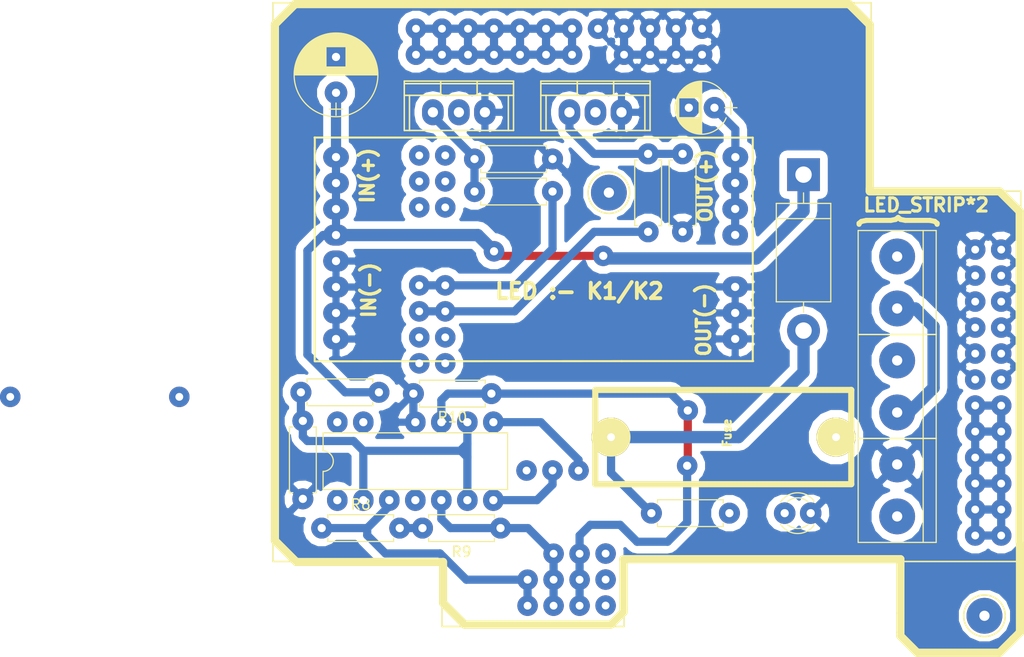
<source format=kicad_pcb>
(kicad_pcb (version 4) (host pcbnew 4.0.7-e2-6376~61~ubuntu18.04.1)

  (general
    (links 112)
    (no_connects 11)
    (area 0 0 0 0)
    (thickness 1.6)
    (drawings 32)
    (tracks 153)
    (zones 0)
    (modules 26)
    (nets 21)
  )

  (page A4)
  (layers
    (0 F.Cu signal)
    (31 B.Cu signal)
    (32 B.Adhes user)
    (33 F.Adhes user)
    (34 B.Paste user)
    (35 F.Paste user)
    (36 B.SilkS user)
    (37 F.SilkS user)
    (38 B.Mask user)
    (39 F.Mask user)
    (40 Dwgs.User user)
    (41 Cmts.User user)
    (42 Eco1.User user)
    (43 Eco2.User user)
    (44 Edge.Cuts user)
    (45 Margin user)
    (46 B.CrtYd user)
    (47 F.CrtYd user)
    (48 B.Fab user)
    (49 F.Fab user)
  )

  (setup
    (last_trace_width 0.8)
    (user_trace_width 0.2)
    (user_trace_width 1)
    (user_trace_width 1.2)
    (trace_clearance 0.2)
    (zone_clearance 0.75)
    (zone_45_only no)
    (trace_min 0.2)
    (segment_width 0.8)
    (edge_width 0.15)
    (via_size 2)
    (via_drill 0.8)
    (via_min_size 0.4)
    (via_min_drill 0.3)
    (user_via 2 0.8)
    (uvia_size 0.3)
    (uvia_drill 0.1)
    (uvias_allowed no)
    (uvia_min_size 0.2)
    (uvia_min_drill 0.1)
    (pcb_text_width 0.3)
    (pcb_text_size 1.5 1.5)
    (mod_edge_width 0.15)
    (mod_text_size 1 1)
    (mod_text_width 0.15)
    (pad_size 2.05 2.05)
    (pad_drill 0.8)
    (pad_to_mask_clearance 0.2)
    (aux_axis_origin 0 0)
    (visible_elements FFFFFF7F)
    (pcbplotparams
      (layerselection 0x00030_80000001)
      (usegerberextensions false)
      (excludeedgelayer true)
      (linewidth 0.100000)
      (plotframeref false)
      (viasonmask false)
      (mode 1)
      (useauxorigin false)
      (hpglpennumber 1)
      (hpglpenspeed 20)
      (hpglpendiameter 15)
      (hpglpenoverlay 2)
      (psnegative false)
      (psa4output false)
      (plotreference true)
      (plotvalue true)
      (plotinvisibletext false)
      (padsonsilk false)
      (subtractmaskfromsilk false)
      (outputformat 1)
      (mirror false)
      (drillshape 1)
      (scaleselection 1)
      (outputdirectory ""))
  )

  (net 0 "")
  (net 1 "Net-(C1-Pad1)")
  (net 2 GND)
  (net 3 "Net-(C2-Pad1)")
  (net 4 "Net-(D1-Pad2)")
  (net 5 "Net-(D2-Pad2)")
  (net 6 "Net-(J2-Pad2)")
  (net 7 "Net-(J3-Pad2)")
  (net 8 "Net-(Q1-Pad1)")
  (net 9 "Net-(Q2-Pad1)")
  (net 10 /IN1-)
  (net 11 +5V)
  (net 12 +12V)
  (net 13 /OUT1)
  (net 14 /OUT3)
  (net 15 /IN1+)
  (net 16 /IN3+)
  (net 17 /IN2+)
  (net 18 /OUT2)
  (net 19 /LED1)
  (net 20 /LED2)

  (net_class Default "This is the default net class."
    (clearance 0.2)
    (trace_width 0.8)
    (via_dia 2)
    (via_drill 0.8)
    (uvia_dia 0.3)
    (uvia_drill 0.1)
    (add_net +12V)
    (add_net +5V)
    (add_net /IN1+)
    (add_net /IN1-)
    (add_net /IN2+)
    (add_net /IN3+)
    (add_net /LED1)
    (add_net /LED2)
    (add_net /OUT1)
    (add_net /OUT2)
    (add_net /OUT3)
    (add_net GND)
    (add_net "Net-(C1-Pad1)")
    (add_net "Net-(C2-Pad1)")
    (add_net "Net-(D1-Pad2)")
    (add_net "Net-(D2-Pad2)")
    (add_net "Net-(J2-Pad2)")
    (add_net "Net-(J3-Pad2)")
    (add_net "Net-(Q1-Pad1)")
    (add_net "Net-(Q2-Pad1)")
  )

  (module modFiles:Buck_Regulator (layer F.Cu) (tedit 5B573CB3) (tstamp 5B465AAF)
    (at 175.5775 76.2635)
    (descr "Through hole straight pin header, 1x16, 2.54mm pitch, single row")
    (tags "Through hole pin header THT 1x16 2.54mm single row")
    (path /5B466ADA)
    (fp_text reference U1 (at -0.14 -3.35) (layer F.SilkS) hide
      (effects (font (size 1 1) (thickness 0.15)))
    )
    (fp_text value Buck (at 3.1 -3.425) (layer F.Fab) hide
      (effects (font (size 1 1) (thickness 0.15)))
    )
    (fp_text user "OUT(-)" (at 35.9 15.9 90) (layer F.SilkS)
      (effects (font (size 1.3 1.3) (thickness 0.325)))
    )
    (fp_text user "OUT(+)" (at 36.0553 2.8067 90) (layer F.SilkS)
      (effects (font (size 1.3 1.3) (thickness 0.325)))
    )
    (fp_text user "IN(-)" (at 3.2004 13.0048 90) (layer F.SilkS)
      (effects (font (size 1.3 1.3) (thickness 0.325)))
    )
    (fp_text user "IN(+)" (at 3.0607 1.8034 90) (layer F.SilkS)
      (effects (font (size 1.3 1.3) (thickness 0.325)))
    )
    (fp_line (start 27.87 19.94) (end 40.74 19.94) (layer F.SilkS) (width 0.2))
    (fp_line (start 27.8 -1.9) (end 40.7 -1.9) (layer F.SilkS) (width 0.2))
    (fp_line (start 40.7 -1.9) (end 40.7 19.9) (layer F.SilkS) (width 0.2))
    (fp_line (start 27.7 -1.9) (end 27.9 -1.9) (layer F.SilkS) (width 0.2))
    (fp_line (start -2.08 19.96) (end 27.91 19.94) (layer F.SilkS) (width 0.2))
    (fp_line (start -2.1 -1.91) (end 27.74 -1.91) (layer F.SilkS) (width 0.2))
    (fp_line (start -2.07 -0.93) (end -2.07 -1.92) (layer F.SilkS) (width 0.2))
    (fp_line (start -2.08 -0.9) (end -2.08 19.9) (layer F.SilkS) (width 0.2))
    (pad 3 thru_hole oval (at 38.98 7.61) (size 2.5 2.05) (drill 0.8) (layers *.Cu *.Mask)
      (net 3 "Net-(C2-Pad1)"))
    (pad 1 thru_hole oval (at 0 0) (size 2.5 2.05) (drill 0.8) (layers *.Cu *.Mask)
      (net 1 "Net-(C1-Pad1)"))
    (pad 1 thru_hole oval (at 0 2.54) (size 2.5 2.05) (drill 0.8) (layers *.Cu *.Mask)
      (net 1 "Net-(C1-Pad1)"))
    (pad 1 thru_hole oval (at 0 5.08) (size 2.5 2.05) (drill 0.8) (layers *.Cu *.Mask)
      (net 1 "Net-(C1-Pad1)"))
    (pad 1 thru_hole oval (at 0 7.62) (size 2.5 2.05) (drill 0.8) (layers *.Cu *.Mask)
      (net 1 "Net-(C1-Pad1)"))
    (pad 2 thru_hole oval (at 0 10.16) (size 2.5 2.05) (drill 0.8) (layers *.Cu *.Mask)
      (net 2 GND))
    (pad 2 thru_hole oval (at 0 12.7) (size 2.5 2.05) (drill 0.8) (layers *.Cu *.Mask)
      (net 2 GND))
    (pad 2 thru_hole oval (at 0 15.24) (size 2.5 2.05) (drill 0.8) (layers *.Cu *.Mask)
      (net 2 GND))
    (pad 2 thru_hole oval (at 0 17.78) (size 2.5 2.05) (drill 0.8) (layers *.Cu *.Mask)
      (net 2 GND))
    (pad 3 thru_hole oval (at 39 0) (size 2.5 2.05) (drill 0.8) (layers *.Cu *.Mask)
      (net 3 "Net-(C2-Pad1)"))
    (pad 3 thru_hole oval (at 38.98 2.53) (size 2.5 2.05) (drill 0.8) (layers *.Cu *.Mask)
      (net 3 "Net-(C2-Pad1)"))
    (pad 3 thru_hole oval (at 38.98 5.07) (size 2.5 2.05) (drill 0.8) (layers *.Cu *.Mask)
      (net 3 "Net-(C2-Pad1)"))
    (pad 4 thru_hole oval (at 38.98 12.69) (size 2.5 2.05) (drill 0.8) (layers *.Cu *.Mask)
      (net 2 GND))
    (pad 4 thru_hole oval (at 38.98 15.23) (size 2.5 2.05) (drill 0.8) (layers *.Cu *.Mask)
      (net 2 GND))
    (pad 4 thru_hole oval (at 38.98 17.77) (size 2.5 2.05) (drill 0.8) (layers *.Cu *.Mask)
      (net 2 GND))
    (model Pin_Headers.3dshapes/Pin_Header_Straight_1x08_Pitch2.54mm.wrl
      (at (xyz 0 0 0))
      (scale (xyz 1 1 1))
      (rotate (xyz 0 0 0))
    )
    (model Pin_Headers.3dshapes/Pin_Header_Straight_1x08_Pitch2.54mm.wrl
      (at (xyz 1.525 0 0))
      (scale (xyz 1 1 1))
      (rotate (xyz 0 0 0))
    )
  )

  (module modFiles:BUCK+LLC (layer F.Cu) (tedit 5B4AE324) (tstamp 5B4A3B72)
    (at 177.673 67.5259)
    (descr 1)
    (path /5B4A3ADC)
    (fp_text reference J4 (at 0 -7.62) (layer F.SilkS) hide
      (effects (font (size 1 1) (thickness 0.15)))
    )
    (fp_text value Conn_01x11 (at 0 -9.525) (layer F.Fab) hide
      (effects (font (size 1 1) (thickness 0.15)))
    )
    (fp_line (start 26.035 48.26) (end 64.77 48.26) (layer F.SilkS) (width 0.15))
    (fp_line (start -8.255 48.26) (end 8.255 48.26) (layer F.SilkS) (width 0.15))
    (fp_line (start 8.255 54.61) (end 26.035 54.61) (layer F.SilkS) (width 0.15))
    (fp_line (start 8.255 48.26) (end 8.255 54.61) (layer F.SilkS) (width 0.15))
    (fp_line (start 26.035 48.26) (end 26.035 54.61) (layer F.SilkS) (width 0.15))
    (fp_line (start -8.255 -6.35) (end 50.165 -6.35) (layer F.SilkS) (width 0.15))
    (fp_line (start 50.165 -6.35) (end 50.165 12.065) (layer F.SilkS) (width 0.15))
    (fp_line (start 50.165 12.065) (end 64.77 12.065) (layer F.SilkS) (width 0.15))
    (fp_line (start 64.77 12.065) (end 64.77 48.26) (layer F.SilkS) (width 0.15))
    (fp_line (start -8.255 48.26) (end -8.255 -6.35) (layer F.SilkS) (width 0.15))
    (pad 4 thru_hole circle (at 19.1516 52.578 90) (size 2 2) (drill 0.762) (layers *.Cu *.Mask)
      (net 17 /IN2+))
    (pad 0 thru_hole circle (at 24.2316 50.0253 180) (size 2 2) (drill 0.762) (layers *.Cu *.Mask))
    (pad 0 thru_hole circle (at 24.2316 47.4853 180) (size 2 2) (drill 0.762) (layers *.Cu *.Mask))
    (pad 5 thru_hole circle (at 21.6916 52.578 90) (size 2 2) (drill 0.762) (layers *.Cu *.Mask)
      (net 16 /IN3+))
    (pad 6 thru_hole circle (at 16.6116 52.578 90) (size 2 2) (drill 0.762) (layers *.Cu *.Mask)
      (net 15 /IN1+))
    (pad 0 thru_hole circle (at 24.2316 52.5653 180) (size 2 2) (drill 0.762) (layers *.Cu *.Mask))
    (pad 0 thru_hole circle (at 6.0325 28.8925 90) (size 2 2) (drill 0.762) (layers *.Cu *.Mask))
    (pad 0 thru_hole circle (at 8.5725 28.8925 90) (size 2 2) (drill 0.762) (layers *.Cu *.Mask))
    (pad 10 thru_hole circle (at 6.0325 21.2725 90) (size 2 2) (drill 0.762) (layers *.Cu *.Mask)
      (net 19 /LED1))
    (pad 10 thru_hole circle (at 8.5725 21.2725 90) (size 2 2) (drill 0.762) (layers *.Cu *.Mask)
      (net 19 /LED1))
    (pad 11 thru_hole circle (at 6.0325 23.8125 90) (size 2 2) (drill 0.762) (layers *.Cu *.Mask)
      (net 20 /LED2))
    (pad 11 thru_hole circle (at 8.5725 23.8125 90) (size 2 2) (drill 0.762) (layers *.Cu *.Mask)
      (net 20 /LED2))
    (pad 0 thru_hole circle (at 8.5725 26.3525 90) (size 2 2) (drill 0.762) (layers *.Cu *.Mask))
    (pad 0 thru_hole circle (at 6.0325 26.3525 90) (size 2 2) (drill 0.762) (layers *.Cu *.Mask))
    (pad 0 thru_hole circle (at 8.5725 13.6525 90) (size 2 2) (drill 0.762) (layers *.Cu *.Mask))
    (pad 0 thru_hole circle (at 6.0325 13.6525 90) (size 2 2) (drill 0.762) (layers *.Cu *.Mask))
    (pad 0 thru_hole circle (at 6.0325 8.5725 90) (size 2 2) (drill 0.762) (layers *.Cu *.Mask))
    (pad 0 thru_hole circle (at 8.5725 8.5725 90) (size 2 2) (drill 0.762) (layers *.Cu *.Mask))
    (pad 0 thru_hole circle (at 8.5725 11.1125 90) (size 2 2) (drill 0.762) (layers *.Cu *.Mask))
    (pad 0 thru_hole circle (at 6.0325 11.1125 90) (size 2 2) (drill 0.762) (layers *.Cu *.Mask))
    (pad 1 thru_hole circle (at 31.115 -3.81 90) (size 2 2) (drill 0.762) (layers *.Cu *.Mask)
      (net 2 GND))
    (pad 1 thru_hole circle (at 31.115 -1.27 90) (size 2 2) (drill 0.762) (layers *.Cu *.Mask)
      (net 2 GND))
    (pad 1 thru_hole circle (at 33.655 -1.27 90) (size 2 2) (drill 0.762) (layers *.Cu *.Mask)
      (net 2 GND))
    (pad 1 thru_hole circle (at 33.655 -3.81 90) (size 2 2) (drill 0.762) (layers *.Cu *.Mask)
      (net 2 GND))
    (pad 1 thru_hole circle (at 28.575 -3.81 90) (size 2 2) (drill 0.762) (layers *.Cu *.Mask)
      (net 2 GND))
    (pad 1 thru_hole circle (at 28.575 -1.27 90) (size 2 2) (drill 0.762) (layers *.Cu *.Mask)
      (net 2 GND))
    (pad 1 thru_hole circle (at 26.035 -1.27 90) (size 2 2) (drill 0.762) (layers *.Cu *.Mask)
      (net 2 GND))
    (pad 1 thru_hole circle (at 26.035 -3.81 90) (size 2 2) (drill 0.762) (layers *.Cu *.Mask)
      (net 2 GND))
    (pad 3 thru_hole circle (at 15.875 -3.81 90) (size 2 2) (drill 0.762) (layers *.Cu *.Mask)
      (net 11 +5V))
    (pad 3 thru_hole circle (at 15.875 -1.27 90) (size 2 2) (drill 0.762) (layers *.Cu *.Mask)
      (net 11 +5V))
    (pad 3 thru_hole circle (at 18.415 -1.27 90) (size 2 2) (drill 0.762) (layers *.Cu *.Mask)
      (net 11 +5V))
    (pad 3 thru_hole circle (at 18.415 -3.81 90) (size 2 2) (drill 0.762) (layers *.Cu *.Mask)
      (net 11 +5V))
    (pad 1 thru_hole circle (at 23.495 -3.81 90) (size 2 2) (drill 0.762) (layers *.Cu *.Mask)
      (net 2 GND))
    (pad 3 thru_hole circle (at 20.955 -1.27 90) (size 2 2) (drill 0.762) (layers *.Cu *.Mask)
      (net 11 +5V))
    (pad 3 thru_hole circle (at 20.955 -3.81 90) (size 2 2) (drill 0.762) (layers *.Cu *.Mask)
      (net 11 +5V))
    (pad 3 thru_hole circle (at 10.795 -3.81 90) (size 2 2) (drill 0.762) (layers *.Cu *.Mask)
      (net 11 +5V))
    (pad 3 thru_hole circle (at 10.795 -1.27 90) (size 2 2) (drill 0.762) (layers *.Cu *.Mask)
      (net 11 +5V))
    (pad 3 thru_hole circle (at 13.335 -1.27 90) (size 2 2) (drill 0.762) (layers *.Cu *.Mask)
      (net 11 +5V))
    (pad 3 thru_hole circle (at 13.335 -3.81 90) (size 2 2) (drill 0.762) (layers *.Cu *.Mask)
      (net 11 +5V))
    (pad 3 thru_hole circle (at 8.255 -3.81 90) (size 2 2) (drill 0.762) (layers *.Cu *.Mask)
      (net 11 +5V))
    (pad 3 thru_hole circle (at 8.255 -1.27 90) (size 2 2) (drill 0.762) (layers *.Cu *.Mask)
      (net 11 +5V))
    (pad 3 thru_hole circle (at 5.715 -1.27 90) (size 2 2) (drill 0.762) (layers *.Cu *.Mask)
      (net 11 +5V))
    (pad 3 thru_hole circle (at 5.715 -3.81 90) (size 2 2) (drill 0.762) (layers *.Cu *.Mask)
      (net 11 +5V))
    (pad 9 thru_hole circle (at 16.51 39.37 90) (size 2 2) (drill 0.762) (layers *.Cu *.Mask)
      (net 13 /OUT1))
    (pad 7 thru_hole circle (at 19.05 39.37 90) (size 2 2) (drill 0.762) (layers *.Cu *.Mask)
      (net 18 /OUT2))
    (pad 8 thru_hole circle (at 21.59 39.37 90) (size 2 2) (drill 0.762) (layers *.Cu *.Mask)
      (net 14 /OUT3))
    (pad 6 thru_hole circle (at 16.6116 50.038 90) (size 2 2) (drill 0.762) (layers *.Cu *.Mask)
      (net 15 /IN1+))
    (pad 5 thru_hole circle (at 21.6916 47.498 90) (size 2 2) (drill 0.762) (layers *.Cu *.Mask)
      (net 16 /IN3+))
    (pad 5 thru_hole circle (at 21.6916 50.038 90) (size 2 2) (drill 0.762) (layers *.Cu *.Mask)
      (net 16 /IN3+))
    (pad 4 thru_hole circle (at 19.1516 50.038 90) (size 2 2) (drill 0.762) (layers *.Cu *.Mask)
      (net 17 /IN2+))
    (pad 4 thru_hole circle (at 19.1516 47.498 90) (size 2 2) (drill 0.762) (layers *.Cu *.Mask)
      (net 17 /IN2+))
    (pad 2 thru_hole circle (at 62.865 43.18 90) (size 2 2) (drill 0.762) (layers *.Cu *.Mask)
      (net 12 +12V))
    (pad 2 thru_hole circle (at 60.325 43.18 90) (size 2 2) (drill 0.762) (layers *.Cu *.Mask)
      (net 12 +12V))
    (pad 2 thru_hole circle (at 60.325 45.72 90) (size 2 2) (drill 0.762) (layers *.Cu *.Mask)
      (net 12 +12V))
    (pad 2 thru_hole circle (at 62.865 45.72 90) (size 2 2) (drill 0.762) (layers *.Cu *.Mask)
      (net 12 +12V))
    (pad 2 thru_hole circle (at 62.865 40.64 90) (size 2 2) (drill 0.762) (layers *.Cu *.Mask)
      (net 12 +12V))
    (pad 2 thru_hole circle (at 60.325 40.64 90) (size 2 2) (drill 0.762) (layers *.Cu *.Mask)
      (net 12 +12V))
    (pad 2 thru_hole circle (at 60.325 38.1 90) (size 2 2) (drill 0.762) (layers *.Cu *.Mask)
      (net 12 +12V))
    (pad 2 thru_hole circle (at 62.865 38.1 90) (size 2 2) (drill 0.762) (layers *.Cu *.Mask)
      (net 12 +12V))
    (pad 1 thru_hole circle (at 62.865 27.94 90) (size 2 2) (drill 0.762) (layers *.Cu *.Mask)
      (net 2 GND))
    (pad 1 thru_hole circle (at 60.325 27.94 90) (size 2 2) (drill 0.762) (layers *.Cu *.Mask)
      (net 2 GND))
    (pad 1 thru_hole circle (at 60.325 30.48 90) (size 2 2) (drill 0.762) (layers *.Cu *.Mask)
      (net 2 GND))
    (pad 1 thru_hole circle (at 62.865 30.48 90) (size 2 2) (drill 0.762) (layers *.Cu *.Mask)
      (net 2 GND))
    (pad 2 thru_hole circle (at 62.865 35.56 90) (size 2 2) (drill 0.762) (layers *.Cu *.Mask)
      (net 12 +12V))
    (pad 2 thru_hole circle (at 60.325 35.56 90) (size 2 2) (drill 0.762) (layers *.Cu *.Mask)
      (net 12 +12V))
    (pad 2 thru_hole circle (at 60.325 33.02 90) (size 2 2) (drill 0.762) (layers *.Cu *.Mask)
      (net 12 +12V))
    (pad 2 thru_hole circle (at 62.865 33.02 90) (size 2 2) (drill 0.762) (layers *.Cu *.Mask)
      (net 12 +12V))
    (pad 1 thru_hole circle (at 62.865 22.86 90) (size 2 2) (drill 0.762) (layers *.Cu *.Mask)
      (net 2 GND))
    (pad 1 thru_hole circle (at 60.325 22.86 90) (size 2 2) (drill 0.762) (layers *.Cu *.Mask)
      (net 2 GND))
    (pad 1 thru_hole circle (at 60.325 25.4 90) (size 2 2) (drill 0.762) (layers *.Cu *.Mask)
      (net 2 GND))
    (pad 1 thru_hole circle (at 62.865 25.4 90) (size 2 2) (drill 0.762) (layers *.Cu *.Mask)
      (net 2 GND))
    (pad 1 thru_hole circle (at 62.865 20.32 90) (size 2 2) (drill 0.762) (layers *.Cu *.Mask)
      (net 2 GND))
    (pad 1 thru_hole circle (at 60.325 20.32 90) (size 2 2) (drill 0.762) (layers *.Cu *.Mask)
      (net 2 GND))
    (pad 1 thru_hole circle (at 60.325 17.78 90) (size 2 2) (drill 0.762) (layers *.Cu *.Mask)
      (net 2 GND))
    (pad 1 thru_hole circle (at 62.865 17.78 90) (size 2 2) (drill 0.762) (layers *.Cu *.Mask)
      (net 2 GND))
  )

  (module modFiles:Jumper (layer F.Cu) (tedit 5B4AE195) (tstamp 5B4AE128)
    (at 147.574 99.695)
    (path /5B4A5AFF)
    (fp_text reference J6 (at -0.508 3.04) (layer F.SilkS) hide
      (effects (font (size 1 1) (thickness 0.15)))
    )
    (fp_text value J (at -0.508 2.04) (layer F.Fab) hide
      (effects (font (size 1 1) (thickness 0.15)))
    )
    (pad 1 thru_hole circle (at -3.81 0) (size 2 2) (drill 0.762) (layers *.Cu *.Mask)
      (net 13 /OUT1))
    (pad 1 thru_hole circle (at 12.7 0) (size 2 2) (drill 0.762) (layers *.Cu *.Mask)
      (net 13 /OUT1))
  )

  (module Housings_DIP:DIP-14_W7.62mm (layer F.Cu) (tedit 5B4BA470) (tstamp 5B49056F)
    (at 175.7045 109.7915 90)
    (descr "14-lead dip package, row spacing 7.62 mm (300 mils)")
    (tags "DIL DIP PDIP 2.54mm 7.62mm 300mil")
    (path /5B490223)
    (fp_text reference J5 (at 3.81 -2.39 90) (layer F.SilkS) hide
      (effects (font (size 1 1) (thickness 0.15)))
    )
    (fp_text value LM324 (at 3.7973 14.2113 90) (layer F.Fab)
      (effects (font (size 1 1) (thickness 0.15)))
    )
    (fp_text user %R (at 3.81 7.62 90) (layer F.Fab) hide
      (effects (font (size 1 1) (thickness 0.15)))
    )
    (fp_line (start 1.635 -1.27) (end 6.985 -1.27) (layer F.Fab) (width 0.1))
    (fp_line (start 6.985 -1.27) (end 6.985 16.51) (layer F.Fab) (width 0.1))
    (fp_line (start 6.985 16.51) (end 0.635 16.51) (layer F.Fab) (width 0.1))
    (fp_line (start 0.635 16.51) (end 0.635 -0.27) (layer F.Fab) (width 0.1))
    (fp_line (start 0.635 -0.27) (end 1.635 -1.27) (layer F.Fab) (width 0.1))
    (fp_line (start 2.81 -1.39) (end 1.04 -1.39) (layer F.SilkS) (width 0.12))
    (fp_line (start 1.04 -1.39) (end 1.04 16.63) (layer F.SilkS) (width 0.12))
    (fp_line (start 1.04 16.63) (end 6.58 16.63) (layer F.SilkS) (width 0.12))
    (fp_line (start 6.58 16.63) (end 6.58 -1.39) (layer F.SilkS) (width 0.12))
    (fp_line (start 6.58 -1.39) (end 4.81 -1.39) (layer F.SilkS) (width 0.12))
    (fp_line (start -1.1 -1.6) (end -1.1 16.8) (layer F.CrtYd) (width 0.05))
    (fp_line (start -1.1 16.8) (end 8.7 16.8) (layer F.CrtYd) (width 0.05))
    (fp_line (start 8.7 16.8) (end 8.7 -1.6) (layer F.CrtYd) (width 0.05))
    (fp_line (start 8.7 -1.6) (end -1.1 -1.6) (layer F.CrtYd) (width 0.05))
    (fp_arc (start 3.81 -1.39) (end 2.81 -1.39) (angle -180) (layer F.SilkS) (width 0.12))
    (pad 1 thru_hole oval (at 0 0 90) (size 2.1 2) (drill 0.8) (layers *.Cu *.Mask)
      (net 13 /OUT1))
    (pad 8 thru_hole oval (at 7.62 15.24 90) (size 2.1 2) (drill 0.8) (layers *.Cu *.Mask)
      (net 14 /OUT3))
    (pad 2 thru_hole oval (at 0 2.54 90) (size 2.1 2) (drill 0.8) (layers *.Cu *.Mask)
      (net 10 /IN1-))
    (pad 9 thru_hole oval (at 7.62 12.7 90) (size 2.1 2) (drill 0.8) (layers *.Cu *.Mask)
      (net 10 /IN1-))
    (pad 3 thru_hole oval (at 0 5.08 90) (size 2.1 2) (drill 0.8) (layers *.Cu *.Mask)
      (net 15 /IN1+))
    (pad 10 thru_hole oval (at 7.62 10.16 90) (size 2.1 2) (drill 0.8) (layers *.Cu *.Mask)
      (net 16 /IN3+))
    (pad 4 thru_hole oval (at 0 7.62 90) (size 2.1 2) (drill 0.8) (layers *.Cu *.Mask)
      (net 11 +5V))
    (pad 11 thru_hole oval (at 7.62 7.62 90) (size 2.1 2) (drill 0.8) (layers *.Cu *.Mask)
      (net 2 GND))
    (pad 5 thru_hole oval (at 0 10.16 90) (size 2.1 2) (drill 0.8) (layers *.Cu *.Mask)
      (net 17 /IN2+))
    (pad 6 thru_hole oval (at 0 12.7 90) (size 2.1 2) (drill 0.8) (layers *.Cu *.Mask)
      (net 10 /IN1-))
    (pad 13 thru_hole oval (at 7.62 2.54 90) (size 2.1 2) (drill 0.8) (layers *.Cu *.Mask))
    (pad 7 thru_hole oval (at 0 15.24 90) (size 2.1 2) (drill 0.8) (layers *.Cu *.Mask)
      (net 18 /OUT2))
    (pad 14 thru_hole oval (at 7.62 0 90) (size 2.1 2) (drill 0.8) (layers *.Cu *.Mask))
    (model ${KISYS3DMOD}/Housings_DIP.3dshapes/DIP-14_W7.62mm.wrl
      (at (xyz 0 0 0))
      (scale (xyz 1 1 1))
      (rotate (xyz 0 0 0))
    )
  )

  (module modFiles:Capacitor_100uF (layer F.Cu) (tedit 5B4AE341) (tstamp 5B465A2C)
    (at 175.5775 69.977 90)
    (descr "CP, Radial series, Radial, pin pitch=3.50mm, , diameter=8mm, Electrolytic Capacitor")
    (tags "CP Radial series Radial pin pitch 3.50mm  diameter 8mm Electrolytic Capacitor")
    (path /5B466CA1)
    (fp_text reference C1 (at 1.75 -5.06 90) (layer F.SilkS) hide
      (effects (font (size 1 1) (thickness 0.15)))
    )
    (fp_text value 100uf (at 1.75 5.06 90) (layer F.Fab) hide
      (effects (font (size 1 1) (thickness 0.15)))
    )
    (fp_circle (center 1.75 0) (end 5.75 0) (layer F.Fab) (width 0.1))
    (fp_circle (center 1.75 0) (end 5.84 0) (layer F.SilkS) (width 0.12))
    (fp_line (start -2.2 0) (end -1 0) (layer F.Fab) (width 0.1))
    (fp_line (start -1.6 -0.65) (end -1.6 0.65) (layer F.Fab) (width 0.1))
    (fp_line (start 1.75 -4.05) (end 1.75 4.05) (layer F.SilkS) (width 0.12))
    (fp_line (start 1.79 -4.05) (end 1.79 4.05) (layer F.SilkS) (width 0.12))
    (fp_line (start 1.83 -4.05) (end 1.83 4.05) (layer F.SilkS) (width 0.12))
    (fp_line (start 1.87 -4.049) (end 1.87 4.049) (layer F.SilkS) (width 0.12))
    (fp_line (start 1.91 -4.047) (end 1.91 4.047) (layer F.SilkS) (width 0.12))
    (fp_line (start 1.95 -4.046) (end 1.95 4.046) (layer F.SilkS) (width 0.12))
    (fp_line (start 1.99 -4.043) (end 1.99 4.043) (layer F.SilkS) (width 0.12))
    (fp_line (start 2.03 -4.041) (end 2.03 4.041) (layer F.SilkS) (width 0.12))
    (fp_line (start 2.07 -4.038) (end 2.07 4.038) (layer F.SilkS) (width 0.12))
    (fp_line (start 2.11 -4.035) (end 2.11 4.035) (layer F.SilkS) (width 0.12))
    (fp_line (start 2.15 -4.031) (end 2.15 4.031) (layer F.SilkS) (width 0.12))
    (fp_line (start 2.19 -4.027) (end 2.19 4.027) (layer F.SilkS) (width 0.12))
    (fp_line (start 2.23 -4.022) (end 2.23 4.022) (layer F.SilkS) (width 0.12))
    (fp_line (start 2.27 -4.017) (end 2.27 4.017) (layer F.SilkS) (width 0.12))
    (fp_line (start 2.31 -4.012) (end 2.31 4.012) (layer F.SilkS) (width 0.12))
    (fp_line (start 2.35 -4.006) (end 2.35 4.006) (layer F.SilkS) (width 0.12))
    (fp_line (start 2.39 -4) (end 2.39 4) (layer F.SilkS) (width 0.12))
    (fp_line (start 2.43 -3.994) (end 2.43 3.994) (layer F.SilkS) (width 0.12))
    (fp_line (start 2.471 -3.987) (end 2.471 3.987) (layer F.SilkS) (width 0.12))
    (fp_line (start 2.511 -3.979) (end 2.511 3.979) (layer F.SilkS) (width 0.12))
    (fp_line (start 2.551 -3.971) (end 2.551 -0.98) (layer F.SilkS) (width 0.12))
    (fp_line (start 2.551 0.98) (end 2.551 3.971) (layer F.SilkS) (width 0.12))
    (fp_line (start 2.591 -3.963) (end 2.591 -0.98) (layer F.SilkS) (width 0.12))
    (fp_line (start 2.591 0.98) (end 2.591 3.963) (layer F.SilkS) (width 0.12))
    (fp_line (start 2.631 -3.955) (end 2.631 -0.98) (layer F.SilkS) (width 0.12))
    (fp_line (start 2.631 0.98) (end 2.631 3.955) (layer F.SilkS) (width 0.12))
    (fp_line (start 2.671 -3.946) (end 2.671 -0.98) (layer F.SilkS) (width 0.12))
    (fp_line (start 2.671 0.98) (end 2.671 3.946) (layer F.SilkS) (width 0.12))
    (fp_line (start 2.711 -3.936) (end 2.711 -0.98) (layer F.SilkS) (width 0.12))
    (fp_line (start 2.711 0.98) (end 2.711 3.936) (layer F.SilkS) (width 0.12))
    (fp_line (start 2.751 -3.926) (end 2.751 -0.98) (layer F.SilkS) (width 0.12))
    (fp_line (start 2.751 0.98) (end 2.751 3.926) (layer F.SilkS) (width 0.12))
    (fp_line (start 2.791 -3.916) (end 2.791 -0.98) (layer F.SilkS) (width 0.12))
    (fp_line (start 2.791 0.98) (end 2.791 3.916) (layer F.SilkS) (width 0.12))
    (fp_line (start 2.831 -3.905) (end 2.831 -0.98) (layer F.SilkS) (width 0.12))
    (fp_line (start 2.831 0.98) (end 2.831 3.905) (layer F.SilkS) (width 0.12))
    (fp_line (start 2.871 -3.894) (end 2.871 -0.98) (layer F.SilkS) (width 0.12))
    (fp_line (start 2.871 0.98) (end 2.871 3.894) (layer F.SilkS) (width 0.12))
    (fp_line (start 2.911 -3.883) (end 2.911 -0.98) (layer F.SilkS) (width 0.12))
    (fp_line (start 2.911 0.98) (end 2.911 3.883) (layer F.SilkS) (width 0.12))
    (fp_line (start 2.951 -3.87) (end 2.951 -0.98) (layer F.SilkS) (width 0.12))
    (fp_line (start 2.951 0.98) (end 2.951 3.87) (layer F.SilkS) (width 0.12))
    (fp_line (start 2.991 -3.858) (end 2.991 -0.98) (layer F.SilkS) (width 0.12))
    (fp_line (start 2.991 0.98) (end 2.991 3.858) (layer F.SilkS) (width 0.12))
    (fp_line (start 3.031 -3.845) (end 3.031 -0.98) (layer F.SilkS) (width 0.12))
    (fp_line (start 3.031 0.98) (end 3.031 3.845) (layer F.SilkS) (width 0.12))
    (fp_line (start 3.071 -3.832) (end 3.071 -0.98) (layer F.SilkS) (width 0.12))
    (fp_line (start 3.071 0.98) (end 3.071 3.832) (layer F.SilkS) (width 0.12))
    (fp_line (start 3.111 -3.818) (end 3.111 -0.98) (layer F.SilkS) (width 0.12))
    (fp_line (start 3.111 0.98) (end 3.111 3.818) (layer F.SilkS) (width 0.12))
    (fp_line (start 3.151 -3.803) (end 3.151 -0.98) (layer F.SilkS) (width 0.12))
    (fp_line (start 3.151 0.98) (end 3.151 3.803) (layer F.SilkS) (width 0.12))
    (fp_line (start 3.191 -3.789) (end 3.191 -0.98) (layer F.SilkS) (width 0.12))
    (fp_line (start 3.191 0.98) (end 3.191 3.789) (layer F.SilkS) (width 0.12))
    (fp_line (start 3.231 -3.773) (end 3.231 -0.98) (layer F.SilkS) (width 0.12))
    (fp_line (start 3.231 0.98) (end 3.231 3.773) (layer F.SilkS) (width 0.12))
    (fp_line (start 3.271 -3.758) (end 3.271 -0.98) (layer F.SilkS) (width 0.12))
    (fp_line (start 3.271 0.98) (end 3.271 3.758) (layer F.SilkS) (width 0.12))
    (fp_line (start 3.311 -3.741) (end 3.311 -0.98) (layer F.SilkS) (width 0.12))
    (fp_line (start 3.311 0.98) (end 3.311 3.741) (layer F.SilkS) (width 0.12))
    (fp_line (start 3.351 -3.725) (end 3.351 -0.98) (layer F.SilkS) (width 0.12))
    (fp_line (start 3.351 0.98) (end 3.351 3.725) (layer F.SilkS) (width 0.12))
    (fp_line (start 3.391 -3.707) (end 3.391 -0.98) (layer F.SilkS) (width 0.12))
    (fp_line (start 3.391 0.98) (end 3.391 3.707) (layer F.SilkS) (width 0.12))
    (fp_line (start 3.431 -3.69) (end 3.431 -0.98) (layer F.SilkS) (width 0.12))
    (fp_line (start 3.431 0.98) (end 3.431 3.69) (layer F.SilkS) (width 0.12))
    (fp_line (start 3.471 -3.671) (end 3.471 -0.98) (layer F.SilkS) (width 0.12))
    (fp_line (start 3.471 0.98) (end 3.471 3.671) (layer F.SilkS) (width 0.12))
    (fp_line (start 3.511 -3.652) (end 3.511 -0.98) (layer F.SilkS) (width 0.12))
    (fp_line (start 3.511 0.98) (end 3.511 3.652) (layer F.SilkS) (width 0.12))
    (fp_line (start 3.551 -3.633) (end 3.551 -0.98) (layer F.SilkS) (width 0.12))
    (fp_line (start 3.551 0.98) (end 3.551 3.633) (layer F.SilkS) (width 0.12))
    (fp_line (start 3.591 -3.613) (end 3.591 -0.98) (layer F.SilkS) (width 0.12))
    (fp_line (start 3.591 0.98) (end 3.591 3.613) (layer F.SilkS) (width 0.12))
    (fp_line (start 3.631 -3.593) (end 3.631 -0.98) (layer F.SilkS) (width 0.12))
    (fp_line (start 3.631 0.98) (end 3.631 3.593) (layer F.SilkS) (width 0.12))
    (fp_line (start 3.671 -3.572) (end 3.671 -0.98) (layer F.SilkS) (width 0.12))
    (fp_line (start 3.671 0.98) (end 3.671 3.572) (layer F.SilkS) (width 0.12))
    (fp_line (start 3.711 -3.55) (end 3.711 -0.98) (layer F.SilkS) (width 0.12))
    (fp_line (start 3.711 0.98) (end 3.711 3.55) (layer F.SilkS) (width 0.12))
    (fp_line (start 3.751 -3.528) (end 3.751 -0.98) (layer F.SilkS) (width 0.12))
    (fp_line (start 3.751 0.98) (end 3.751 3.528) (layer F.SilkS) (width 0.12))
    (fp_line (start 3.791 -3.505) (end 3.791 -0.98) (layer F.SilkS) (width 0.12))
    (fp_line (start 3.791 0.98) (end 3.791 3.505) (layer F.SilkS) (width 0.12))
    (fp_line (start 3.831 -3.482) (end 3.831 -0.98) (layer F.SilkS) (width 0.12))
    (fp_line (start 3.831 0.98) (end 3.831 3.482) (layer F.SilkS) (width 0.12))
    (fp_line (start 3.871 -3.458) (end 3.871 -0.98) (layer F.SilkS) (width 0.12))
    (fp_line (start 3.871 0.98) (end 3.871 3.458) (layer F.SilkS) (width 0.12))
    (fp_line (start 3.911 -3.434) (end 3.911 -0.98) (layer F.SilkS) (width 0.12))
    (fp_line (start 3.911 0.98) (end 3.911 3.434) (layer F.SilkS) (width 0.12))
    (fp_line (start 3.951 -3.408) (end 3.951 -0.98) (layer F.SilkS) (width 0.12))
    (fp_line (start 3.951 0.98) (end 3.951 3.408) (layer F.SilkS) (width 0.12))
    (fp_line (start 3.991 -3.383) (end 3.991 -0.98) (layer F.SilkS) (width 0.12))
    (fp_line (start 3.991 0.98) (end 3.991 3.383) (layer F.SilkS) (width 0.12))
    (fp_line (start 4.031 -3.356) (end 4.031 -0.98) (layer F.SilkS) (width 0.12))
    (fp_line (start 4.031 0.98) (end 4.031 3.356) (layer F.SilkS) (width 0.12))
    (fp_line (start 4.071 -3.329) (end 4.071 -0.98) (layer F.SilkS) (width 0.12))
    (fp_line (start 4.071 0.98) (end 4.071 3.329) (layer F.SilkS) (width 0.12))
    (fp_line (start 4.111 -3.301) (end 4.111 -0.98) (layer F.SilkS) (width 0.12))
    (fp_line (start 4.111 0.98) (end 4.111 3.301) (layer F.SilkS) (width 0.12))
    (fp_line (start 4.151 -3.272) (end 4.151 -0.98) (layer F.SilkS) (width 0.12))
    (fp_line (start 4.151 0.98) (end 4.151 3.272) (layer F.SilkS) (width 0.12))
    (fp_line (start 4.191 -3.243) (end 4.191 -0.98) (layer F.SilkS) (width 0.12))
    (fp_line (start 4.191 0.98) (end 4.191 3.243) (layer F.SilkS) (width 0.12))
    (fp_line (start 4.231 -3.213) (end 4.231 -0.98) (layer F.SilkS) (width 0.12))
    (fp_line (start 4.231 0.98) (end 4.231 3.213) (layer F.SilkS) (width 0.12))
    (fp_line (start 4.271 -3.182) (end 4.271 -0.98) (layer F.SilkS) (width 0.12))
    (fp_line (start 4.271 0.98) (end 4.271 3.182) (layer F.SilkS) (width 0.12))
    (fp_line (start 4.311 -3.15) (end 4.311 -0.98) (layer F.SilkS) (width 0.12))
    (fp_line (start 4.311 0.98) (end 4.311 3.15) (layer F.SilkS) (width 0.12))
    (fp_line (start 4.351 -3.118) (end 4.351 -0.98) (layer F.SilkS) (width 0.12))
    (fp_line (start 4.351 0.98) (end 4.351 3.118) (layer F.SilkS) (width 0.12))
    (fp_line (start 4.391 -3.084) (end 4.391 -0.98) (layer F.SilkS) (width 0.12))
    (fp_line (start 4.391 0.98) (end 4.391 3.084) (layer F.SilkS) (width 0.12))
    (fp_line (start 4.431 -3.05) (end 4.431 -0.98) (layer F.SilkS) (width 0.12))
    (fp_line (start 4.431 0.98) (end 4.431 3.05) (layer F.SilkS) (width 0.12))
    (fp_line (start 4.471 -3.015) (end 4.471 -0.98) (layer F.SilkS) (width 0.12))
    (fp_line (start 4.471 0.98) (end 4.471 3.015) (layer F.SilkS) (width 0.12))
    (fp_line (start 4.511 -2.979) (end 4.511 2.979) (layer F.SilkS) (width 0.12))
    (fp_line (start 4.551 -2.942) (end 4.551 2.942) (layer F.SilkS) (width 0.12))
    (fp_line (start 4.591 -2.904) (end 4.591 2.904) (layer F.SilkS) (width 0.12))
    (fp_line (start 4.631 -2.865) (end 4.631 2.865) (layer F.SilkS) (width 0.12))
    (fp_line (start 4.671 -2.824) (end 4.671 2.824) (layer F.SilkS) (width 0.12))
    (fp_line (start 4.711 -2.783) (end 4.711 2.783) (layer F.SilkS) (width 0.12))
    (fp_line (start 4.751 -2.74) (end 4.751 2.74) (layer F.SilkS) (width 0.12))
    (fp_line (start 4.791 -2.697) (end 4.791 2.697) (layer F.SilkS) (width 0.12))
    (fp_line (start 4.831 -2.652) (end 4.831 2.652) (layer F.SilkS) (width 0.12))
    (fp_line (start 4.871 -2.605) (end 4.871 2.605) (layer F.SilkS) (width 0.12))
    (fp_line (start 4.911 -2.557) (end 4.911 2.557) (layer F.SilkS) (width 0.12))
    (fp_line (start 4.951 -2.508) (end 4.951 2.508) (layer F.SilkS) (width 0.12))
    (fp_line (start 4.991 -2.457) (end 4.991 2.457) (layer F.SilkS) (width 0.12))
    (fp_line (start 5.031 -2.404) (end 5.031 2.404) (layer F.SilkS) (width 0.12))
    (fp_line (start 5.071 -2.349) (end 5.071 2.349) (layer F.SilkS) (width 0.12))
    (fp_line (start 5.111 -2.293) (end 5.111 2.293) (layer F.SilkS) (width 0.12))
    (fp_line (start 5.151 -2.234) (end 5.151 2.234) (layer F.SilkS) (width 0.12))
    (fp_line (start 5.191 -2.173) (end 5.191 2.173) (layer F.SilkS) (width 0.12))
    (fp_line (start 5.231 -2.109) (end 5.231 2.109) (layer F.SilkS) (width 0.12))
    (fp_line (start 5.271 -2.043) (end 5.271 2.043) (layer F.SilkS) (width 0.12))
    (fp_line (start 5.311 -1.974) (end 5.311 1.974) (layer F.SilkS) (width 0.12))
    (fp_line (start 5.351 -1.902) (end 5.351 1.902) (layer F.SilkS) (width 0.12))
    (fp_line (start 5.391 -1.826) (end 5.391 1.826) (layer F.SilkS) (width 0.12))
    (fp_line (start 5.431 -1.745) (end 5.431 1.745) (layer F.SilkS) (width 0.12))
    (fp_line (start 5.471 -1.66) (end 5.471 1.66) (layer F.SilkS) (width 0.12))
    (fp_line (start 5.511 -1.57) (end 5.511 1.57) (layer F.SilkS) (width 0.12))
    (fp_line (start 5.551 -1.473) (end 5.551 1.473) (layer F.SilkS) (width 0.12))
    (fp_line (start 5.591 -1.369) (end 5.591 1.369) (layer F.SilkS) (width 0.12))
    (fp_line (start 5.631 -1.254) (end 5.631 1.254) (layer F.SilkS) (width 0.12))
    (fp_line (start 5.671 -1.127) (end 5.671 1.127) (layer F.SilkS) (width 0.12))
    (fp_line (start 5.711 -0.983) (end 5.711 0.983) (layer F.SilkS) (width 0.12))
    (fp_line (start 5.751 -0.814) (end 5.751 0.814) (layer F.SilkS) (width 0.12))
    (fp_line (start 5.791 -0.598) (end 5.791 0.598) (layer F.SilkS) (width 0.12))
    (fp_line (start 5.831 -0.246) (end 5.831 0.246) (layer F.SilkS) (width 0.12))
    (fp_line (start -2.2 0) (end -1 0) (layer F.SilkS) (width 0.12))
    (fp_line (start -1.6 -0.65) (end -1.6 0.65) (layer F.SilkS) (width 0.12))
    (fp_line (start -2.6 -4.35) (end -2.6 4.35) (layer F.CrtYd) (width 0.05))
    (fp_line (start -2.6 4.35) (end 6.1 4.35) (layer F.CrtYd) (width 0.05))
    (fp_line (start 6.1 4.35) (end 6.1 -4.35) (layer F.CrtYd) (width 0.05))
    (fp_line (start 6.1 -4.35) (end -2.6 -4.35) (layer F.CrtYd) (width 0.05))
    (pad 1 thru_hole circle (at 0 0 90) (size 2.2 2.2) (drill 0.8) (layers *.Cu *.Mask)
      (net 1 "Net-(C1-Pad1)"))
    (pad 2 thru_hole circle (at 3.5 0 90) (size 2.2 2.2) (drill 0.8) (layers *.Cu *.Mask)
      (net 2 GND))
    (model _3D/Used/CP_Radial_D8.0mm_P3.50mm.wrl
      (at (xyz 0 0 0))
      (scale (xyz 0.393701 0.393701 0.393701))
      (rotate (xyz 0 0 0))
    )
  )

  (module modFiles:Capacitor_10uF (layer F.Cu) (tedit 5B4AE379) (tstamp 5B465A32)
    (at 212.5345 71.4375 180)
    (descr "CP, Radial series, Radial, pin pitch=2.50mm, , diameter=5mm, Electrolytic Capacitor")
    (tags "CP Radial series Radial pin pitch 2.50mm  diameter 5mm Electrolytic Capacitor")
    (path /5B466D12)
    (fp_text reference C2 (at 1.25 -3.56 180) (layer F.SilkS) hide
      (effects (font (size 1 1) (thickness 0.15)))
    )
    (fp_text value 10uf (at 1.25 3.56 180) (layer F.Fab) hide
      (effects (font (size 1 1) (thickness 0.15)))
    )
    (fp_arc (start 1.25 0) (end -1.147436 -0.98) (angle 135.5) (layer F.SilkS) (width 0.12))
    (fp_arc (start 1.25 0) (end -1.147436 0.98) (angle -135.5) (layer F.SilkS) (width 0.12))
    (fp_arc (start 1.25 0) (end 3.647436 -0.98) (angle 44.5) (layer F.SilkS) (width 0.12))
    (fp_circle (center 1.25 0) (end 3.75 0) (layer F.Fab) (width 0.1))
    (fp_line (start -2.2 0) (end -1 0) (layer F.Fab) (width 0.1))
    (fp_line (start -1.6 -0.65) (end -1.6 0.65) (layer F.Fab) (width 0.1))
    (fp_line (start 1.25 -2.55) (end 1.25 2.55) (layer F.SilkS) (width 0.12))
    (fp_line (start 1.29 -2.55) (end 1.29 2.55) (layer F.SilkS) (width 0.12))
    (fp_line (start 1.33 -2.549) (end 1.33 2.549) (layer F.SilkS) (width 0.12))
    (fp_line (start 1.37 -2.548) (end 1.37 2.548) (layer F.SilkS) (width 0.12))
    (fp_line (start 1.41 -2.546) (end 1.41 2.546) (layer F.SilkS) (width 0.12))
    (fp_line (start 1.45 -2.543) (end 1.45 2.543) (layer F.SilkS) (width 0.12))
    (fp_line (start 1.49 -2.539) (end 1.49 2.539) (layer F.SilkS) (width 0.12))
    (fp_line (start 1.53 -2.535) (end 1.53 -0.98) (layer F.SilkS) (width 0.12))
    (fp_line (start 1.53 0.98) (end 1.53 2.535) (layer F.SilkS) (width 0.12))
    (fp_line (start 1.57 -2.531) (end 1.57 -0.98) (layer F.SilkS) (width 0.12))
    (fp_line (start 1.57 0.98) (end 1.57 2.531) (layer F.SilkS) (width 0.12))
    (fp_line (start 1.61 -2.525) (end 1.61 -0.98) (layer F.SilkS) (width 0.12))
    (fp_line (start 1.61 0.98) (end 1.61 2.525) (layer F.SilkS) (width 0.12))
    (fp_line (start 1.65 -2.519) (end 1.65 -0.98) (layer F.SilkS) (width 0.12))
    (fp_line (start 1.65 0.98) (end 1.65 2.519) (layer F.SilkS) (width 0.12))
    (fp_line (start 1.69 -2.513) (end 1.69 -0.98) (layer F.SilkS) (width 0.12))
    (fp_line (start 1.69 0.98) (end 1.69 2.513) (layer F.SilkS) (width 0.12))
    (fp_line (start 1.73 -2.506) (end 1.73 -0.98) (layer F.SilkS) (width 0.12))
    (fp_line (start 1.73 0.98) (end 1.73 2.506) (layer F.SilkS) (width 0.12))
    (fp_line (start 1.77 -2.498) (end 1.77 -0.98) (layer F.SilkS) (width 0.12))
    (fp_line (start 1.77 0.98) (end 1.77 2.498) (layer F.SilkS) (width 0.12))
    (fp_line (start 1.81 -2.489) (end 1.81 -0.98) (layer F.SilkS) (width 0.12))
    (fp_line (start 1.81 0.98) (end 1.81 2.489) (layer F.SilkS) (width 0.12))
    (fp_line (start 1.85 -2.48) (end 1.85 -0.98) (layer F.SilkS) (width 0.12))
    (fp_line (start 1.85 0.98) (end 1.85 2.48) (layer F.SilkS) (width 0.12))
    (fp_line (start 1.89 -2.47) (end 1.89 -0.98) (layer F.SilkS) (width 0.12))
    (fp_line (start 1.89 0.98) (end 1.89 2.47) (layer F.SilkS) (width 0.12))
    (fp_line (start 1.93 -2.46) (end 1.93 -0.98) (layer F.SilkS) (width 0.12))
    (fp_line (start 1.93 0.98) (end 1.93 2.46) (layer F.SilkS) (width 0.12))
    (fp_line (start 1.971 -2.448) (end 1.971 -0.98) (layer F.SilkS) (width 0.12))
    (fp_line (start 1.971 0.98) (end 1.971 2.448) (layer F.SilkS) (width 0.12))
    (fp_line (start 2.011 -2.436) (end 2.011 -0.98) (layer F.SilkS) (width 0.12))
    (fp_line (start 2.011 0.98) (end 2.011 2.436) (layer F.SilkS) (width 0.12))
    (fp_line (start 2.051 -2.424) (end 2.051 -0.98) (layer F.SilkS) (width 0.12))
    (fp_line (start 2.051 0.98) (end 2.051 2.424) (layer F.SilkS) (width 0.12))
    (fp_line (start 2.091 -2.41) (end 2.091 -0.98) (layer F.SilkS) (width 0.12))
    (fp_line (start 2.091 0.98) (end 2.091 2.41) (layer F.SilkS) (width 0.12))
    (fp_line (start 2.131 -2.396) (end 2.131 -0.98) (layer F.SilkS) (width 0.12))
    (fp_line (start 2.131 0.98) (end 2.131 2.396) (layer F.SilkS) (width 0.12))
    (fp_line (start 2.171 -2.382) (end 2.171 -0.98) (layer F.SilkS) (width 0.12))
    (fp_line (start 2.171 0.98) (end 2.171 2.382) (layer F.SilkS) (width 0.12))
    (fp_line (start 2.211 -2.366) (end 2.211 -0.98) (layer F.SilkS) (width 0.12))
    (fp_line (start 2.211 0.98) (end 2.211 2.366) (layer F.SilkS) (width 0.12))
    (fp_line (start 2.251 -2.35) (end 2.251 -0.98) (layer F.SilkS) (width 0.12))
    (fp_line (start 2.251 0.98) (end 2.251 2.35) (layer F.SilkS) (width 0.12))
    (fp_line (start 2.291 -2.333) (end 2.291 -0.98) (layer F.SilkS) (width 0.12))
    (fp_line (start 2.291 0.98) (end 2.291 2.333) (layer F.SilkS) (width 0.12))
    (fp_line (start 2.331 -2.315) (end 2.331 -0.98) (layer F.SilkS) (width 0.12))
    (fp_line (start 2.331 0.98) (end 2.331 2.315) (layer F.SilkS) (width 0.12))
    (fp_line (start 2.371 -2.296) (end 2.371 -0.98) (layer F.SilkS) (width 0.12))
    (fp_line (start 2.371 0.98) (end 2.371 2.296) (layer F.SilkS) (width 0.12))
    (fp_line (start 2.411 -2.276) (end 2.411 -0.98) (layer F.SilkS) (width 0.12))
    (fp_line (start 2.411 0.98) (end 2.411 2.276) (layer F.SilkS) (width 0.12))
    (fp_line (start 2.451 -2.256) (end 2.451 -0.98) (layer F.SilkS) (width 0.12))
    (fp_line (start 2.451 0.98) (end 2.451 2.256) (layer F.SilkS) (width 0.12))
    (fp_line (start 2.491 -2.234) (end 2.491 -0.98) (layer F.SilkS) (width 0.12))
    (fp_line (start 2.491 0.98) (end 2.491 2.234) (layer F.SilkS) (width 0.12))
    (fp_line (start 2.531 -2.212) (end 2.531 -0.98) (layer F.SilkS) (width 0.12))
    (fp_line (start 2.531 0.98) (end 2.531 2.212) (layer F.SilkS) (width 0.12))
    (fp_line (start 2.571 -2.189) (end 2.571 -0.98) (layer F.SilkS) (width 0.12))
    (fp_line (start 2.571 0.98) (end 2.571 2.189) (layer F.SilkS) (width 0.12))
    (fp_line (start 2.611 -2.165) (end 2.611 -0.98) (layer F.SilkS) (width 0.12))
    (fp_line (start 2.611 0.98) (end 2.611 2.165) (layer F.SilkS) (width 0.12))
    (fp_line (start 2.651 -2.14) (end 2.651 -0.98) (layer F.SilkS) (width 0.12))
    (fp_line (start 2.651 0.98) (end 2.651 2.14) (layer F.SilkS) (width 0.12))
    (fp_line (start 2.691 -2.113) (end 2.691 -0.98) (layer F.SilkS) (width 0.12))
    (fp_line (start 2.691 0.98) (end 2.691 2.113) (layer F.SilkS) (width 0.12))
    (fp_line (start 2.731 -2.086) (end 2.731 -0.98) (layer F.SilkS) (width 0.12))
    (fp_line (start 2.731 0.98) (end 2.731 2.086) (layer F.SilkS) (width 0.12))
    (fp_line (start 2.771 -2.058) (end 2.771 -0.98) (layer F.SilkS) (width 0.12))
    (fp_line (start 2.771 0.98) (end 2.771 2.058) (layer F.SilkS) (width 0.12))
    (fp_line (start 2.811 -2.028) (end 2.811 -0.98) (layer F.SilkS) (width 0.12))
    (fp_line (start 2.811 0.98) (end 2.811 2.028) (layer F.SilkS) (width 0.12))
    (fp_line (start 2.851 -1.997) (end 2.851 -0.98) (layer F.SilkS) (width 0.12))
    (fp_line (start 2.851 0.98) (end 2.851 1.997) (layer F.SilkS) (width 0.12))
    (fp_line (start 2.891 -1.965) (end 2.891 -0.98) (layer F.SilkS) (width 0.12))
    (fp_line (start 2.891 0.98) (end 2.891 1.965) (layer F.SilkS) (width 0.12))
    (fp_line (start 2.931 -1.932) (end 2.931 -0.98) (layer F.SilkS) (width 0.12))
    (fp_line (start 2.931 0.98) (end 2.931 1.932) (layer F.SilkS) (width 0.12))
    (fp_line (start 2.971 -1.897) (end 2.971 -0.98) (layer F.SilkS) (width 0.12))
    (fp_line (start 2.971 0.98) (end 2.971 1.897) (layer F.SilkS) (width 0.12))
    (fp_line (start 3.011 -1.861) (end 3.011 -0.98) (layer F.SilkS) (width 0.12))
    (fp_line (start 3.011 0.98) (end 3.011 1.861) (layer F.SilkS) (width 0.12))
    (fp_line (start 3.051 -1.823) (end 3.051 -0.98) (layer F.SilkS) (width 0.12))
    (fp_line (start 3.051 0.98) (end 3.051 1.823) (layer F.SilkS) (width 0.12))
    (fp_line (start 3.091 -1.783) (end 3.091 -0.98) (layer F.SilkS) (width 0.12))
    (fp_line (start 3.091 0.98) (end 3.091 1.783) (layer F.SilkS) (width 0.12))
    (fp_line (start 3.131 -1.742) (end 3.131 -0.98) (layer F.SilkS) (width 0.12))
    (fp_line (start 3.131 0.98) (end 3.131 1.742) (layer F.SilkS) (width 0.12))
    (fp_line (start 3.171 -1.699) (end 3.171 -0.98) (layer F.SilkS) (width 0.12))
    (fp_line (start 3.171 0.98) (end 3.171 1.699) (layer F.SilkS) (width 0.12))
    (fp_line (start 3.211 -1.654) (end 3.211 -0.98) (layer F.SilkS) (width 0.12))
    (fp_line (start 3.211 0.98) (end 3.211 1.654) (layer F.SilkS) (width 0.12))
    (fp_line (start 3.251 -1.606) (end 3.251 -0.98) (layer F.SilkS) (width 0.12))
    (fp_line (start 3.251 0.98) (end 3.251 1.606) (layer F.SilkS) (width 0.12))
    (fp_line (start 3.291 -1.556) (end 3.291 -0.98) (layer F.SilkS) (width 0.12))
    (fp_line (start 3.291 0.98) (end 3.291 1.556) (layer F.SilkS) (width 0.12))
    (fp_line (start 3.331 -1.504) (end 3.331 -0.98) (layer F.SilkS) (width 0.12))
    (fp_line (start 3.331 0.98) (end 3.331 1.504) (layer F.SilkS) (width 0.12))
    (fp_line (start 3.371 -1.448) (end 3.371 -0.98) (layer F.SilkS) (width 0.12))
    (fp_line (start 3.371 0.98) (end 3.371 1.448) (layer F.SilkS) (width 0.12))
    (fp_line (start 3.411 -1.39) (end 3.411 -0.98) (layer F.SilkS) (width 0.12))
    (fp_line (start 3.411 0.98) (end 3.411 1.39) (layer F.SilkS) (width 0.12))
    (fp_line (start 3.451 -1.327) (end 3.451 -0.98) (layer F.SilkS) (width 0.12))
    (fp_line (start 3.451 0.98) (end 3.451 1.327) (layer F.SilkS) (width 0.12))
    (fp_line (start 3.491 -1.261) (end 3.491 1.261) (layer F.SilkS) (width 0.12))
    (fp_line (start 3.531 -1.189) (end 3.531 1.189) (layer F.SilkS) (width 0.12))
    (fp_line (start 3.571 -1.112) (end 3.571 1.112) (layer F.SilkS) (width 0.12))
    (fp_line (start 3.611 -1.028) (end 3.611 1.028) (layer F.SilkS) (width 0.12))
    (fp_line (start 3.651 -0.934) (end 3.651 0.934) (layer F.SilkS) (width 0.12))
    (fp_line (start 3.691 -0.829) (end 3.691 0.829) (layer F.SilkS) (width 0.12))
    (fp_line (start 3.731 -0.707) (end 3.731 0.707) (layer F.SilkS) (width 0.12))
    (fp_line (start 3.771 -0.559) (end 3.771 0.559) (layer F.SilkS) (width 0.12))
    (fp_line (start 3.811 -0.354) (end 3.811 0.354) (layer F.SilkS) (width 0.12))
    (fp_line (start -2.2 0) (end -1 0) (layer F.SilkS) (width 0.12))
    (fp_line (start -1.6 -0.65) (end -1.6 0.65) (layer F.SilkS) (width 0.12))
    (fp_line (start -1.6 -2.85) (end -1.6 2.85) (layer F.CrtYd) (width 0.05))
    (fp_line (start -1.6 2.85) (end 4.1 2.85) (layer F.CrtYd) (width 0.05))
    (fp_line (start 4.1 2.85) (end 4.1 -2.85) (layer F.CrtYd) (width 0.05))
    (fp_line (start 4.1 -2.85) (end -1.6 -2.85) (layer F.CrtYd) (width 0.05))
    (pad 1 thru_hole circle (at 0 0 180) (size 2.1 2.1) (drill 0.8) (layers *.Cu *.Mask)
      (net 3 "Net-(C2-Pad1)"))
    (pad 2 thru_hole circle (at 2.5 0 180) (size 2.1 2.1) (drill 0.8) (layers *.Cu *.Mask)
      (net 2 GND))
    (model Capacitors_THT.3dshapes/CP_Radial_D5.0mm_P2.50mm.wrl
      (at (xyz 0 0 0))
      (scale (xyz 0.393701 0.393701 0.393701))
      (rotate (xyz 0 0 0))
    )
    (model _3D/Used/CP_Radial_D5.0mm_P2.50mm.wrl
      (at (xyz 0 0 0))
      (scale (xyz 0.393701 0.393701 0.393701))
      (rotate (xyz 0 0 0))
    )
  )

  (module modFiles:Diode_Medium (layer F.Cu) (tedit 5B4AE345) (tstamp 5B465A38)
    (at 221.234 77.978 270)
    (descr "D, DO-201AD series, Axial, Horizontal, pin pitch=15.24mm, , length*diameter=9.5*5.2mm^2, , http://www.diodes.com/_files/packages/DO-201AD.pdf")
    (tags "D DO-201AD series Axial Horizontal pin pitch 15.24mm  length 9.5mm diameter 5.2mm")
    (path /5B466C16)
    (fp_text reference D1 (at 7.62 -3.66 270) (layer F.SilkS) hide
      (effects (font (size 1 1) (thickness 0.15)))
    )
    (fp_text value D (at 7.62 3.66 270) (layer F.Fab) hide
      (effects (font (size 1 1) (thickness 0.15)))
    )
    (fp_line (start 2.87 -2.6) (end 2.87 2.6) (layer F.Fab) (width 0.1))
    (fp_line (start 2.87 2.6) (end 12.37 2.6) (layer F.Fab) (width 0.1))
    (fp_line (start 12.37 2.6) (end 12.37 -2.6) (layer F.Fab) (width 0.1))
    (fp_line (start 12.37 -2.6) (end 2.87 -2.6) (layer F.Fab) (width 0.1))
    (fp_line (start 0 0) (end 2.87 0) (layer F.Fab) (width 0.1))
    (fp_line (start 15.24 0) (end 12.37 0) (layer F.Fab) (width 0.1))
    (fp_line (start 4.295 -2.6) (end 4.295 2.6) (layer F.Fab) (width 0.1))
    (fp_line (start 2.81 -2.66) (end 2.81 2.66) (layer F.SilkS) (width 0.12))
    (fp_line (start 2.81 2.66) (end 12.43 2.66) (layer F.SilkS) (width 0.12))
    (fp_line (start 12.43 2.66) (end 12.43 -2.66) (layer F.SilkS) (width 0.12))
    (fp_line (start 12.43 -2.66) (end 2.81 -2.66) (layer F.SilkS) (width 0.12))
    (fp_line (start 1.78 0) (end 2.81 0) (layer F.SilkS) (width 0.12))
    (fp_line (start 13.46 0) (end 12.43 0) (layer F.SilkS) (width 0.12))
    (fp_line (start 4.295 -2.66) (end 4.295 2.66) (layer F.SilkS) (width 0.12))
    (fp_line (start -1.85 -2.95) (end -1.85 2.95) (layer F.CrtYd) (width 0.05))
    (fp_line (start -1.85 2.95) (end 17.1 2.95) (layer F.CrtYd) (width 0.05))
    (fp_line (start 17.1 2.95) (end 17.1 -2.95) (layer F.CrtYd) (width 0.05))
    (fp_line (start 17.1 -2.95) (end -1.85 -2.95) (layer F.CrtYd) (width 0.05))
    (pad 1 thru_hole rect (at 0 0 270) (size 3.2 3.2) (drill 1.6) (layers *.Cu *.Mask)
      (net 1 "Net-(C1-Pad1)"))
    (pad 2 thru_hole oval (at 15.24 0 270) (size 3.2 3.2) (drill 1.6) (layers *.Cu *.Mask)
      (net 4 "Net-(D1-Pad2)"))
    (model _3D/Used/D_DO-15_P10.16mm_Horizontal.wrl
      (at (xyz 0 0 0))
      (scale (xyz 0.6 0.6 0.6))
      (rotate (xyz 0 0 0))
    )
  )

  (module modFiles:LED_D3.0mm (layer F.Cu) (tedit 5B4AE45B) (tstamp 5B465A3E)
    (at 221.9325 111.0615 180)
    (descr "LED, diameter 3.0mm, 2 pins")
    (tags "LED diameter 3.0mm 2 pins")
    (path /5B466D79)
    (fp_text reference D2 (at 1.27 -2.96 180) (layer F.SilkS) hide
      (effects (font (size 1 1) (thickness 0.15)))
    )
    (fp_text value LED (at 1.27 2.96 180) (layer F.Fab) hide
      (effects (font (size 1 1) (thickness 0.15)))
    )
    (fp_arc (start 1.27 0) (end -0.23 -1.16619) (angle 284.3) (layer F.Fab) (width 0.1))
    (fp_arc (start 1.27 0) (end -0.29 -1.235516) (angle 108.8) (layer F.SilkS) (width 0.12))
    (fp_arc (start 1.27 0) (end -0.29 1.235516) (angle -108.8) (layer F.SilkS) (width 0.12))
    (fp_arc (start 1.27 0) (end 0.229039 -1.08) (angle 87.9) (layer F.SilkS) (width 0.12))
    (fp_arc (start 1.27 0) (end 0.229039 1.08) (angle -87.9) (layer F.SilkS) (width 0.12))
    (fp_circle (center 1.27 0) (end 2.77 0) (layer F.Fab) (width 0.1))
    (fp_line (start -0.23 -1.16619) (end -0.23 1.16619) (layer F.Fab) (width 0.1))
    (fp_line (start -0.29 -1.236) (end -0.29 -1.08) (layer F.SilkS) (width 0.12))
    (fp_line (start -0.29 1.08) (end -0.29 1.236) (layer F.SilkS) (width 0.12))
    (fp_line (start -1.15 -2.25) (end -1.15 2.25) (layer F.CrtYd) (width 0.05))
    (fp_line (start -1.15 2.25) (end 3.7 2.25) (layer F.CrtYd) (width 0.05))
    (fp_line (start 3.7 2.25) (end 3.7 -2.25) (layer F.CrtYd) (width 0.05))
    (fp_line (start 3.7 -2.25) (end -1.15 -2.25) (layer F.CrtYd) (width 0.05))
    (pad 1 thru_hole circle (at 0 0 180) (size 2.1 2.1) (drill 0.8) (layers *.Cu *.Mask)
      (net 2 GND))
    (pad 2 thru_hole circle (at 2.54 0 180) (size 2.1 2.1) (drill 0.8) (layers *.Cu *.Mask)
      (net 5 "Net-(D2-Pad2)"))
    (model _3D/Used/led_3mm_red.wrl
      (at (xyz 0.05 0 0))
      (scale (xyz 1 1 1))
      (rotate (xyz 0 0 90))
    )
  )

  (module modFiles:Fuse_Holder (layer F.Cu) (tedit 5B4AE358) (tstamp 5B465A44)
    (at 213.614 103.124 180)
    (path /5B466BAF)
    (fp_text reference F1 (at -4.7371 -6.4516 180) (layer F.SilkS) hide
      (effects (font (size 1 1) (thickness 0.15)))
    )
    (fp_text value Fuse (at -0.154 -0.098 270) (layer F.SilkS)
      (effects (font (size 0.8 0.8) (thickness 0.2)))
    )
    (fp_line (start -12.2809 -5.1054) (end 12.7191 -5.1054) (layer F.SilkS) (width 0.6))
    (fp_line (start 12.7191 -5.1054) (end 12.7191 4.1046) (layer F.SilkS) (width 0.6))
    (fp_line (start 12.7191 4.1046) (end -12.2809 4.1046) (layer F.SilkS) (width 0.6))
    (fp_line (start -12.2809 4.1046) (end -12.2809 -5.1054) (layer F.SilkS) (width 0.6))
    (pad 1 thru_hole circle (at 11.176 -0.508 270) (size 3.81 3.81) (drill 0.762) (layers *.Cu *.Mask F.SilkS)
      (net 4 "Net-(D1-Pad2)"))
    (pad 2 thru_hole circle (at -10.795 -0.508 270) (size 3.81 3.81) (drill 0.762) (layers *.Cu *.Mask F.SilkS)
      (net 12 +12V))
    (model _3D/Used/fuse_cq-200c.wrl
      (at (xyz 0 0.02 0))
      (scale (xyz 1 1 1))
      (rotate (xyz 0 0 90))
    )
  )

  (module modFiles:Connector_Bornier_2 (layer F.Cu) (tedit 5B4AE482) (tstamp 5B465A4A)
    (at 230.378 111.379 90)
    (descr "Bornier d'alimentation 2 pins")
    (tags DEV)
    (path /5B467096)
    (fp_text reference J1 (at 2.54 -5.08 90) (layer F.SilkS) hide
      (effects (font (size 1 1) (thickness 0.15)))
    )
    (fp_text value OUT (at 2.54 5.08 90) (layer F.Fab) hide
      (effects (font (size 1 1) (thickness 0.15)))
    )
    (fp_line (start -2.41 2.55) (end 7.49 2.55) (layer F.Fab) (width 0.1))
    (fp_line (start -2.46 -3.75) (end -2.46 3.75) (layer F.Fab) (width 0.1))
    (fp_line (start -2.46 3.75) (end 7.54 3.75) (layer F.Fab) (width 0.1))
    (fp_line (start 7.54 3.75) (end 7.54 -3.75) (layer F.Fab) (width 0.1))
    (fp_line (start 7.54 -3.75) (end -2.46 -3.75) (layer F.Fab) (width 0.1))
    (fp_line (start 7.62 2.54) (end -2.54 2.54) (layer F.SilkS) (width 0.12))
    (fp_line (start 7.62 3.81) (end 7.62 -3.81) (layer F.SilkS) (width 0.12))
    (fp_line (start 7.62 -3.81) (end -2.54 -3.81) (layer F.SilkS) (width 0.12))
    (fp_line (start -2.54 -3.81) (end -2.54 3.81) (layer F.SilkS) (width 0.12))
    (fp_line (start -2.54 3.81) (end 7.62 3.81) (layer F.SilkS) (width 0.12))
    (fp_line (start -2.71 -4) (end 7.79 -4) (layer F.CrtYd) (width 0.05))
    (fp_line (start -2.71 -4) (end -2.71 4) (layer F.CrtYd) (width 0.05))
    (fp_line (start 7.79 4) (end 7.79 -4) (layer F.CrtYd) (width 0.05))
    (fp_line (start 7.79 4) (end -2.71 4) (layer F.CrtYd) (width 0.05))
    (pad 1 thru_hole circle (at 0 0 90) (size 3.5 3.5) (drill 1) (layers *.Cu *.Mask)
      (net 3 "Net-(C2-Pad1)"))
    (pad 2 thru_hole circle (at 5.08 0 90) (size 3.5 3.5) (drill 1) (layers *.Cu *.Mask)
      (net 2 GND))
    (model _3D/Used/Pheonix_MKDS1.5-2pol.wrl
      (at (xyz 0.1 0 0))
      (scale (xyz 1 1 1))
      (rotate (xyz 0 0 0))
    )
  )

  (module modFiles:Connector_Bornier_2 (layer F.Cu) (tedit 5B4AE474) (tstamp 5B465A50)
    (at 230.378 91.059 90)
    (descr "Bornier d'alimentation 2 pins")
    (tags DEV)
    (path /5B46736C)
    (fp_text reference J2 (at 2.54 -5.08 90) (layer F.SilkS) hide
      (effects (font (size 1 1) (thickness 0.15)))
    )
    (fp_text value LED (at 2.54 5.08 90) (layer F.Fab) hide
      (effects (font (size 1 1) (thickness 0.15)))
    )
    (fp_line (start -2.41 2.55) (end 7.49 2.55) (layer F.Fab) (width 0.1))
    (fp_line (start -2.46 -3.75) (end -2.46 3.75) (layer F.Fab) (width 0.1))
    (fp_line (start -2.46 3.75) (end 7.54 3.75) (layer F.Fab) (width 0.1))
    (fp_line (start 7.54 3.75) (end 7.54 -3.75) (layer F.Fab) (width 0.1))
    (fp_line (start 7.54 -3.75) (end -2.46 -3.75) (layer F.Fab) (width 0.1))
    (fp_line (start 7.62 2.54) (end -2.54 2.54) (layer F.SilkS) (width 0.12))
    (fp_line (start 7.62 3.81) (end 7.62 -3.81) (layer F.SilkS) (width 0.12))
    (fp_line (start 7.62 -3.81) (end -2.54 -3.81) (layer F.SilkS) (width 0.12))
    (fp_line (start -2.54 -3.81) (end -2.54 3.81) (layer F.SilkS) (width 0.12))
    (fp_line (start -2.54 3.81) (end 7.62 3.81) (layer F.SilkS) (width 0.12))
    (fp_line (start -2.71 -4) (end 7.79 -4) (layer F.CrtYd) (width 0.05))
    (fp_line (start -2.71 -4) (end -2.71 4) (layer F.CrtYd) (width 0.05))
    (fp_line (start 7.79 4) (end 7.79 -4) (layer F.CrtYd) (width 0.05))
    (fp_line (start 7.79 4) (end -2.71 4) (layer F.CrtYd) (width 0.05))
    (pad 1 thru_hole circle (at 0 0 90) (size 3.5 3.5) (drill 1) (layers *.Cu *.Mask)
      (net 1 "Net-(C1-Pad1)"))
    (pad 2 thru_hole circle (at 5.08 0 90) (size 3.5 3.5) (drill 1) (layers *.Cu *.Mask)
      (net 6 "Net-(J2-Pad2)"))
    (model _3D/Used/Pheonix_MKDS1.5-2pol.wrl
      (at (xyz 0.1 0 0))
      (scale (xyz 1 1 1))
      (rotate (xyz 0 0 0))
    )
  )

  (module modFiles:Connector_Bornier_2 (layer F.Cu) (tedit 5B4AE489) (tstamp 5B465A56)
    (at 230.378 101.219 90)
    (descr "Bornier d'alimentation 2 pins")
    (tags DEV)
    (path /5B4683BF)
    (fp_text reference J3 (at 2.54 -5.08 90) (layer F.SilkS) hide
      (effects (font (size 1 1) (thickness 0.15)))
    )
    (fp_text value LED (at 2.54 5.08 90) (layer F.Fab) hide
      (effects (font (size 1 1) (thickness 0.15)))
    )
    (fp_line (start -2.41 2.55) (end 7.49 2.55) (layer F.Fab) (width 0.1))
    (fp_line (start -2.46 -3.75) (end -2.46 3.75) (layer F.Fab) (width 0.1))
    (fp_line (start -2.46 3.75) (end 7.54 3.75) (layer F.Fab) (width 0.1))
    (fp_line (start 7.54 3.75) (end 7.54 -3.75) (layer F.Fab) (width 0.1))
    (fp_line (start 7.54 -3.75) (end -2.46 -3.75) (layer F.Fab) (width 0.1))
    (fp_line (start 7.62 2.54) (end -2.54 2.54) (layer F.SilkS) (width 0.12))
    (fp_line (start 7.62 3.81) (end 7.62 -3.81) (layer F.SilkS) (width 0.12))
    (fp_line (start 7.62 -3.81) (end -2.54 -3.81) (layer F.SilkS) (width 0.12))
    (fp_line (start -2.54 -3.81) (end -2.54 3.81) (layer F.SilkS) (width 0.12))
    (fp_line (start -2.54 3.81) (end 7.62 3.81) (layer F.SilkS) (width 0.12))
    (fp_line (start -2.71 -4) (end 7.79 -4) (layer F.CrtYd) (width 0.05))
    (fp_line (start -2.71 -4) (end -2.71 4) (layer F.CrtYd) (width 0.05))
    (fp_line (start 7.79 4) (end 7.79 -4) (layer F.CrtYd) (width 0.05))
    (fp_line (start 7.79 4) (end -2.71 4) (layer F.CrtYd) (width 0.05))
    (pad 1 thru_hole circle (at 0 0 90) (size 3.5 3.5) (drill 1) (layers *.Cu *.Mask)
      (net 1 "Net-(C1-Pad1)"))
    (pad 2 thru_hole circle (at 5.08 0 90) (size 3.5 3.5) (drill 1) (layers *.Cu *.Mask)
      (net 7 "Net-(J3-Pad2)"))
    (model _3D/Used/Pheonix_MKDS1.5-2pol.wrl
      (at (xyz 0.1 0 0))
      (scale (xyz 1 1 1))
      (rotate (xyz 0 0 0))
    )
  )

  (module modFiles:Voltage_Regulators (layer F.Cu) (tedit 5B4AE327) (tstamp 5B465A63)
    (at 187.579 71.882)
    (descr "Non Isolated JEDEC TO-220 Package")
    (tags "Power Integration YN Package")
    (path /5B4671F5)
    (fp_text reference Q1 (at 0 -4.318) (layer F.SilkS) hide
      (effects (font (size 1 1) (thickness 0.15)))
    )
    (fp_text value TIP122 (at 0 -4.318) (layer F.Fab) hide
      (effects (font (size 1 1) (thickness 0.15)))
    )
    (fp_line (start 4.826 -1.651) (end 4.826 1.778) (layer F.SilkS) (width 0.15))
    (fp_line (start -4.826 -1.651) (end -4.826 1.778) (layer F.SilkS) (width 0.15))
    (fp_line (start 5.334 -2.794) (end -5.334 -2.794) (layer F.SilkS) (width 0.15))
    (fp_line (start 1.778 -1.778) (end 1.778 -3.048) (layer F.SilkS) (width 0.15))
    (fp_line (start -1.778 -1.778) (end -1.778 -3.048) (layer F.SilkS) (width 0.15))
    (fp_line (start -5.334 -1.651) (end 5.334 -1.651) (layer F.SilkS) (width 0.15))
    (fp_line (start 5.334 1.778) (end -5.334 1.778) (layer F.SilkS) (width 0.15))
    (fp_line (start -5.334 -3.048) (end -5.334 1.778) (layer F.SilkS) (width 0.15))
    (fp_line (start 5.334 -3.048) (end 5.334 1.778) (layer F.SilkS) (width 0.15))
    (fp_line (start 5.334 -3.048) (end -5.334 -3.048) (layer F.SilkS) (width 0.15))
    (pad 2 thru_hole oval (at 0 0) (size 2.1 2.54) (drill 1) (layers *.Cu *.Mask)
      (net 6 "Net-(J2-Pad2)"))
    (pad 3 thru_hole oval (at 2.54 0) (size 2.1 2.54) (drill 1) (layers *.Cu *.Mask)
      (net 2 GND))
    (pad 1 thru_hole oval (at -2.54 0) (size 2.1 2.54) (drill 1) (layers *.Cu *.Mask)
      (net 8 "Net-(Q1-Pad1)"))
    (model _3D/Used/to220-2_5770.wrl
      (at (xyz 0 0 0))
      (scale (xyz 1 1 1))
      (rotate (xyz 0 0 0))
    )
  )

  (module modFiles:Voltage_Regulators (layer F.Cu) (tedit 5B4AE32B) (tstamp 5B465A6A)
    (at 200.914 71.882)
    (descr "Non Isolated JEDEC TO-220 Package")
    (tags "Power Integration YN Package")
    (path /5B4683A7)
    (fp_text reference Q2 (at 0 -4.318) (layer F.SilkS) hide
      (effects (font (size 1 1) (thickness 0.15)))
    )
    (fp_text value TIP122 (at 0 -4.318) (layer F.Fab) hide
      (effects (font (size 1 1) (thickness 0.15)))
    )
    (fp_line (start 4.826 -1.651) (end 4.826 1.778) (layer F.SilkS) (width 0.15))
    (fp_line (start -4.826 -1.651) (end -4.826 1.778) (layer F.SilkS) (width 0.15))
    (fp_line (start 5.334 -2.794) (end -5.334 -2.794) (layer F.SilkS) (width 0.15))
    (fp_line (start 1.778 -1.778) (end 1.778 -3.048) (layer F.SilkS) (width 0.15))
    (fp_line (start -1.778 -1.778) (end -1.778 -3.048) (layer F.SilkS) (width 0.15))
    (fp_line (start -5.334 -1.651) (end 5.334 -1.651) (layer F.SilkS) (width 0.15))
    (fp_line (start 5.334 1.778) (end -5.334 1.778) (layer F.SilkS) (width 0.15))
    (fp_line (start -5.334 -3.048) (end -5.334 1.778) (layer F.SilkS) (width 0.15))
    (fp_line (start 5.334 -3.048) (end 5.334 1.778) (layer F.SilkS) (width 0.15))
    (fp_line (start 5.334 -3.048) (end -5.334 -3.048) (layer F.SilkS) (width 0.15))
    (pad 2 thru_hole oval (at 0 0) (size 2.1 2.54) (drill 1) (layers *.Cu *.Mask)
      (net 7 "Net-(J3-Pad2)"))
    (pad 3 thru_hole oval (at 2.54 0) (size 2.1 2.54) (drill 1) (layers *.Cu *.Mask)
      (net 2 GND))
    (pad 1 thru_hole oval (at -2.54 0) (size 2.1 2.54) (drill 1) (layers *.Cu *.Mask)
      (net 9 "Net-(Q2-Pad1)"))
    (model _3D/Used/to220-2_5770.wrl
      (at (xyz 0 0 0))
      (scale (xyz 1 1 1))
      (rotate (xyz 0 0 0))
    )
  )

  (module modFiles:Resistor_small (layer F.Cu) (tedit 5B4AE350) (tstamp 5B465A77)
    (at 213.995 111.0615 180)
    (descr "Resistor, Axial_DIN0207 series, Axial, Horizontal, pin pitch=7.62mm, 0.25W = 1/4W, length*diameter=6.3*2.5mm^2, http://cdn-reichelt.de/documents/datenblatt/B400/1_4W%23YAG.pdf")
    (tags "Resistor Axial_DIN0207 series Axial Horizontal pin pitch 7.62mm 0.25W = 1/4W length 6.3mm diameter 2.5mm")
    (path /5B467132)
    (fp_text reference R1 (at 3.81 -2.31 180) (layer F.SilkS) hide
      (effects (font (size 1 1) (thickness 0.15)))
    )
    (fp_text value 1K5 (at 3.9116 0.1651 180) (layer F.Fab)
      (effects (font (size 1 1) (thickness 0.15)))
    )
    (fp_line (start 0.66 -1.25) (end 0.66 1.25) (layer F.Fab) (width 0.1))
    (fp_line (start 0.66 1.25) (end 6.96 1.25) (layer F.Fab) (width 0.1))
    (fp_line (start 6.96 1.25) (end 6.96 -1.25) (layer F.Fab) (width 0.1))
    (fp_line (start 6.96 -1.25) (end 0.66 -1.25) (layer F.Fab) (width 0.1))
    (fp_line (start 0 0) (end 0.66 0) (layer F.Fab) (width 0.1))
    (fp_line (start 7.62 0) (end 6.96 0) (layer F.Fab) (width 0.1))
    (fp_line (start 0.6 -0.98) (end 0.6 -1.31) (layer F.SilkS) (width 0.12))
    (fp_line (start 0.6 -1.31) (end 7.02 -1.31) (layer F.SilkS) (width 0.12))
    (fp_line (start 7.02 -1.31) (end 7.02 -0.98) (layer F.SilkS) (width 0.12))
    (fp_line (start 0.6 0.98) (end 0.6 1.31) (layer F.SilkS) (width 0.12))
    (fp_line (start 0.6 1.31) (end 7.02 1.31) (layer F.SilkS) (width 0.12))
    (fp_line (start 7.02 1.31) (end 7.02 0.98) (layer F.SilkS) (width 0.12))
    (fp_line (start -1.05 -1.6) (end -1.05 1.6) (layer F.CrtYd) (width 0.05))
    (fp_line (start -1.05 1.6) (end 8.7 1.6) (layer F.CrtYd) (width 0.05))
    (fp_line (start 8.7 1.6) (end 8.7 -1.6) (layer F.CrtYd) (width 0.05))
    (fp_line (start 8.7 -1.6) (end -1.05 -1.6) (layer F.CrtYd) (width 0.05))
    (pad 1 thru_hole circle (at 0 0 180) (size 2.05 2.05) (drill 0.8) (layers *.Cu *.Mask)
      (net 5 "Net-(D2-Pad2)"))
    (pad 2 thru_hole circle (at 7.62 0 180) (size 2.05 2.05) (drill 0.8) (layers *.Cu *.Mask)
      (net 4 "Net-(D1-Pad2)"))
    (model _3D/Used/R_Axial_DIN0207_L6.3mm_D2.5mm_P7.62mm_Horizontal.wrl
      (at (xyz 0 0 0))
      (scale (xyz 0.393701 0.393701 0.393701))
      (rotate (xyz 0 0 0))
    )
  )

  (module modFiles:Resistor_small (layer F.Cu) (tedit 5B4AE330) (tstamp 5B465A7D)
    (at 189.103 79.629)
    (descr "Resistor, Axial_DIN0207 series, Axial, Horizontal, pin pitch=7.62mm, 0.25W = 1/4W, length*diameter=6.3*2.5mm^2, http://cdn-reichelt.de/documents/datenblatt/B400/1_4W%23YAG.pdf")
    (tags "Resistor Axial_DIN0207 series Axial Horizontal pin pitch 7.62mm 0.25W = 1/4W length 6.3mm diameter 2.5mm")
    (path /5B467260)
    (fp_text reference R2 (at 3.81 -2.31) (layer F.SilkS) hide
      (effects (font (size 1 1) (thickness 0.15)))
    )
    (fp_text value 2K2 (at 3.6449 0.0635) (layer F.Fab)
      (effects (font (size 1 1) (thickness 0.15)))
    )
    (fp_line (start 0.66 -1.25) (end 0.66 1.25) (layer F.Fab) (width 0.1))
    (fp_line (start 0.66 1.25) (end 6.96 1.25) (layer F.Fab) (width 0.1))
    (fp_line (start 6.96 1.25) (end 6.96 -1.25) (layer F.Fab) (width 0.1))
    (fp_line (start 6.96 -1.25) (end 0.66 -1.25) (layer F.Fab) (width 0.1))
    (fp_line (start 0 0) (end 0.66 0) (layer F.Fab) (width 0.1))
    (fp_line (start 7.62 0) (end 6.96 0) (layer F.Fab) (width 0.1))
    (fp_line (start 0.6 -0.98) (end 0.6 -1.31) (layer F.SilkS) (width 0.12))
    (fp_line (start 0.6 -1.31) (end 7.02 -1.31) (layer F.SilkS) (width 0.12))
    (fp_line (start 7.02 -1.31) (end 7.02 -0.98) (layer F.SilkS) (width 0.12))
    (fp_line (start 0.6 0.98) (end 0.6 1.31) (layer F.SilkS) (width 0.12))
    (fp_line (start 0.6 1.31) (end 7.02 1.31) (layer F.SilkS) (width 0.12))
    (fp_line (start 7.02 1.31) (end 7.02 0.98) (layer F.SilkS) (width 0.12))
    (fp_line (start -1.05 -1.6) (end -1.05 1.6) (layer F.CrtYd) (width 0.05))
    (fp_line (start -1.05 1.6) (end 8.7 1.6) (layer F.CrtYd) (width 0.05))
    (fp_line (start 8.7 1.6) (end 8.7 -1.6) (layer F.CrtYd) (width 0.05))
    (fp_line (start 8.7 -1.6) (end -1.05 -1.6) (layer F.CrtYd) (width 0.05))
    (pad 1 thru_hole circle (at 0 0) (size 2.05 2.05) (drill 0.8) (layers *.Cu *.Mask)
      (net 8 "Net-(Q1-Pad1)"))
    (pad 2 thru_hole circle (at 7.62 0) (size 2.05 2.05) (drill 0.8) (layers *.Cu *.Mask)
      (net 19 /LED1))
    (model _3D/Used/R_Axial_DIN0207_L6.3mm_D2.5mm_P7.62mm_Horizontal.wrl
      (at (xyz 0 0 0))
      (scale (xyz 0.393701 0.393701 0.393701))
      (rotate (xyz 0 0 0))
    )
  )

  (module modFiles:Resistor_small (layer F.Cu) (tedit 5B4AE335) (tstamp 5B465A83)
    (at 189.103 76.454)
    (descr "Resistor, Axial_DIN0207 series, Axial, Horizontal, pin pitch=7.62mm, 0.25W = 1/4W, length*diameter=6.3*2.5mm^2, http://cdn-reichelt.de/documents/datenblatt/B400/1_4W%23YAG.pdf")
    (tags "Resistor Axial_DIN0207 series Axial Horizontal pin pitch 7.62mm 0.25W = 1/4W length 6.3mm diameter 2.5mm")
    (path /5B4672ED)
    (fp_text reference R3 (at 3.81 -2.31) (layer F.SilkS) hide
      (effects (font (size 1 1) (thickness 0.15)))
    )
    (fp_text value 10K (at 3.6068 0.1143) (layer F.Fab)
      (effects (font (size 1 1) (thickness 0.15)))
    )
    (fp_line (start 0.66 -1.25) (end 0.66 1.25) (layer F.Fab) (width 0.1))
    (fp_line (start 0.66 1.25) (end 6.96 1.25) (layer F.Fab) (width 0.1))
    (fp_line (start 6.96 1.25) (end 6.96 -1.25) (layer F.Fab) (width 0.1))
    (fp_line (start 6.96 -1.25) (end 0.66 -1.25) (layer F.Fab) (width 0.1))
    (fp_line (start 0 0) (end 0.66 0) (layer F.Fab) (width 0.1))
    (fp_line (start 7.62 0) (end 6.96 0) (layer F.Fab) (width 0.1))
    (fp_line (start 0.6 -0.98) (end 0.6 -1.31) (layer F.SilkS) (width 0.12))
    (fp_line (start 0.6 -1.31) (end 7.02 -1.31) (layer F.SilkS) (width 0.12))
    (fp_line (start 7.02 -1.31) (end 7.02 -0.98) (layer F.SilkS) (width 0.12))
    (fp_line (start 0.6 0.98) (end 0.6 1.31) (layer F.SilkS) (width 0.12))
    (fp_line (start 0.6 1.31) (end 7.02 1.31) (layer F.SilkS) (width 0.12))
    (fp_line (start 7.02 1.31) (end 7.02 0.98) (layer F.SilkS) (width 0.12))
    (fp_line (start -1.05 -1.6) (end -1.05 1.6) (layer F.CrtYd) (width 0.05))
    (fp_line (start -1.05 1.6) (end 8.7 1.6) (layer F.CrtYd) (width 0.05))
    (fp_line (start 8.7 1.6) (end 8.7 -1.6) (layer F.CrtYd) (width 0.05))
    (fp_line (start 8.7 -1.6) (end -1.05 -1.6) (layer F.CrtYd) (width 0.05))
    (pad 1 thru_hole circle (at 0 0) (size 2.05 2.05) (drill 0.8) (layers *.Cu *.Mask)
      (net 8 "Net-(Q1-Pad1)"))
    (pad 2 thru_hole circle (at 7.62 0) (size 2.05 2.05) (drill 0.8) (layers *.Cu *.Mask)
      (net 2 GND))
    (model _3D/Used/R_Axial_DIN0207_L6.3mm_D2.5mm_P7.62mm_Horizontal.wrl
      (at (xyz 0 0 0))
      (scale (xyz 0.393701 0.393701 0.393701))
      (rotate (xyz 0 0 0))
    )
  )

  (module modFiles:Resistor_small (layer F.Cu) (tedit 5B4AE33D) (tstamp 5B465A89)
    (at 206.0575 75.946 270)
    (descr "Resistor, Axial_DIN0207 series, Axial, Horizontal, pin pitch=7.62mm, 0.25W = 1/4W, length*diameter=6.3*2.5mm^2, http://cdn-reichelt.de/documents/datenblatt/B400/1_4W%23YAG.pdf")
    (tags "Resistor Axial_DIN0207 series Axial Horizontal pin pitch 7.62mm 0.25W = 1/4W length 6.3mm diameter 2.5mm")
    (path /5B4683AD)
    (fp_text reference R4 (at 3.81 -2.31 270) (layer F.SilkS) hide
      (effects (font (size 1 1) (thickness 0.15)))
    )
    (fp_text value 2K2 (at 3.79476 0.16256 270) (layer F.Fab)
      (effects (font (size 1 1) (thickness 0.15)))
    )
    (fp_line (start 0.66 -1.25) (end 0.66 1.25) (layer F.Fab) (width 0.1))
    (fp_line (start 0.66 1.25) (end 6.96 1.25) (layer F.Fab) (width 0.1))
    (fp_line (start 6.96 1.25) (end 6.96 -1.25) (layer F.Fab) (width 0.1))
    (fp_line (start 6.96 -1.25) (end 0.66 -1.25) (layer F.Fab) (width 0.1))
    (fp_line (start 0 0) (end 0.66 0) (layer F.Fab) (width 0.1))
    (fp_line (start 7.62 0) (end 6.96 0) (layer F.Fab) (width 0.1))
    (fp_line (start 0.6 -0.98) (end 0.6 -1.31) (layer F.SilkS) (width 0.12))
    (fp_line (start 0.6 -1.31) (end 7.02 -1.31) (layer F.SilkS) (width 0.12))
    (fp_line (start 7.02 -1.31) (end 7.02 -0.98) (layer F.SilkS) (width 0.12))
    (fp_line (start 0.6 0.98) (end 0.6 1.31) (layer F.SilkS) (width 0.12))
    (fp_line (start 0.6 1.31) (end 7.02 1.31) (layer F.SilkS) (width 0.12))
    (fp_line (start 7.02 1.31) (end 7.02 0.98) (layer F.SilkS) (width 0.12))
    (fp_line (start -1.05 -1.6) (end -1.05 1.6) (layer F.CrtYd) (width 0.05))
    (fp_line (start -1.05 1.6) (end 8.7 1.6) (layer F.CrtYd) (width 0.05))
    (fp_line (start 8.7 1.6) (end 8.7 -1.6) (layer F.CrtYd) (width 0.05))
    (fp_line (start 8.7 -1.6) (end -1.05 -1.6) (layer F.CrtYd) (width 0.05))
    (pad 1 thru_hole circle (at 0 0 270) (size 2.05 2.05) (drill 0.8) (layers *.Cu *.Mask)
      (net 9 "Net-(Q2-Pad1)"))
    (pad 2 thru_hole circle (at 7.62 0 270) (size 2.05 2.05) (drill 0.8) (layers *.Cu *.Mask)
      (net 20 /LED2))
    (model _3D/Used/R_Axial_DIN0207_L6.3mm_D2.5mm_P7.62mm_Horizontal.wrl
      (at (xyz 0 0 0))
      (scale (xyz 0.393701 0.393701 0.393701))
      (rotate (xyz 0 0 0))
    )
  )

  (module modFiles:Resistor_small (layer F.Cu) (tedit 5B4AE339) (tstamp 5B465A8F)
    (at 209.423 75.946 270)
    (descr "Resistor, Axial_DIN0207 series, Axial, Horizontal, pin pitch=7.62mm, 0.25W = 1/4W, length*diameter=6.3*2.5mm^2, http://cdn-reichelt.de/documents/datenblatt/B400/1_4W%23YAG.pdf")
    (tags "Resistor Axial_DIN0207 series Axial Horizontal pin pitch 7.62mm 0.25W = 1/4W length 6.3mm diameter 2.5mm")
    (path /5B4683B3)
    (fp_text reference R5 (at 3.81 -2.31 270) (layer F.SilkS) hide
      (effects (font (size 1 1) (thickness 0.15)))
    )
    (fp_text value 10K (at 3.66522 0.06858 270) (layer F.Fab)
      (effects (font (size 1 1) (thickness 0.15)))
    )
    (fp_line (start 0.66 -1.25) (end 0.66 1.25) (layer F.Fab) (width 0.1))
    (fp_line (start 0.66 1.25) (end 6.96 1.25) (layer F.Fab) (width 0.1))
    (fp_line (start 6.96 1.25) (end 6.96 -1.25) (layer F.Fab) (width 0.1))
    (fp_line (start 6.96 -1.25) (end 0.66 -1.25) (layer F.Fab) (width 0.1))
    (fp_line (start 0 0) (end 0.66 0) (layer F.Fab) (width 0.1))
    (fp_line (start 7.62 0) (end 6.96 0) (layer F.Fab) (width 0.1))
    (fp_line (start 0.6 -0.98) (end 0.6 -1.31) (layer F.SilkS) (width 0.12))
    (fp_line (start 0.6 -1.31) (end 7.02 -1.31) (layer F.SilkS) (width 0.12))
    (fp_line (start 7.02 -1.31) (end 7.02 -0.98) (layer F.SilkS) (width 0.12))
    (fp_line (start 0.6 0.98) (end 0.6 1.31) (layer F.SilkS) (width 0.12))
    (fp_line (start 0.6 1.31) (end 7.02 1.31) (layer F.SilkS) (width 0.12))
    (fp_line (start 7.02 1.31) (end 7.02 0.98) (layer F.SilkS) (width 0.12))
    (fp_line (start -1.05 -1.6) (end -1.05 1.6) (layer F.CrtYd) (width 0.05))
    (fp_line (start -1.05 1.6) (end 8.7 1.6) (layer F.CrtYd) (width 0.05))
    (fp_line (start 8.7 1.6) (end 8.7 -1.6) (layer F.CrtYd) (width 0.05))
    (fp_line (start 8.7 -1.6) (end -1.05 -1.6) (layer F.CrtYd) (width 0.05))
    (pad 1 thru_hole circle (at 0 0 270) (size 2.05 2.05) (drill 0.8) (layers *.Cu *.Mask)
      (net 9 "Net-(Q2-Pad1)"))
    (pad 2 thru_hole circle (at 7.62 0 270) (size 2.05 2.05) (drill 0.8) (layers *.Cu *.Mask)
      (net 2 GND))
    (model _3D/Used/R_Axial_DIN0207_L6.3mm_D2.5mm_P7.62mm_Horizontal.wrl
      (at (xyz 0 0 0))
      (scale (xyz 0.393701 0.393701 0.393701))
      (rotate (xyz 0 0 0))
    )
  )

  (module modFiles:Resistor_small (layer F.Cu) (tedit 5B4AE36A) (tstamp 5B4A2995)
    (at 172.1485 99.2505)
    (descr "Resistor, Axial_DIN0207 series, Axial, Horizontal, pin pitch=7.62mm, 0.25W = 1/4W, length*diameter=6.3*2.5mm^2, http://cdn-reichelt.de/documents/datenblatt/B400/1_4W%23YAG.pdf")
    (tags "Resistor Axial_DIN0207 series Axial Horizontal pin pitch 7.62mm 0.25W = 1/4W length 6.3mm diameter 2.5mm")
    (path /5B4A2A13)
    (fp_text reference R6 (at 3.81 -2.31) (layer F.SilkS) hide
      (effects (font (size 1 1) (thickness 0.15)))
    )
    (fp_text value R (at 3.7211 0.1143) (layer F.Fab)
      (effects (font (size 1 1) (thickness 0.15)))
    )
    (fp_line (start 0.66 -1.25) (end 0.66 1.25) (layer F.Fab) (width 0.1))
    (fp_line (start 0.66 1.25) (end 6.96 1.25) (layer F.Fab) (width 0.1))
    (fp_line (start 6.96 1.25) (end 6.96 -1.25) (layer F.Fab) (width 0.1))
    (fp_line (start 6.96 -1.25) (end 0.66 -1.25) (layer F.Fab) (width 0.1))
    (fp_line (start 0 0) (end 0.66 0) (layer F.Fab) (width 0.1))
    (fp_line (start 7.62 0) (end 6.96 0) (layer F.Fab) (width 0.1))
    (fp_line (start 0.6 -0.98) (end 0.6 -1.31) (layer F.SilkS) (width 0.12))
    (fp_line (start 0.6 -1.31) (end 7.02 -1.31) (layer F.SilkS) (width 0.12))
    (fp_line (start 7.02 -1.31) (end 7.02 -0.98) (layer F.SilkS) (width 0.12))
    (fp_line (start 0.6 0.98) (end 0.6 1.31) (layer F.SilkS) (width 0.12))
    (fp_line (start 0.6 1.31) (end 7.02 1.31) (layer F.SilkS) (width 0.12))
    (fp_line (start 7.02 1.31) (end 7.02 0.98) (layer F.SilkS) (width 0.12))
    (fp_line (start -1.05 -1.6) (end -1.05 1.6) (layer F.CrtYd) (width 0.05))
    (fp_line (start -1.05 1.6) (end 8.7 1.6) (layer F.CrtYd) (width 0.05))
    (fp_line (start 8.7 1.6) (end 8.7 -1.6) (layer F.CrtYd) (width 0.05))
    (fp_line (start 8.7 -1.6) (end -1.05 -1.6) (layer F.CrtYd) (width 0.05))
    (pad 1 thru_hole circle (at 0 0) (size 2.05 2.05) (drill 0.8) (layers *.Cu *.Mask)
      (net 10 /IN1-))
    (pad 2 thru_hole circle (at 7.62 0) (size 2.05 2.05) (drill 0.8) (layers *.Cu *.Mask)
      (net 1 "Net-(C1-Pad1)"))
    (model _3D/Used/R_Axial_DIN0207_L6.3mm_D2.5mm_P7.62mm_Horizontal.wrl
      (at (xyz 0 0 0))
      (scale (xyz 0.393701 0.393701 0.393701))
      (rotate (xyz 0 0 0))
    )
  )

  (module modFiles:Resistor_small (layer F.Cu) (tedit 5B4AE372) (tstamp 5B4A299B)
    (at 172.339 102.0445 270)
    (descr "Resistor, Axial_DIN0207 series, Axial, Horizontal, pin pitch=7.62mm, 0.25W = 1/4W, length*diameter=6.3*2.5mm^2, http://cdn-reichelt.de/documents/datenblatt/B400/1_4W%23YAG.pdf")
    (tags "Resistor Axial_DIN0207 series Axial Horizontal pin pitch 7.62mm 0.25W = 1/4W length 6.3mm diameter 2.5mm")
    (path /5B4A2A6C)
    (fp_text reference R7 (at 3.81 -2.31 270) (layer F.SilkS) hide
      (effects (font (size 1 1) (thickness 0.15)))
    )
    (fp_text value R (at 3.9751 -0.2667 270) (layer F.Fab)
      (effects (font (size 1 1) (thickness 0.15)))
    )
    (fp_line (start 0.66 -1.25) (end 0.66 1.25) (layer F.Fab) (width 0.1))
    (fp_line (start 0.66 1.25) (end 6.96 1.25) (layer F.Fab) (width 0.1))
    (fp_line (start 6.96 1.25) (end 6.96 -1.25) (layer F.Fab) (width 0.1))
    (fp_line (start 6.96 -1.25) (end 0.66 -1.25) (layer F.Fab) (width 0.1))
    (fp_line (start 0 0) (end 0.66 0) (layer F.Fab) (width 0.1))
    (fp_line (start 7.62 0) (end 6.96 0) (layer F.Fab) (width 0.1))
    (fp_line (start 0.6 -0.98) (end 0.6 -1.31) (layer F.SilkS) (width 0.12))
    (fp_line (start 0.6 -1.31) (end 7.02 -1.31) (layer F.SilkS) (width 0.12))
    (fp_line (start 7.02 -1.31) (end 7.02 -0.98) (layer F.SilkS) (width 0.12))
    (fp_line (start 0.6 0.98) (end 0.6 1.31) (layer F.SilkS) (width 0.12))
    (fp_line (start 0.6 1.31) (end 7.02 1.31) (layer F.SilkS) (width 0.12))
    (fp_line (start 7.02 1.31) (end 7.02 0.98) (layer F.SilkS) (width 0.12))
    (fp_line (start -1.05 -1.6) (end -1.05 1.6) (layer F.CrtYd) (width 0.05))
    (fp_line (start -1.05 1.6) (end 8.7 1.6) (layer F.CrtYd) (width 0.05))
    (fp_line (start 8.7 1.6) (end 8.7 -1.6) (layer F.CrtYd) (width 0.05))
    (fp_line (start 8.7 -1.6) (end -1.05 -1.6) (layer F.CrtYd) (width 0.05))
    (pad 1 thru_hole circle (at 0 0 270) (size 2.05 2.05) (drill 0.8) (layers *.Cu *.Mask)
      (net 10 /IN1-))
    (pad 2 thru_hole circle (at 7.62 0 270) (size 2.05 2.05) (drill 0.8) (layers *.Cu *.Mask)
      (net 2 GND))
    (model _3D/Used/R_Axial_DIN0207_L6.3mm_D2.5mm_P7.62mm_Horizontal.wrl
      (at (xyz 0 0 0))
      (scale (xyz 0.393701 0.393701 0.393701))
      (rotate (xyz 0 0 0))
    )
  )

  (module modFiles:1_Pin (layer F.Cu) (tedit 5B40F7B3) (tstamp 5B4B97FA)
    (at 202.22464 79.73568)
    (path /5B4B992C)
    (fp_text reference J7 (at 0 0.5) (layer F.SilkS) hide
      (effects (font (size 1 1) (thickness 0.15)))
    )
    (fp_text value Conn_01x01 (at 0 -0.635) (layer F.Fab) hide
      (effects (font (size 1 1) (thickness 0.15)))
    )
    (fp_circle (center 0 0) (end 2.032 0) (layer F.SilkS) (width 0.15))
    (pad 1 thru_hole circle (at 0 0) (size 3.5 3.5) (drill 1) (layers *.Cu *.Mask))
    (model Connectors.3dshapes/Banana_Jack_1Pin.wrl
      (at (xyz 0 0 -0.3))
      (scale (xyz 0.8 0.8 2))
      (rotate (xyz 0 0 0))
    )
  )

  (module modFiles:1_Pin (layer F.Cu) (tedit 5B40F7B3) (tstamp 5B4B98C7)
    (at 238.90224 121.09196)
    (path /5B4B9B89)
    (fp_text reference J8 (at 0 0.5) (layer F.SilkS) hide
      (effects (font (size 1 1) (thickness 0.15)))
    )
    (fp_text value Conn_01x01 (at 0 -0.635) (layer F.Fab) hide
      (effects (font (size 1 1) (thickness 0.15)))
    )
    (fp_circle (center 0 0) (end 2.032 0) (layer F.SilkS) (width 0.15))
    (pad 1 thru_hole circle (at 0 0) (size 3.5 3.5) (drill 1) (layers *.Cu *.Mask))
    (model Connectors.3dshapes/Banana_Jack_1Pin.wrl
      (at (xyz 0 0 -0.3))
      (scale (xyz 0.8 0.8 2))
      (rotate (xyz 0 0 0))
    )
  )

  (module modFiles:Resistor_small (layer F.Cu) (tedit 5ADE0F5A) (tstamp 5B561992)
    (at 174.1805 112.522)
    (descr "Resistor, Axial_DIN0207 series, Axial, Horizontal, pin pitch=7.62mm, 0.25W = 1/4W, length*diameter=6.3*2.5mm^2, http://cdn-reichelt.de/documents/datenblatt/B400/1_4W%23YAG.pdf")
    (tags "Resistor Axial_DIN0207 series Axial Horizontal pin pitch 7.62mm 0.25W = 1/4W length 6.3mm diameter 2.5mm")
    (path /5B5617D1)
    (fp_text reference R8 (at 3.81 -2.31) (layer F.SilkS)
      (effects (font (size 1 1) (thickness 0.15)))
    )
    (fp_text value 10k (at 3.81 2.31) (layer F.Fab)
      (effects (font (size 1 1) (thickness 0.15)))
    )
    (fp_line (start 0.66 -1.25) (end 0.66 1.25) (layer F.Fab) (width 0.1))
    (fp_line (start 0.66 1.25) (end 6.96 1.25) (layer F.Fab) (width 0.1))
    (fp_line (start 6.96 1.25) (end 6.96 -1.25) (layer F.Fab) (width 0.1))
    (fp_line (start 6.96 -1.25) (end 0.66 -1.25) (layer F.Fab) (width 0.1))
    (fp_line (start 0 0) (end 0.66 0) (layer F.Fab) (width 0.1))
    (fp_line (start 7.62 0) (end 6.96 0) (layer F.Fab) (width 0.1))
    (fp_line (start 0.6 -0.98) (end 0.6 -1.31) (layer F.SilkS) (width 0.12))
    (fp_line (start 0.6 -1.31) (end 7.02 -1.31) (layer F.SilkS) (width 0.12))
    (fp_line (start 7.02 -1.31) (end 7.02 -0.98) (layer F.SilkS) (width 0.12))
    (fp_line (start 0.6 0.98) (end 0.6 1.31) (layer F.SilkS) (width 0.12))
    (fp_line (start 0.6 1.31) (end 7.02 1.31) (layer F.SilkS) (width 0.12))
    (fp_line (start 7.02 1.31) (end 7.02 0.98) (layer F.SilkS) (width 0.12))
    (fp_line (start -1.05 -1.6) (end -1.05 1.6) (layer F.CrtYd) (width 0.05))
    (fp_line (start -1.05 1.6) (end 8.7 1.6) (layer F.CrtYd) (width 0.05))
    (fp_line (start 8.7 1.6) (end 8.7 -1.6) (layer F.CrtYd) (width 0.05))
    (fp_line (start 8.7 -1.6) (end -1.05 -1.6) (layer F.CrtYd) (width 0.05))
    (pad 1 thru_hole circle (at 0 0) (size 2.05 2.05) (drill 0.8) (layers *.Cu *.Mask)
      (net 15 /IN1+))
    (pad 2 thru_hole circle (at 7.62 0) (size 2.05 2.05) (drill 0.8) (layers *.Cu *.Mask)
      (net 12 +12V))
    (model _3D/Used/R_Axial_DIN0207_L6.3mm_D2.5mm_P7.62mm_Horizontal.wrl
      (at (xyz 0 0 0))
      (scale (xyz 0.393701 0.393701 0.393701))
      (rotate (xyz 0 0 0))
    )
  )

  (module modFiles:Resistor_small (layer F.Cu) (tedit 5B574089) (tstamp 5B561A0C)
    (at 191.643 112.522 180)
    (descr "Resistor, Axial_DIN0207 series, Axial, Horizontal, pin pitch=7.62mm, 0.25W = 1/4W, length*diameter=6.3*2.5mm^2, http://cdn-reichelt.de/documents/datenblatt/B400/1_4W%23YAG.pdf")
    (tags "Resistor Axial_DIN0207 series Axial Horizontal pin pitch 7.62mm 0.25W = 1/4W length 6.3mm diameter 2.5mm")
    (path /5B561992)
    (fp_text reference R9 (at 3.81 -2.31 180) (layer F.SilkS)
      (effects (font (size 1 1) (thickness 0.15)))
    )
    (fp_text value 10k (at 3.81 2.31 180) (layer F.Fab)
      (effects (font (size 1 1) (thickness 0.15)))
    )
    (fp_line (start 0.66 -1.25) (end 0.66 1.25) (layer F.Fab) (width 0.1))
    (fp_line (start 0.66 1.25) (end 6.96 1.25) (layer F.Fab) (width 0.1))
    (fp_line (start 6.96 1.25) (end 6.96 -1.25) (layer F.Fab) (width 0.1))
    (fp_line (start 6.96 -1.25) (end 0.66 -1.25) (layer F.Fab) (width 0.1))
    (fp_line (start 0 0) (end 0.66 0) (layer F.Fab) (width 0.1))
    (fp_line (start 7.62 0) (end 6.96 0) (layer F.Fab) (width 0.1))
    (fp_line (start 0.6 -0.98) (end 0.6 -1.31) (layer F.SilkS) (width 0.12))
    (fp_line (start 0.6 -1.31) (end 7.02 -1.31) (layer F.SilkS) (width 0.12))
    (fp_line (start 7.02 -1.31) (end 7.02 -0.98) (layer F.SilkS) (width 0.12))
    (fp_line (start 0.6 0.98) (end 0.6 1.31) (layer F.SilkS) (width 0.12))
    (fp_line (start 0.6 1.31) (end 7.02 1.31) (layer F.SilkS) (width 0.12))
    (fp_line (start 7.02 1.31) (end 7.02 0.98) (layer F.SilkS) (width 0.12))
    (fp_line (start -1.05 -1.6) (end -1.05 1.6) (layer F.CrtYd) (width 0.05))
    (fp_line (start -1.05 1.6) (end 8.7 1.6) (layer F.CrtYd) (width 0.05))
    (fp_line (start 8.7 1.6) (end 8.7 -1.6) (layer F.CrtYd) (width 0.05))
    (fp_line (start 8.7 -1.6) (end -1.05 -1.6) (layer F.CrtYd) (width 0.05))
    (pad 1 thru_hole circle (at 0 0 180) (size 2.05 2.05) (drill 0.8) (layers *.Cu *.Mask)
      (net 17 /IN2+))
    (pad 2 thru_hole circle (at 7.62 0 180) (size 2.05 2.05) (drill 0.8) (layers *.Cu *.Mask)
      (net 12 +12V))
    (model _3D/Used/R_Axial_DIN0207_L6.3mm_D2.5mm_P7.62mm_Horizontal.wrl
      (at (xyz 0 0 0))
      (scale (xyz 0.393701 0.393701 0.393701))
      (rotate (xyz 0 0 0))
    )
  )

  (module modFiles:Resistor_small (layer F.Cu) (tedit 5ADE0F5A) (tstamp 5B561A12)
    (at 190.754 99.3775 180)
    (descr "Resistor, Axial_DIN0207 series, Axial, Horizontal, pin pitch=7.62mm, 0.25W = 1/4W, length*diameter=6.3*2.5mm^2, http://cdn-reichelt.de/documents/datenblatt/B400/1_4W%23YAG.pdf")
    (tags "Resistor Axial_DIN0207 series Axial Horizontal pin pitch 7.62mm 0.25W = 1/4W length 6.3mm diameter 2.5mm")
    (path /5B5619FF)
    (fp_text reference R10 (at 3.81 -2.31 180) (layer F.SilkS)
      (effects (font (size 1 1) (thickness 0.15)))
    )
    (fp_text value 10k (at 3.81 2.31 180) (layer F.Fab)
      (effects (font (size 1 1) (thickness 0.15)))
    )
    (fp_line (start 0.66 -1.25) (end 0.66 1.25) (layer F.Fab) (width 0.1))
    (fp_line (start 0.66 1.25) (end 6.96 1.25) (layer F.Fab) (width 0.1))
    (fp_line (start 6.96 1.25) (end 6.96 -1.25) (layer F.Fab) (width 0.1))
    (fp_line (start 6.96 -1.25) (end 0.66 -1.25) (layer F.Fab) (width 0.1))
    (fp_line (start 0 0) (end 0.66 0) (layer F.Fab) (width 0.1))
    (fp_line (start 7.62 0) (end 6.96 0) (layer F.Fab) (width 0.1))
    (fp_line (start 0.6 -0.98) (end 0.6 -1.31) (layer F.SilkS) (width 0.12))
    (fp_line (start 0.6 -1.31) (end 7.02 -1.31) (layer F.SilkS) (width 0.12))
    (fp_line (start 7.02 -1.31) (end 7.02 -0.98) (layer F.SilkS) (width 0.12))
    (fp_line (start 0.6 0.98) (end 0.6 1.31) (layer F.SilkS) (width 0.12))
    (fp_line (start 0.6 1.31) (end 7.02 1.31) (layer F.SilkS) (width 0.12))
    (fp_line (start 7.02 1.31) (end 7.02 0.98) (layer F.SilkS) (width 0.12))
    (fp_line (start -1.05 -1.6) (end -1.05 1.6) (layer F.CrtYd) (width 0.05))
    (fp_line (start -1.05 1.6) (end 8.7 1.6) (layer F.CrtYd) (width 0.05))
    (fp_line (start 8.7 1.6) (end 8.7 -1.6) (layer F.CrtYd) (width 0.05))
    (fp_line (start 8.7 -1.6) (end -1.05 -1.6) (layer F.CrtYd) (width 0.05))
    (pad 1 thru_hole circle (at 0 0 180) (size 2.05 2.05) (drill 0.8) (layers *.Cu *.Mask)
      (net 16 /IN3+))
    (pad 2 thru_hole circle (at 7.62 0 180) (size 2.05 2.05) (drill 0.8) (layers *.Cu *.Mask)
      (net 2 GND))
    (model _3D/Used/R_Axial_DIN0207_L6.3mm_D2.5mm_P7.62mm_Horizontal.wrl
      (at (xyz 0 0 0))
      (scale (xyz 0.393701 0.393701 0.393701))
      (rotate (xyz 0 0 0))
    )
  )

  (gr_line (start 242.37188 122.7074) (end 242.37188 114.02568) (angle 90) (layer F.SilkS) (width 0.8))
  (gr_line (start 242.29568 122.7836) (end 242.37188 122.7074) (angle 90) (layer F.SilkS) (width 0.8))
  (gr_line (start 241.68608 123.3932) (end 242.29568 122.7836) (angle 90) (layer F.SilkS) (width 0.8))
  (gr_line (start 240.37544 124.70384) (end 241.68608 123.3932) (angle 90) (layer F.SilkS) (width 0.8))
  (gr_line (start 232.33888 124.70384) (end 240.37544 124.70384) (angle 90) (layer F.SilkS) (width 0.8))
  (gr_line (start 230.69296 123.05792) (end 232.33888 124.70384) (angle 90) (layer F.SilkS) (width 0.8))
  (gr_line (start 230.69296 122.69216) (end 230.69296 123.05792) (angle 90) (layer F.SilkS) (width 0.8))
  (gr_line (start 230.69296 120.83288) (end 230.69296 122.7074) (angle 90) (layer F.SilkS) (width 0.8))
  (gr_line (start 230.69296 115.55984) (end 230.69296 120.83288) (angle 90) (layer F.SilkS) (width 0.8))
  (gr_line (start 203.62672 115.55984) (end 230.69296 115.55984) (angle 90) (layer F.SilkS) (width 0.8))
  (gr_line (start 242.3414 81.56956) (end 242.3414 113.87836) (angle 90) (layer F.SilkS) (width 0.8))
  (gr_line (start 242.25504 81.4832) (end 242.3414 81.56956) (angle 90) (layer F.SilkS) (width 0.8))
  (gr_line (start 240.38052 79.60868) (end 242.25504 81.4832) (angle 90) (layer F.SilkS) (width 0.8))
  (gr_line (start 227.70084 79.60868) (end 240.38052 79.60868) (angle 90) (layer F.SilkS) (width 0.8))
  (gr_line (start 227.70084 79.38008) (end 227.70084 79.60868) (angle 90) (layer F.SilkS) (width 0.8))
  (gr_line (start 227.70084 63.33236) (end 227.70084 79.38008) (angle 90) (layer F.SilkS) (width 0.8))
  (gr_line (start 225.679 61.31052) (end 227.70084 63.33236) (angle 90) (layer F.SilkS) (width 0.8))
  (gr_line (start 171.58716 61.31052) (end 225.679 61.31052) (angle 90) (layer F.SilkS) (width 0.8))
  (gr_line (start 169.61104 63.28664) (end 171.58716 61.31052) (angle 90) (layer F.SilkS) (width 0.8))
  (gr_line (start 169.61104 113.7412) (end 169.61104 63.28664) (angle 90) (layer F.SilkS) (width 0.8))
  (gr_line (start 171.704 115.83416) (end 169.61104 113.7412) (angle 90) (layer F.SilkS) (width 0.8))
  (gr_line (start 186.0296 115.83416) (end 171.704 115.83416) (angle 90) (layer F.SilkS) (width 0.8))
  (gr_line (start 186.0296 119.84228) (end 186.0296 115.83416) (angle 90) (layer F.SilkS) (width 0.8))
  (gr_line (start 188.14288 121.95556) (end 186.0296 119.84228) (angle 90) (layer F.SilkS) (width 0.8))
  (gr_line (start 202.42276 121.95556) (end 188.14288 121.95556) (angle 90) (layer F.SilkS) (width 0.8))
  (gr_line (start 203.65212 120.7262) (end 202.42276 121.95556) (angle 90) (layer F.SilkS) (width 0.8))
  (gr_line (start 203.65212 120.46204) (end 203.65212 120.7262) (angle 90) (layer F.SilkS) (width 0.8))
  (gr_line (start 203.65212 120.2182) (end 203.65212 120.46204) (angle 90) (layer F.SilkS) (width 0.8))
  (gr_line (start 203.65212 115.59032) (end 203.65212 120.2182) (angle 90) (layer F.SilkS) (width 0.8))
  (gr_text LED_STRIP*2 (at 233.2101 80.9498) (layer F.SilkS)
    (effects (font (size 1.3 1.3) (thickness 0.3)))
  )
  (gr_text } (at 230.0859 82.4484 90) (layer F.SilkS)
    (effects (font (size 5 2) (thickness 0.5)))
  )
  (gr_text "LED :- K1/K2" (at 199.3519 89.3699) (layer F.SilkS)
    (effects (font (size 1.5 1.5) (thickness 0.375)))
  )

  (segment (start 175.5775 83.8835) (end 189.4205 83.8835) (width 1.2) (layer B.Cu) (net 1))
  (segment (start 221.234 81.534) (end 221.234 77.978) (width 1.2) (layer B.Cu) (net 1) (tstamp 5B573FBC))
  (segment (start 216.5985 86.1695) (end 221.234 81.534) (width 1.2) (layer B.Cu) (net 1) (tstamp 5B573FB4))
  (segment (start 201.93 86.1695) (end 216.5985 86.1695) (width 1.2) (layer B.Cu) (net 1) (tstamp 5B573FA9))
  (segment (start 201.676 85.9155) (end 201.93 86.1695) (width 0.8) (layer B.Cu) (net 1) (tstamp 5B573FA8))
  (via (at 201.676 85.9155) (size 2) (drill 0.8) (layers F.Cu B.Cu) (net 1))
  (segment (start 191.4525 85.9155) (end 201.676 85.9155) (width 0.8) (layer F.Cu) (net 1) (tstamp 5B573F9B))
  (segment (start 191.008 85.471) (end 191.4525 85.9155) (width 0.8) (layer F.Cu) (net 1) (tstamp 5B573F9A))
  (via (at 191.008 85.471) (size 2) (drill 0.8) (layers F.Cu B.Cu) (net 1))
  (segment (start 189.4205 83.8835) (end 191.008 85.471) (width 1.2) (layer B.Cu) (net 1) (tstamp 5B573F8E))
  (segment (start 179.7685 99.2505) (end 176.4665 99.2505) (width 0.8) (layer B.Cu) (net 1))
  (segment (start 174.3075 83.8835) (end 175.5775 83.8835) (width 0.8) (layer B.Cu) (net 1) (tstamp 5B573DE2))
  (segment (start 172.7835 85.4075) (end 174.3075 83.8835) (width 0.8) (layer B.Cu) (net 1) (tstamp 5B573DE1))
  (segment (start 172.7835 95.5675) (end 172.7835 85.4075) (width 0.8) (layer B.Cu) (net 1) (tstamp 5B573DDF))
  (segment (start 176.4665 99.2505) (end 172.7835 95.5675) (width 0.8) (layer B.Cu) (net 1) (tstamp 5B573DDD))
  (segment (start 175.5775 81.3435) (end 175.5775 83.8835) (width 0.8) (layer B.Cu) (net 1))
  (segment (start 175.5775 78.8035) (end 175.5775 81.3435) (width 0.8) (layer B.Cu) (net 1))
  (segment (start 175.5775 76.2635) (end 175.5775 78.8035) (width 0.8) (layer B.Cu) (net 1))
  (segment (start 175.5775 69.977) (end 175.5775 76.2635) (width 1) (layer B.Cu) (net 1))
  (segment (start 230.378 101.219) (end 231.521 101.219) (width 1.2) (layer B.Cu) (net 1))
  (segment (start 231.521 101.219) (end 233.934 98.806) (width 1.2) (layer B.Cu) (net 1) (tstamp 5B49D342))
  (segment (start 233.934 98.806) (end 233.934 92.837) (width 1.2) (layer B.Cu) (net 1) (tstamp 5B49D343))
  (segment (start 233.934 92.837) (end 232.156 91.059) (width 1.2) (layer B.Cu) (net 1) (tstamp 5B49D344))
  (segment (start 232.156 91.059) (end 230.378 91.059) (width 1.2) (layer B.Cu) (net 1) (tstamp 5B49D345))
  (segment (start 229.9335 101.1682) (end 231.0384 101.1682) (width 1.2) (layer B.Cu) (net 1))
  (segment (start 183.134 99.3775) (end 183.134 101.981) (width 0.8) (layer B.Cu) (net 2))
  (segment (start 183.134 101.981) (end 183.3245 102.1715) (width 0.8) (layer B.Cu) (net 2) (tstamp 5B573F5F))
  (segment (start 203.708 63.7159) (end 203.708 66.2559) (width 0.8) (layer B.Cu) (net 2))
  (segment (start 206.248 63.7159) (end 206.248 66.2559) (width 0.8) (layer B.Cu) (net 2))
  (segment (start 208.788 63.7159) (end 208.788 66.2559) (width 0.8) (layer B.Cu) (net 2))
  (segment (start 208.788 66.2559) (end 211.328 66.2559) (width 0.8) (layer B.Cu) (net 2))
  (segment (start 208.788 66.2559) (end 206.248 66.2559) (width 0.8) (layer B.Cu) (net 2))
  (segment (start 203.708 66.2559) (end 206.248 66.2559) (width 0.8) (layer B.Cu) (net 2))
  (segment (start 214.5575 83.8735) (end 214.5575 81.3335) (width 0.8) (layer B.Cu) (net 3))
  (segment (start 212.5345 71.4375) (end 212.5345 71.501) (width 0.8) (layer B.Cu) (net 3))
  (segment (start 212.5345 71.501) (end 214.5775 73.544) (width 0.8) (layer B.Cu) (net 3) (tstamp 5B5739D3))
  (segment (start 214.5775 73.544) (end 214.5775 76.2635) (width 0.8) (layer B.Cu) (net 3) (tstamp 5B5739D4))
  (segment (start 214.5575 78.7935) (end 214.5575 76.2835) (width 0.8) (layer B.Cu) (net 3))
  (segment (start 214.5575 76.2835) (end 214.5775 76.2635) (width 0.8) (layer B.Cu) (net 3) (tstamp 5B5739D0))
  (segment (start 214.5575 81.3335) (end 214.5575 78.7935) (width 0.8) (layer B.Cu) (net 3))
  (segment (start 206.375 111.0615) (end 203.2635 107.95) (width 0.8) (layer B.Cu) (net 4))
  (segment (start 202.438 107.1245) (end 202.438 103.632) (width 0.8) (layer B.Cu) (net 4) (tstamp 5B57404A))
  (segment (start 203.2635 107.95) (end 202.438 107.1245) (width 0.8) (layer B.Cu) (net 4) (tstamp 5B574049))
  (segment (start 202.438 103.632) (end 214.884 103.632) (width 1.2) (layer B.Cu) (net 4))
  (segment (start 221.234 97.282) (end 221.234 93.218) (width 1.2) (layer B.Cu) (net 4) (tstamp 5B573AD2))
  (segment (start 214.884 103.632) (end 221.234 97.282) (width 1.2) (layer B.Cu) (net 4) (tstamp 5B573AD0))
  (segment (start 189.103 79.629) (end 189.103 76.454) (width 0.8) (layer B.Cu) (net 8))
  (segment (start 185.039 71.882) (end 185.039 72.263) (width 0.8) (layer B.Cu) (net 8))
  (segment (start 185.039 72.263) (end 189.103 76.327) (width 0.8) (layer B.Cu) (net 8) (tstamp 5B570453))
  (segment (start 206.0575 75.946) (end 200.787 75.946) (width 0.8) (layer B.Cu) (net 9))
  (segment (start 198.374 73.533) (end 198.374 71.882) (width 0.8) (layer B.Cu) (net 9) (tstamp 5B5739C6))
  (segment (start 200.787 75.946) (end 198.374 73.533) (width 0.8) (layer B.Cu) (net 9) (tstamp 5B5739C5))
  (segment (start 206.0575 75.946) (end 209.423 75.946) (width 0.8) (layer B.Cu) (net 9))
  (segment (start 187.7695 104.9655) (end 187.7695 104.902) (width 0.8) (layer B.Cu) (net 10))
  (segment (start 187.7695 104.902) (end 188.4045 104.267) (width 0.8) (layer B.Cu) (net 10) (tstamp 5B5741A7))
  (segment (start 178.2445 104.9655) (end 187.7695 104.9655) (width 0.8) (layer B.Cu) (net 10))
  (segment (start 187.7695 104.9655) (end 188.4045 105.6005) (width 0.8) (layer B.Cu) (net 10) (tstamp 5B5741A2))
  (segment (start 188.4045 102.1715) (end 188.4045 104.267) (width 0.8) (layer B.Cu) (net 10))
  (segment (start 188.4045 104.267) (end 188.4045 105.6005) (width 0.8) (layer B.Cu) (net 10) (tstamp 5B5741AA))
  (segment (start 188.4045 105.6005) (end 188.4045 109.7915) (width 0.8) (layer B.Cu) (net 10) (tstamp 5B5741A5))
  (segment (start 178.2445 109.7915) (end 178.2445 104.9655) (width 0.8) (layer B.Cu) (net 10) (status 400000))
  (segment (start 172.339 103.5685) (end 172.339 102.0445) (width 0.8) (layer B.Cu) (net 10) (tstamp 5B573DDA))
  (segment (start 172.7835 104.013) (end 172.339 103.5685) (width 0.8) (layer B.Cu) (net 10) (tstamp 5B573DD9))
  (segment (start 177.292 104.013) (end 172.7835 104.013) (width 0.8) (layer B.Cu) (net 10) (tstamp 5B573DD8))
  (segment (start 178.2445 104.9655) (end 177.292 104.013) (width 0.8) (layer B.Cu) (net 10) (tstamp 5B573DD7))
  (segment (start 172.1485 99.2505) (end 172.1485 101.854) (width 0.8) (layer B.Cu) (net 10))
  (segment (start 172.1485 101.854) (end 172.339 102.0445) (width 0.8) (layer B.Cu) (net 10) (tstamp 5B573DD4))
  (segment (start 172.1485 99.8855) (end 171.577 99.314) (width 0.8) (layer B.Cu) (net 10) (tstamp 5B573596))
  (segment (start 198.628 66.2559) (end 198.628 63.7159) (width 0.8) (layer B.Cu) (net 11))
  (segment (start 196.088 66.2559) (end 196.088 63.7159) (width 0.8) (layer B.Cu) (net 11))
  (segment (start 193.548 66.2559) (end 193.548 63.7159) (width 0.8) (layer B.Cu) (net 11))
  (segment (start 191.008 66.2559) (end 191.008 63.7159) (width 0.8) (layer B.Cu) (net 11))
  (segment (start 191.008 66.2559) (end 188.468 66.2559) (width 0.8) (layer B.Cu) (net 11))
  (segment (start 193.548 66.2559) (end 191.008 66.2559) (width 0.8) (layer B.Cu) (net 11))
  (segment (start 196.088 66.2559) (end 193.548 66.2559) (width 0.8) (layer B.Cu) (net 11))
  (segment (start 198.628 66.2559) (end 196.088 66.2559) (width 0.8) (layer B.Cu) (net 11))
  (segment (start 196.088 63.7159) (end 198.628 63.7159) (width 0.8) (layer B.Cu) (net 11))
  (segment (start 193.548 63.7159) (end 196.088 63.7159) (width 0.8) (layer B.Cu) (net 11))
  (segment (start 191.008 63.7159) (end 193.548 63.7159) (width 0.8) (layer B.Cu) (net 11))
  (segment (start 188.468 63.7159) (end 191.008 63.7159) (width 0.8) (layer B.Cu) (net 11))
  (segment (start 185.928 63.7159) (end 185.928 66.2559) (width 0.8) (layer B.Cu) (net 11))
  (segment (start 183.388 66.2559) (end 183.388 63.7159) (width 0.8) (layer B.Cu) (net 11))
  (segment (start 185.928 66.2559) (end 183.388 66.2559) (width 0.8) (layer B.Cu) (net 11))
  (segment (start 188.468 66.2559) (end 185.928 66.2559) (width 0.8) (layer B.Cu) (net 11))
  (segment (start 188.468 63.7159) (end 188.468 66.2559) (width 0.8) (layer B.Cu) (net 11))
  (segment (start 185.928 63.7159) (end 188.468 63.7159) (width 0.8) (layer B.Cu) (net 11))
  (segment (start 183.388 63.7159) (end 185.928 63.7159) (width 0.8) (layer B.Cu) (net 11))
  (segment (start 184.023 112.522) (end 181.8005 112.522) (width 0.8) (layer B.Cu) (net 12))
  (segment (start 237.998 108.1659) (end 237.998 110.7059) (width 0.8) (layer B.Cu) (net 12))
  (segment (start 237.998 103.0859) (end 237.998 105.6259) (width 0.8) (layer B.Cu) (net 12))
  (segment (start 240.538 103.0859) (end 240.538 100.5459) (width 0.8) (layer B.Cu) (net 12))
  (segment (start 240.538 108.1659) (end 240.538 105.6259) (width 0.8) (layer B.Cu) (net 12))
  (segment (start 240.538 113.2459) (end 240.538 110.7059) (width 0.8) (layer B.Cu) (net 12))
  (segment (start 237.998 113.2459) (end 240.538 113.2459) (width 0.8) (layer B.Cu) (net 12))
  (segment (start 237.998 110.7059) (end 237.998 113.2459) (width 0.8) (layer B.Cu) (net 12))
  (segment (start 240.538 110.7059) (end 237.998 110.7059) (width 0.8) (layer B.Cu) (net 12))
  (segment (start 240.538 108.1659) (end 240.538 110.7059) (width 0.8) (layer B.Cu) (net 12))
  (segment (start 237.998 108.1659) (end 240.538 108.1659) (width 0.8) (layer B.Cu) (net 12))
  (segment (start 237.998 105.6259) (end 237.998 108.1659) (width 0.8) (layer B.Cu) (net 12))
  (segment (start 240.538 105.6259) (end 237.998 105.6259) (width 0.8) (layer B.Cu) (net 12))
  (segment (start 240.538 103.0859) (end 240.538 105.6259) (width 0.8) (layer B.Cu) (net 12))
  (segment (start 237.998 103.0859) (end 240.538 103.0859) (width 0.8) (layer B.Cu) (net 12))
  (segment (start 237.998 100.5459) (end 237.998 103.0859) (width 0.8) (layer B.Cu) (net 12))
  (segment (start 240.538 100.5459) (end 237.998 100.5459) (width 0.8) (layer B.Cu) (net 12))
  (segment (start 190.9445 102.1715) (end 195.58 102.1715) (width 0.8) (layer B.Cu) (net 14))
  (segment (start 199.263 105.8545) (end 199.263 106.8959) (width 0.8) (layer B.Cu) (net 14) (tstamp 5B573F26))
  (segment (start 195.58 102.1715) (end 199.263 105.8545) (width 0.8) (layer B.Cu) (net 14) (tstamp 5B573F24))
  (segment (start 178.6255 112.522) (end 178.6255 113.2205) (width 0.8) (layer B.Cu) (net 15))
  (segment (start 188.3029 117.5639) (end 194.2846 117.5639) (width 0.8) (layer B.Cu) (net 15) (tstamp 5B573F07))
  (segment (start 185.7375 114.9985) (end 188.3029 117.5639) (width 0.8) (layer B.Cu) (net 15) (tstamp 5B573F04))
  (segment (start 180.4035 114.9985) (end 185.7375 114.9985) (width 0.8) (layer B.Cu) (net 15) (tstamp 5B573F00))
  (segment (start 178.6255 113.2205) (end 180.4035 114.9985) (width 0.8) (layer B.Cu) (net 15) (tstamp 5B573EFE))
  (segment (start 174.1805 112.522) (end 178.6255 112.522) (width 0.8) (layer B.Cu) (net 15))
  (segment (start 178.6255 112.522) (end 180.7845 110.363) (width 0.8) (layer B.Cu) (net 15) (tstamp 5B573D6E))
  (segment (start 180.7845 110.363) (end 180.7845 109.7915) (width 0.8) (layer B.Cu) (net 15) (tstamp 5B573D6F))
  (segment (start 180.7845 110.363) (end 180.7845 109.7915) (width 0.8) (layer B.Cu) (net 15) (tstamp 5B573592))
  (segment (start 194.2846 117.5639) (end 194.2846 120.1039) (width 0.8) (layer B.Cu) (net 15))
  (segment (start 199.3646 115.0239) (end 199.3646 113.2459) (width 0.8) (layer B.Cu) (net 16))
  (segment (start 208.28 99.3775) (end 190.754 99.3775) (width 0.8) (layer B.Cu) (net 16) (tstamp 5B574058))
  (segment (start 209.931 101.0285) (end 208.28 99.3775) (width 0.8) (layer B.Cu) (net 16) (tstamp 5B574057))
  (via (at 209.931 101.0285) (size 2) (drill 0.8) (layers F.Cu B.Cu) (net 16))
  (segment (start 209.931 106.3625) (end 209.931 101.0285) (width 0.8) (layer F.Cu) (net 16) (tstamp 5B574055))
  (segment (start 209.8675 106.426) (end 209.931 106.3625) (width 0.8) (layer F.Cu) (net 16) (tstamp 5B574054))
  (via (at 209.8675 106.426) (size 2) (drill 0.8) (layers F.Cu B.Cu) (net 16))
  (segment (start 209.8675 111.9505) (end 209.8675 106.426) (width 0.8) (layer B.Cu) (net 16) (tstamp 5B574052))
  (segment (start 207.9625 113.8555) (end 209.8675 111.9505) (width 0.8) (layer B.Cu) (net 16) (tstamp 5B574051))
  (segment (start 204.978 113.8555) (end 207.9625 113.8555) (width 0.8) (layer B.Cu) (net 16) (tstamp 5B574050))
  (segment (start 203.327 112.2045) (end 204.978 113.8555) (width 0.8) (layer B.Cu) (net 16) (tstamp 5B57404F))
  (segment (start 200.406 112.2045) (end 203.327 112.2045) (width 0.8) (layer B.Cu) (net 16) (tstamp 5B57404E))
  (segment (start 199.3646 113.2459) (end 200.406 112.2045) (width 0.8) (layer B.Cu) (net 16) (tstamp 5B57404D))
  (segment (start 185.8645 102.1715) (end 185.8645 100.0125) (width 0.8) (layer B.Cu) (net 16))
  (segment (start 185.8645 100.0125) (end 186.4995 99.3775) (width 0.8) (layer B.Cu) (net 16) (tstamp 5B573DE5))
  (segment (start 186.4995 99.3775) (end 190.754 99.3775) (width 0.8) (layer B.Cu) (net 16) (tstamp 5B573DE6))
  (segment (start 199.3646 117.5639) (end 199.3646 115.0239) (width 0.8) (layer B.Cu) (net 16))
  (segment (start 199.3646 120.1039) (end 199.3646 117.5639) (width 0.8) (layer B.Cu) (net 16))
  (segment (start 191.643 112.522) (end 194.3227 112.522) (width 0.8) (layer B.Cu) (net 17))
  (segment (start 194.3227 112.522) (end 196.8246 115.0239) (width 0.8) (layer B.Cu) (net 17) (tstamp 5B573F1E))
  (segment (start 196.8246 117.5639) (end 196.8246 120.1039) (width 0.8) (layer B.Cu) (net 17))
  (segment (start 196.8246 115.0239) (end 196.8246 117.5639) (width 0.8) (layer B.Cu) (net 17))
  (segment (start 191.643 112.522) (end 186.7535 112.522) (width 0.8) (layer B.Cu) (net 17))
  (segment (start 185.8645 111.633) (end 185.8645 109.7915) (width 0.8) (layer B.Cu) (net 17) (tstamp 5B573D6B))
  (segment (start 186.7535 112.522) (end 185.8645 111.633) (width 0.8) (layer B.Cu) (net 17) (tstamp 5B573D6A))
  (segment (start 190.9445 109.7915) (end 195.199 109.7915) (width 0.8) (layer B.Cu) (net 18))
  (segment (start 196.723 108.2675) (end 196.723 106.8959) (width 0.8) (layer B.Cu) (net 18) (tstamp 5B573EF9))
  (segment (start 195.199 109.7915) (end 196.723 108.2675) (width 0.8) (layer B.Cu) (net 18) (tstamp 5B573EF7))
  (segment (start 186.2455 88.7984) (end 193.1416 88.7984) (width 0.8) (layer B.Cu) (net 19))
  (segment (start 196.723 85.217) (end 196.723 79.629) (width 0.8) (layer B.Cu) (net 19) (tstamp 5B5739B4))
  (segment (start 193.1416 88.7984) (end 196.723 85.217) (width 0.8) (layer B.Cu) (net 19) (tstamp 5B5739B3))
  (segment (start 183.7055 88.7984) (end 186.2455 88.7984) (width 0.8) (layer B.Cu) (net 19))
  (segment (start 186.2455 91.3384) (end 193.0146 91.3384) (width 0.8) (layer B.Cu) (net 20))
  (segment (start 200.787 83.566) (end 206.0575 83.566) (width 0.8) (layer B.Cu) (net 20) (tstamp 5B573C0A))
  (segment (start 193.0146 91.3384) (end 200.787 83.566) (width 0.8) (layer B.Cu) (net 20) (tstamp 5B573C06))
  (segment (start 183.7055 91.3384) (end 186.2455 91.3384) (width 0.8) (layer B.Cu) (net 20))

  (zone (net 2) (net_name GND) (layer B.Cu) (tstamp 5B4C80AB) (hatch edge 0.508)
    (connect_pads (clearance 0.75))
    (min_thickness 0.354)
    (fill yes (arc_segments 16) (thermal_gap 0.75) (thermal_bridge_width 0.7))
    (polygon
      (pts
        (xy 225.69424 61.32576) (xy 227.80752 63.43904) (xy 227.79228 79.59852) (xy 240.40592 79.59344) (xy 242.4176 81.64576)
        (xy 242.36172 122.682) (xy 240.42624 124.7394) (xy 232.37952 124.7394) (xy 230.7336 123.07824) (xy 230.7336 115.54968)
        (xy 203.66736 115.54968) (xy 203.65974 120.60936) (xy 202.44816 121.94794) (xy 188.214 121.95048) (xy 186.03468 119.77116)
        (xy 186.03468 115.86972) (xy 171.69384 115.86972) (xy 169.59072 113.72088) (xy 169.6212 63.28918) (xy 171.58716 61.32322)
      )
    )
    (filled_polygon
      (pts
        (xy 225.620921 61.502757) (xy 227.630451 63.512287) (xy 227.61528 79.598353) (xy 227.62916 79.667229) (xy 227.668743 79.725279)
        (xy 227.727793 79.763354) (xy 227.792351 79.77552) (xy 240.331595 79.77047) (xy 242.240501 81.71794) (xy 242.236945 84.329085)
        (xy 242.223031 84.295493) (xy 241.879626 84.208933) (xy 240.782659 85.3059) (xy 241.879626 86.402867) (xy 242.223031 86.316307)
        (xy 242.234282 86.284881) (xy 242.233498 86.860762) (xy 242.223031 86.835493) (xy 241.879626 86.748933) (xy 240.782659 87.8459)
        (xy 241.879626 88.942867) (xy 242.223031 88.856307) (xy 242.23081 88.834579) (xy 242.23005 89.39244) (xy 242.223031 89.375493)
        (xy 241.879626 89.288933) (xy 240.782659 90.3859) (xy 241.879626 91.482867) (xy 242.223031 91.396307) (xy 242.227338 91.384277)
        (xy 242.226603 91.924117) (xy 242.223031 91.915493) (xy 241.879626 91.828933) (xy 240.782659 92.9259) (xy 241.879626 94.022867)
        (xy 242.223031 93.936307) (xy 242.223866 93.933974) (xy 242.223156 94.455794) (xy 242.223031 94.455493) (xy 241.879626 94.368933)
        (xy 240.782659 95.4659) (xy 241.879626 96.562867) (xy 242.220403 96.476969) (xy 242.219698 96.994653) (xy 241.879626 96.908933)
        (xy 240.782659 98.0059) (xy 240.796801 98.020042) (xy 240.552142 98.264701) (xy 240.538 98.250559) (xy 240.523858 98.264701)
        (xy 240.279199 98.020042) (xy 240.293341 98.0059) (xy 240.279199 97.991758) (xy 240.523858 97.747099) (xy 240.538 97.761241)
        (xy 240.922869 97.376372) (xy 241.01503 97.371862) (xy 241.548407 97.150931) (xy 241.634967 96.807526) (xy 241.563341 96.7359)
        (xy 241.634967 96.664274) (xy 241.548407 96.320869) (xy 240.925183 96.097742) (xy 240.538 95.710559) (xy 240.523858 95.724701)
        (xy 240.279199 95.480042) (xy 240.293341 95.4659) (xy 240.279199 95.451758) (xy 240.523858 95.207099) (xy 240.538 95.221241)
        (xy 240.922869 94.836372) (xy 241.01503 94.831862) (xy 241.548407 94.610931) (xy 241.634967 94.267526) (xy 241.563341 94.1959)
        (xy 241.634967 94.124274) (xy 241.548407 93.780869) (xy 240.925183 93.557742) (xy 240.538 93.170559) (xy 240.523858 93.184701)
        (xy 240.279199 92.940042) (xy 240.293341 92.9259) (xy 240.279199 92.911758) (xy 240.523858 92.667099) (xy 240.538 92.681241)
        (xy 240.922869 92.296372) (xy 241.01503 92.291862) (xy 241.548407 92.070931) (xy 241.634967 91.727526) (xy 241.563341 91.6559)
        (xy 241.634967 91.584274) (xy 241.548407 91.240869) (xy 240.925183 91.017742) (xy 240.538 90.630559) (xy 240.523858 90.644701)
        (xy 240.279199 90.400042) (xy 240.293341 90.3859) (xy 240.279199 90.371758) (xy 240.523858 90.127099) (xy 240.538 90.141241)
        (xy 240.922869 89.756372) (xy 241.01503 89.751862) (xy 241.548407 89.530931) (xy 241.634967 89.187526) (xy 241.563341 89.1159)
        (xy 241.634967 89.044274) (xy 241.548407 88.700869) (xy 240.925183 88.477742) (xy 240.538 88.090559) (xy 240.523858 88.104701)
        (xy 240.279199 87.860042) (xy 240.293341 87.8459) (xy 240.279199 87.831758) (xy 240.523858 87.587099) (xy 240.538 87.601241)
        (xy 240.922869 87.216372) (xy 241.01503 87.211862) (xy 241.548407 86.990931) (xy 241.634967 86.647526) (xy 241.563341 86.5759)
        (xy 241.634967 86.504274) (xy 241.548407 86.160869) (xy 240.925183 85.937742) (xy 240.538 85.550559) (xy 240.523858 85.564701)
        (xy 240.279199 85.320042) (xy 240.293341 85.3059) (xy 239.908472 84.921031) (xy 239.903962 84.82887) (xy 239.683031 84.295493)
        (xy 239.339626 84.208933) (xy 239.268 84.280559) (xy 239.196374 84.208933) (xy 238.852969 84.295493) (xy 238.629842 84.918717)
        (xy 238.242659 85.3059) (xy 238.256801 85.320042) (xy 238.012142 85.564701) (xy 237.998 85.550559) (xy 237.613131 85.935428)
        (xy 237.52097 85.939938) (xy 236.987593 86.160869) (xy 236.901033 86.504274) (xy 236.972659 86.5759) (xy 236.901033 86.647526)
        (xy 236.987593 86.990931) (xy 237.610817 87.214058) (xy 237.998 87.601241) (xy 238.012142 87.587099) (xy 238.256801 87.831758)
        (xy 238.242659 87.8459) (xy 238.256801 87.860042) (xy 238.012142 88.104701) (xy 237.998 88.090559) (xy 237.613131 88.475428)
        (xy 237.52097 88.479938) (xy 236.987593 88.700869) (xy 236.901033 89.044274) (xy 236.972659 89.1159) (xy 236.901033 89.187526)
        (xy 236.987593 89.530931) (xy 237.610817 89.754058) (xy 237.998 90.141241) (xy 238.012142 90.127099) (xy 238.256801 90.371758)
        (xy 238.242659 90.3859) (xy 238.256801 90.400042) (xy 238.012142 90.644701) (xy 237.998 90.630559) (xy 237.613131 91.015428)
        (xy 237.52097 91.019938) (xy 236.987593 91.240869) (xy 236.901033 91.584274) (xy 236.972659 91.6559) (xy 236.901033 91.727526)
        (xy 236.987593 92.070931) (xy 237.610817 92.294058) (xy 237.998 92.681241) (xy 238.012142 92.667099) (xy 238.256801 92.911758)
        (xy 238.242659 92.9259) (xy 238.256801 92.940042) (xy 238.012142 93.184701) (xy 237.998 93.170559) (xy 237.613131 93.555428)
        (xy 237.52097 93.559938) (xy 236.987593 93.780869) (xy 236.901033 94.124274) (xy 236.972659 94.1959) (xy 236.901033 94.267526)
        (xy 236.987593 94.610931) (xy 237.610817 94.834058) (xy 237.998 95.221241) (xy 238.012142 95.207099) (xy 238.256801 95.451758)
        (xy 238.242659 95.4659) (xy 238.256801 95.480042) (xy 238.012142 95.724701) (xy 237.998 95.710559) (xy 237.613131 96.095428)
        (xy 237.52097 96.099938) (xy 236.987593 96.320869) (xy 236.901033 96.664274) (xy 236.972659 96.7359) (xy 236.901033 96.807526)
        (xy 236.987593 97.150931) (xy 237.610817 97.374058) (xy 237.998 97.761241) (xy 238.012142 97.747099) (xy 238.256801 97.991758)
        (xy 238.242659 98.0059) (xy 238.256801 98.020042) (xy 238.012142 98.264701) (xy 237.998 98.250559) (xy 237.983858 98.264701)
        (xy 237.739199 98.020042) (xy 237.753341 98.0059) (xy 236.656374 96.908933) (xy 236.312969 96.995493) (xy 236.054569 97.717239)
        (xy 236.092038 98.48293) (xy 236.312969 99.016307) (xy 236.656372 99.102866) (xy 236.488831 99.270407) (xy 236.518465 99.300041)
        (xy 236.365322 99.452917) (xy 236.071335 100.160914) (xy 236.070666 100.927522) (xy 236.363416 101.636032) (xy 236.54281 101.815739)
        (xy 236.365322 101.992917) (xy 236.071335 102.700914) (xy 236.070666 103.467522) (xy 236.363416 104.176032) (xy 236.54281 104.355739)
        (xy 236.365322 104.532917) (xy 236.071335 105.240914) (xy 236.070666 106.007522) (xy 236.363416 106.716032) (xy 236.54281 106.895739)
        (xy 236.365322 107.072917) (xy 236.071335 107.780914) (xy 236.070666 108.547522) (xy 236.363416 109.256032) (xy 236.54281 109.435739)
        (xy 236.365322 109.612917) (xy 236.071335 110.320914) (xy 236.070666 111.087522) (xy 236.363416 111.796032) (xy 236.54281 111.975739)
        (xy 236.365322 112.152917) (xy 236.071335 112.860914) (xy 236.070666 113.627522) (xy 236.363416 114.336032) (xy 236.905017 114.878578)
        (xy 237.613014 115.172565) (xy 238.379622 115.173234) (xy 239.088132 114.880484) (xy 239.267839 114.70109) (xy 239.445017 114.878578)
        (xy 240.153014 115.172565) (xy 240.919622 115.173234) (xy 241.628132 114.880484) (xy 242.170678 114.338883) (xy 242.196164 114.277506)
        (xy 242.184815 122.611728) (xy 240.349739 124.5624) (xy 232.453314 124.5624) (xy 230.9106 123.005402) (xy 230.9106 121.622112)
        (xy 236.224776 121.622112) (xy 236.631466 122.606378) (xy 237.383861 123.360087) (xy 238.367416 123.768495) (xy 239.432392 123.769424)
        (xy 240.416658 123.362734) (xy 241.170367 122.610339) (xy 241.578775 121.626784) (xy 241.579704 120.561808) (xy 241.173014 119.577542)
        (xy 240.420619 118.823833) (xy 239.437064 118.415425) (xy 238.372088 118.414496) (xy 237.387822 118.821186) (xy 236.634113 119.573581)
        (xy 236.225705 120.557136) (xy 236.224776 121.622112) (xy 230.9106 121.622112) (xy 230.9106 115.54968) (xy 230.896655 115.480817)
        (xy 230.857017 115.422805) (xy 230.797932 115.384785) (xy 230.7336 115.37268) (xy 203.831286 115.37268) (xy 203.831934 114.629578)
        (xy 203.801316 114.555477) (xy 204.039667 114.793828) (xy 204.039669 114.793831) (xy 204.470179 115.081488) (xy 204.554433 115.098247)
        (xy 204.978 115.182501) (xy 204.978005 115.1825) (xy 207.9625 115.1825) (xy 208.470321 115.081488) (xy 208.900831 114.793831)
        (xy 210.805831 112.888831) (xy 211.093488 112.458321) (xy 211.194501 111.9505) (xy 211.1945 111.950495) (xy 211.1945 111.448073)
        (xy 212.042662 111.448073) (xy 212.33921 112.165775) (xy 212.887837 112.71536) (xy 213.60502 113.01316) (xy 214.381573 113.013838)
        (xy 215.099275 112.71729) (xy 215.64886 112.168663) (xy 215.946018 111.453024) (xy 217.415157 111.453024) (xy 217.715503 112.179918)
        (xy 218.271157 112.736542) (xy 218.997525 113.038156) (xy 219.784024 113.038843) (xy 220.510918 112.738497) (xy 220.801675 112.448247)
        (xy 220.892014 112.78793) (xy 221.631893 113.05469) (xy 222.417536 113.018005) (xy 222.972986 112.78793) (xy 223.065691 112.43935)
        (xy 221.9325 111.306159) (xy 221.918358 111.320301) (xy 221.673699 111.075642) (xy 221.687841 111.0615) (xy 222.177159 111.0615)
        (xy 223.31035 112.194691) (xy 223.65893 112.101986) (xy 223.728455 111.909152) (xy 227.700536 111.909152) (xy 228.107226 112.893418)
        (xy 228.859621 113.647127) (xy 229.843176 114.055535) (xy 230.908152 114.056464) (xy 231.892418 113.649774) (xy 232.646127 112.897379)
        (xy 233.054535 111.913824) (xy 233.055464 110.848848) (xy 232.648774 109.864582) (xy 231.896379 109.110873) (xy 231.257201 108.845463)
        (xy 231.839142 108.604415) (xy 232.017566 108.183225) (xy 230.378 106.543659) (xy 228.738434 108.183225) (xy 228.916858 108.604415)
        (xy 229.519573 108.837176) (xy 228.863582 109.108226) (xy 228.109873 109.860621) (xy 227.701465 110.844176) (xy 227.700536 111.909152)
        (xy 223.728455 111.909152) (xy 223.92569 111.362107) (xy 223.889005 110.576464) (xy 223.65893 110.021014) (xy 223.31035 109.928309)
        (xy 222.177159 111.0615) (xy 221.687841 111.0615) (xy 221.673699 111.047358) (xy 221.918358 110.802699) (xy 221.9325 110.816841)
        (xy 223.065691 109.68365) (xy 222.972986 109.33507) (xy 222.233107 109.06831) (xy 221.447464 109.104995) (xy 220.892014 109.33507)
        (xy 220.801667 109.674784) (xy 220.513843 109.386458) (xy 219.787475 109.084844) (xy 219.000976 109.084157) (xy 218.274082 109.384503)
        (xy 217.717458 109.940157) (xy 217.415844 110.666525) (xy 217.415157 111.453024) (xy 215.946018 111.453024) (xy 215.94666 111.45148)
        (xy 215.947338 110.674927) (xy 215.65079 109.957225) (xy 215.102163 109.40764) (xy 214.38498 109.10984) (xy 213.608427 109.109162)
        (xy 212.890725 109.40571) (xy 212.34114 109.954337) (xy 212.04334 110.67152) (xy 212.042662 111.448073) (xy 211.1945 111.448073)
        (xy 211.1945 107.824129) (xy 211.500178 107.518983) (xy 211.794165 106.810986) (xy 211.794834 106.044378) (xy 211.502084 105.335868)
        (xy 211.325524 105.159) (xy 214.884 105.159) (xy 215.468358 105.042764) (xy 215.963752 104.711752) (xy 216.482656 104.192848)
        (xy 221.57651 104.192848) (xy 222.006747 105.234103) (xy 222.802706 106.031453) (xy 223.843209 106.463507) (xy 224.969848 106.46449)
        (xy 226.011103 106.034253) (xy 226.214385 105.831325) (xy 227.68892 105.831325) (xy 227.714642 106.895991) (xy 228.072585 107.760142)
        (xy 228.493775 107.938566) (xy 230.133341 106.299) (xy 230.622659 106.299) (xy 232.262225 107.938566) (xy 232.683415 107.760142)
        (xy 233.06708 106.766675) (xy 233.041358 105.702009) (xy 232.683415 104.837858) (xy 232.262225 104.659434) (xy 230.622659 106.299)
        (xy 230.133341 106.299) (xy 228.493775 104.659434) (xy 228.072585 104.837858) (xy 227.68892 105.831325) (xy 226.214385 105.831325)
        (xy 226.808453 105.238294) (xy 227.240507 104.197791) (xy 227.24149 103.071152) (xy 226.811253 102.029897) (xy 226.015294 101.232547)
        (xy 224.974791 100.800493) (xy 223.848152 100.79951) (xy 222.806897 101.229747) (xy 222.009547 102.025706) (xy 221.577493 103.066209)
        (xy 221.57651 104.192848) (xy 216.482656 104.192848) (xy 222.313752 98.361752) (xy 222.372904 98.273225) (xy 222.644764 97.866358)
        (xy 222.761 97.282) (xy 222.761 95.227998) (xy 223.020859 95.054366) (xy 223.568644 94.234548) (xy 223.761 93.267507)
        (xy 223.761 93.168493) (xy 223.568644 92.201452) (xy 223.020859 91.381634) (xy 222.201041 90.833849) (xy 221.234 90.641493)
        (xy 220.266959 90.833849) (xy 219.447141 91.381634) (xy 218.899356 92.201452) (xy 218.707 93.168493) (xy 218.707 93.267507)
        (xy 218.899356 94.234548) (xy 219.447141 95.054366) (xy 219.707 95.227998) (xy 219.707 96.649496) (xy 214.251496 102.105)
        (xy 211.570522 102.105) (xy 211.857665 101.413486) (xy 211.858334 100.646878) (xy 211.565584 99.938368) (xy 211.023983 99.395822)
        (xy 210.315986 99.101835) (xy 209.880617 99.101455) (xy 209.218331 98.439169) (xy 208.787821 98.151512) (xy 208.28 98.0505)
        (xy 192.187453 98.0505) (xy 191.861163 97.72364) (xy 191.14398 97.42584) (xy 190.367427 97.425162) (xy 189.649725 97.72171)
        (xy 189.320361 98.0505) (xy 187.33812 98.0505) (xy 187.878178 97.511383) (xy 188.172165 96.803386) (xy 188.172834 96.036778)
        (xy 187.880084 95.328268) (xy 187.70069 95.148561) (xy 187.878178 94.971383) (xy 188.070372 94.508529) (xy 212.439182 94.508529)
        (xy 212.444336 94.540286) (xy 212.782002 95.224278) (xy 213.355718 95.726985) (xy 214.07814 95.971874) (xy 214.3845 95.75605)
        (xy 214.3845 94.2065) (xy 214.7305 94.2065) (xy 214.7305 95.75605) (xy 215.03686 95.971874) (xy 215.759282 95.726985)
        (xy 216.332998 95.224278) (xy 216.670664 94.540286) (xy 216.675818 94.508529) (xy 216.494029 94.2065) (xy 214.7305 94.2065)
        (xy 214.3845 94.2065) (xy 212.620971 94.2065) (xy 212.439182 94.508529) (xy 188.070372 94.508529) (xy 188.172165 94.263386)
        (xy 188.172834 93.496778) (xy 187.880084 92.788268) (xy 187.75743 92.6654) (xy 193.0146 92.6654) (xy 193.522421 92.564388)
        (xy 193.952931 92.276731) (xy 194.261132 91.968529) (xy 212.439182 91.968529) (xy 212.444336 92.000286) (xy 212.782002 92.684278)
        (xy 212.872414 92.7635) (xy 212.782002 92.842722) (xy 212.444336 93.526714) (xy 212.439182 93.558471) (xy 212.620971 93.8605)
        (xy 214.3845 93.8605) (xy 214.3845 91.6665) (xy 214.7305 91.6665) (xy 214.7305 93.8605) (xy 216.494029 93.8605)
        (xy 216.675818 93.558471) (xy 216.670664 93.526714) (xy 216.332998 92.842722) (xy 216.242586 92.7635) (xy 216.332998 92.684278)
        (xy 216.670664 92.000286) (xy 216.675818 91.968529) (xy 216.494029 91.6665) (xy 214.7305 91.6665) (xy 214.3845 91.6665)
        (xy 212.620971 91.6665) (xy 212.439182 91.968529) (xy 194.261132 91.968529) (xy 196.801132 89.428529) (xy 212.439182 89.428529)
        (xy 212.444336 89.460286) (xy 212.782002 90.144278) (xy 212.872414 90.2235) (xy 212.782002 90.302722) (xy 212.444336 90.986714)
        (xy 212.439182 91.018471) (xy 212.620971 91.3205) (xy 214.3845 91.3205) (xy 214.3845 89.1265) (xy 214.7305 89.1265)
        (xy 214.7305 91.3205) (xy 216.494029 91.3205) (xy 216.675818 91.018471) (xy 216.670664 90.986714) (xy 216.332998 90.302722)
        (xy 216.242586 90.2235) (xy 216.332998 90.144278) (xy 216.670664 89.460286) (xy 216.675818 89.428529) (xy 216.494029 89.1265)
        (xy 214.7305 89.1265) (xy 214.3845 89.1265) (xy 212.620971 89.1265) (xy 212.439182 89.428529) (xy 196.801132 89.428529)
        (xy 199.802427 86.427234) (xy 200.041416 87.005632) (xy 200.583017 87.548178) (xy 201.291014 87.842165) (xy 202.057622 87.842834)
        (xy 202.411778 87.6965) (xy 212.857578 87.6965) (xy 212.782002 87.762722) (xy 212.444336 88.446714) (xy 212.439182 88.478471)
        (xy 212.620971 88.7805) (xy 214.3845 88.7805) (xy 214.3845 88.7605) (xy 214.7305 88.7605) (xy 214.7305 88.7805)
        (xy 216.494029 88.7805) (xy 216.675818 88.478471) (xy 216.670664 88.446714) (xy 216.332998 87.762722) (xy 216.257422 87.6965)
        (xy 216.5985 87.6965) (xy 217.182858 87.580264) (xy 217.678252 87.249252) (xy 218.418352 86.509152) (xy 227.700536 86.509152)
        (xy 228.107226 87.493418) (xy 228.859621 88.247127) (xy 229.51476 88.519165) (xy 228.863582 88.788226) (xy 228.109873 89.540621)
        (xy 227.701465 90.524176) (xy 227.700536 91.589152) (xy 228.107226 92.573418) (xy 228.859621 93.327127) (xy 229.51476 93.599165)
        (xy 228.863582 93.868226) (xy 228.109873 94.620621) (xy 227.701465 95.604176) (xy 227.700536 96.669152) (xy 228.107226 97.653418)
        (xy 228.859621 98.407127) (xy 229.51476 98.679165) (xy 228.863582 98.948226) (xy 228.109873 99.700621) (xy 227.701465 100.684176)
        (xy 227.700536 101.749152) (xy 228.107226 102.733418) (xy 228.859621 103.487127) (xy 229.498799 103.752537) (xy 228.916858 103.993585)
        (xy 228.738434 104.414775) (xy 230.378 106.054341) (xy 232.017566 104.414775) (xy 231.839142 103.993585) (xy 231.236427 103.760824)
        (xy 231.892418 103.489774) (xy 232.646127 102.737379) (xy 232.989814 101.90969) (xy 235.013752 99.885752) (xy 235.344764 99.390358)
        (xy 235.461 98.806) (xy 235.461 95.177239) (xy 236.054569 95.177239) (xy 236.092038 95.94293) (xy 236.312969 96.476307)
        (xy 236.656374 96.562867) (xy 237.753341 95.4659) (xy 236.656374 94.368933) (xy 236.312969 94.455493) (xy 236.054569 95.177239)
        (xy 235.461 95.177239) (xy 235.461 92.837) (xy 235.421266 92.637239) (xy 236.054569 92.637239) (xy 236.092038 93.40293)
        (xy 236.312969 93.936307) (xy 236.656374 94.022867) (xy 237.753341 92.9259) (xy 236.656374 91.828933) (xy 236.312969 91.915493)
        (xy 236.054569 92.637239) (xy 235.421266 92.637239) (xy 235.344764 92.252642) (xy 235.013752 91.757248) (xy 233.353743 90.097239)
        (xy 236.054569 90.097239) (xy 236.092038 90.86293) (xy 236.312969 91.396307) (xy 236.656374 91.482867) (xy 237.753341 90.3859)
        (xy 236.656374 89.288933) (xy 236.312969 89.375493) (xy 236.054569 90.097239) (xy 233.353743 90.097239) (xy 233.235752 89.979248)
        (xy 232.924012 89.77095) (xy 232.740358 89.648236) (xy 232.687237 89.63767) (xy 232.648774 89.544582) (xy 231.896379 88.790873)
        (xy 231.24124 88.518835) (xy 231.892418 88.249774) (xy 232.586162 87.557239) (xy 236.054569 87.557239) (xy 236.092038 88.32293)
        (xy 236.312969 88.856307) (xy 236.656374 88.942867) (xy 237.753341 87.8459) (xy 236.656374 86.748933) (xy 236.312969 86.835493)
        (xy 236.054569 87.557239) (xy 232.586162 87.557239) (xy 232.646127 87.497379) (xy 233.054535 86.513824) (xy 233.055464 85.448848)
        (xy 232.877127 85.017239) (xy 236.054569 85.017239) (xy 236.092038 85.78293) (xy 236.312969 86.316307) (xy 236.656374 86.402867)
        (xy 237.753341 85.3059) (xy 236.656374 84.208933) (xy 236.312969 84.295493) (xy 236.054569 85.017239) (xy 232.877127 85.017239)
        (xy 232.648774 84.464582) (xy 232.149339 83.964274) (xy 236.901033 83.964274) (xy 237.998 85.061241) (xy 239.094967 83.964274)
        (xy 239.441033 83.964274) (xy 240.538 85.061241) (xy 241.634967 83.964274) (xy 241.548407 83.620869) (xy 240.826661 83.362469)
        (xy 240.06097 83.399938) (xy 239.527593 83.620869) (xy 239.441033 83.964274) (xy 239.094967 83.964274) (xy 239.008407 83.620869)
        (xy 238.286661 83.362469) (xy 237.52097 83.399938) (xy 236.987593 83.620869) (xy 236.901033 83.964274) (xy 232.149339 83.964274)
        (xy 231.896379 83.710873) (xy 230.912824 83.302465) (xy 229.847848 83.301536) (xy 228.863582 83.708226) (xy 228.109873 84.460621)
        (xy 227.701465 85.444176) (xy 227.700536 86.509152) (xy 218.418352 86.509152) (xy 222.313752 82.613752) (xy 222.387602 82.503228)
        (xy 222.644764 82.118358) (xy 222.761 81.534) (xy 222.761 80.523161) (xy 222.834 80.523161) (xy 223.177526 80.458522)
        (xy 223.493033 80.255499) (xy 223.704696 79.945721) (xy 223.779161 79.578) (xy 223.779161 76.378) (xy 223.714522 76.034474)
        (xy 223.511499 75.718967) (xy 223.201721 75.507304) (xy 222.834 75.432839) (xy 219.634 75.432839) (xy 219.290474 75.497478)
        (xy 218.974967 75.700501) (xy 218.763304 76.010279) (xy 218.688839 76.378) (xy 218.688839 79.578) (xy 218.753478 79.921526)
        (xy 218.956501 80.237033) (xy 219.266279 80.448696) (xy 219.634 80.523161) (xy 219.707 80.523161) (xy 219.707 80.901496)
        (xy 216.770156 83.83834) (xy 216.628563 83.126502) (xy 216.279104 82.6035) (xy 216.628563 82.080498) (xy 216.77715 81.3335)
        (xy 216.628563 80.586502) (xy 216.279104 80.0635) (xy 216.628563 79.540498) (xy 216.77715 78.7935) (xy 216.628563 78.046502)
        (xy 216.292444 77.543466) (xy 216.648563 77.010498) (xy 216.79715 76.2635) (xy 216.648563 75.516502) (xy 216.225422 74.883228)
        (xy 215.9045 74.668794) (xy 215.9045 73.544) (xy 215.803488 73.036179) (xy 215.515831 72.605669) (xy 215.515828 72.605667)
        (xy 214.511358 71.601197) (xy 214.511843 71.045976) (xy 214.211497 70.319082) (xy 213.655843 69.762458) (xy 212.929475 69.460844)
        (xy 212.142976 69.460157) (xy 211.416082 69.760503) (xy 211.156933 70.0192) (xy 211.074986 69.71107) (xy 210.335107 69.44431)
        (xy 209.549464 69.480995) (xy 208.994014 69.71107) (xy 208.901309 70.05965) (xy 210.0345 71.192841) (xy 210.048642 71.178699)
        (xy 210.293301 71.423358) (xy 210.279159 71.4375) (xy 210.293301 71.451642) (xy 210.048642 71.696301) (xy 210.0345 71.682159)
        (xy 208.901309 72.81535) (xy 208.994014 73.16393) (xy 209.733893 73.43069) (xy 210.519536 73.394005) (xy 211.074986 73.16393)
        (xy 211.156918 72.855856) (xy 211.413157 73.112542) (xy 212.139525 73.414156) (xy 212.571372 73.414533) (xy 213.2505 74.093661)
        (xy 213.2505 74.668794) (xy 212.929578 74.883228) (xy 212.506437 75.516502) (xy 212.35785 76.2635) (xy 212.506437 77.010498)
        (xy 212.842556 77.513534) (xy 212.486437 78.046502) (xy 212.33785 78.7935) (xy 212.486437 79.540498) (xy 212.835896 80.0635)
        (xy 212.486437 80.586502) (xy 212.33785 81.3335) (xy 212.486437 82.080498) (xy 212.835896 82.6035) (xy 212.486437 83.126502)
        (xy 212.33785 83.8735) (xy 212.486437 84.620498) (xy 212.501138 84.6425) (xy 210.931662 84.6425) (xy 211.128732 84.591447)
        (xy 211.391312 83.860634) (xy 211.354235 83.084966) (xy 211.128732 82.540553) (xy 210.782739 82.45092) (xy 209.667659 83.566)
        (xy 209.681801 83.580142) (xy 209.437142 83.824801) (xy 209.423 83.810659) (xy 209.408858 83.824801) (xy 209.164199 83.580142)
        (xy 209.178341 83.566) (xy 208.063261 82.45092) (xy 207.743096 82.533862) (xy 207.71329 82.461725) (xy 207.458272 82.206261)
        (xy 208.30792 82.206261) (xy 209.423 83.321341) (xy 210.53808 82.206261) (xy 210.448447 81.860268) (xy 209.717634 81.597688)
        (xy 208.941966 81.634765) (xy 208.397553 81.860268) (xy 208.30792 82.206261) (xy 207.458272 82.206261) (xy 207.164663 81.91214)
        (xy 206.44748 81.61434) (xy 205.670927 81.613662) (xy 204.953225 81.91021) (xy 204.623861 82.239) (xy 203.176253 82.239)
        (xy 203.739058 82.006454) (xy 204.492767 81.254059) (xy 204.901175 80.270504) (xy 204.902104 79.205528) (xy 204.495414 78.221262)
        (xy 203.743019 77.467553) (xy 203.274484 77.273) (xy 204.624047 77.273) (xy 204.950337 77.59986) (xy 205.66752 77.89766)
        (xy 206.444073 77.898338) (xy 207.161775 77.60179) (xy 207.491139 77.273) (xy 207.989547 77.273) (xy 208.315837 77.59986)
        (xy 209.03302 77.89766) (xy 209.809573 77.898338) (xy 210.527275 77.60179) (xy 211.07686 77.053163) (xy 211.37466 76.33598)
        (xy 211.375338 75.559427) (xy 211.07879 74.841725) (xy 210.530163 74.29214) (xy 209.81298 73.99434) (xy 209.036427 73.993662)
        (xy 208.318725 74.29021) (xy 207.989361 74.619) (xy 207.490953 74.619) (xy 207.164663 74.29214) (xy 206.44748 73.99434)
        (xy 205.670927 73.993662) (xy 204.953225 74.29021) (xy 204.623861 74.619) (xy 201.336661 74.619) (xy 200.821255 74.103594)
        (xy 200.914 74.122042) (xy 201.670565 73.971552) (xy 202.201194 73.616997) (xy 202.252719 73.675462) (xy 202.946299 74.0154)
        (xy 202.975045 74.020106) (xy 203.281 73.838654) (xy 203.281 72.055) (xy 203.627 72.055) (xy 203.627 73.838654)
        (xy 203.932955 74.020106) (xy 203.961701 74.0154) (xy 204.655281 73.675462) (xy 205.165977 73.095979) (xy 205.41604 72.365171)
        (xy 205.201303 72.055) (xy 203.627 72.055) (xy 203.281 72.055) (xy 203.261 72.055) (xy 203.261 71.709)
        (xy 203.281 71.709) (xy 203.281 69.925346) (xy 203.627 69.925346) (xy 203.627 71.709) (xy 205.201303 71.709)
        (xy 205.41604 71.398829) (xy 205.326413 71.136893) (xy 208.04131 71.136893) (xy 208.077995 71.922536) (xy 208.30807 72.477986)
        (xy 208.65665 72.570691) (xy 209.789841 71.4375) (xy 208.65665 70.304309) (xy 208.30807 70.397014) (xy 208.04131 71.136893)
        (xy 205.326413 71.136893) (xy 205.165977 70.668021) (xy 204.655281 70.088538) (xy 203.961701 69.7486) (xy 203.932955 69.743894)
        (xy 203.627 69.925346) (xy 203.281 69.925346) (xy 202.975045 69.743894) (xy 202.946299 69.7486) (xy 202.252719 70.088538)
        (xy 202.201194 70.147003) (xy 201.670565 69.792448) (xy 200.914 69.641958) (xy 200.157435 69.792448) (xy 199.644 70.135514)
        (xy 199.130565 69.792448) (xy 198.374 69.641958) (xy 197.617435 69.792448) (xy 196.97605 70.221008) (xy 196.54749 70.862393)
        (xy 196.397 71.618958) (xy 196.397 72.145042) (xy 196.54749 72.901607) (xy 196.97605 73.542992) (xy 197.060168 73.599198)
        (xy 197.148012 74.040821) (xy 197.435669 74.471331) (xy 197.692507 74.728169) (xy 197.017634 74.485688) (xy 196.241966 74.522765)
        (xy 195.697553 74.748268) (xy 195.60792 75.094261) (xy 196.723 76.209341) (xy 196.737142 76.195199) (xy 196.981801 76.439858)
        (xy 196.967659 76.454) (xy 198.082739 77.56908) (xy 198.428732 77.479447) (xy 198.691312 76.748634) (xy 198.654235 75.972966)
        (xy 198.454075 75.489737) (xy 199.848667 76.884328) (xy 199.848669 76.884331) (xy 200.279179 77.171988) (xy 200.787 77.273)
        (xy 201.17467 77.273) (xy 200.710222 77.464906) (xy 199.956513 78.217301) (xy 199.548105 79.200856) (xy 199.547176 80.265832)
        (xy 199.953866 81.250098) (xy 200.706261 82.003807) (xy 201.272668 82.239) (xy 200.787 82.239) (xy 200.279179 82.340012)
        (xy 199.848669 82.627669) (xy 199.848667 82.627672) (xy 198.05 84.426339) (xy 198.05 81.062453) (xy 198.37686 80.736163)
        (xy 198.67466 80.01898) (xy 198.675338 79.242427) (xy 198.37879 78.524725) (xy 197.830163 77.97514) (xy 197.799559 77.962432)
        (xy 197.83808 77.813739) (xy 196.723 76.698659) (xy 195.60792 77.813739) (xy 195.646283 77.961823) (xy 195.618725 77.97321)
        (xy 195.06914 78.521837) (xy 194.77134 79.23902) (xy 194.770662 80.015573) (xy 195.06721 80.733275) (xy 195.396 81.062639)
        (xy 195.396 84.667339) (xy 192.591938 87.4714) (xy 187.643629 87.4714) (xy 187.338483 87.165722) (xy 186.630486 86.871735)
        (xy 185.863878 86.871066) (xy 185.155368 87.163816) (xy 184.975661 87.34321) (xy 184.798483 87.165722) (xy 184.090486 86.871735)
        (xy 183.323878 86.871066) (xy 182.615368 87.163816) (xy 182.072822 87.705417) (xy 181.778835 88.413414) (xy 181.778166 89.180022)
        (xy 182.070916 89.888532) (xy 182.25031 90.068239) (xy 182.072822 90.245417) (xy 181.778835 90.953414) (xy 181.778166 91.720022)
        (xy 182.070916 92.428532) (xy 182.25031 92.608239) (xy 182.072822 92.785417) (xy 181.778835 93.493414) (xy 181.778166 94.260022)
        (xy 182.070916 94.968532) (xy 182.25031 95.148239) (xy 182.072822 95.325417) (xy 181.778835 96.033414) (xy 181.778166 96.800022)
        (xy 182.070916 97.508532) (xy 182.197209 97.635045) (xy 182.108553 97.671768) (xy 182.01892 98.017761) (xy 183.134 99.132841)
        (xy 183.148142 99.118699) (xy 183.392801 99.363358) (xy 183.378659 99.3775) (xy 183.392801 99.391642) (xy 183.148142 99.636301)
        (xy 183.134 99.622159) (xy 182.01892 100.737239) (xy 182.023047 100.753169) (xy 181.750438 101.012656) (xy 181.44592 101.699429)
        (xy 181.634772 101.9985) (xy 183.1515 101.9985) (xy 183.1515 101.9785) (xy 183.4975 101.9785) (xy 183.4975 101.9985)
        (xy 183.5175 101.9985) (xy 183.5175 102.3445) (xy 183.4975 102.3445) (xy 183.4975 102.3645) (xy 183.1515 102.3645)
        (xy 183.1515 102.3445) (xy 181.634772 102.3445) (xy 181.44592 102.643571) (xy 181.750438 103.330344) (xy 182.074177 103.6385)
        (xy 179.583639 103.6385) (xy 179.607095 103.622827) (xy 180.024816 102.997663) (xy 180.1715 102.260232) (xy 180.1715 102.082768)
        (xy 180.024816 101.345337) (xy 179.92947 101.202641) (xy 180.155073 101.202838) (xy 180.872775 100.90629) (xy 181.41327 100.366738)
        (xy 181.428268 100.402947) (xy 181.774261 100.49258) (xy 182.889341 99.3775) (xy 181.774261 98.26242) (xy 181.501498 98.333082)
        (xy 181.42429 98.146225) (xy 180.875663 97.59664) (xy 180.15848 97.29884) (xy 179.381927 97.298162) (xy 178.664225 97.59471)
        (xy 178.334861 97.9235) (xy 177.016161 97.9235) (xy 175.062431 95.969769) (xy 175.09814 95.981874) (xy 175.4045 95.76605)
        (xy 175.4045 94.2165) (xy 175.7505 94.2165) (xy 175.7505 95.76605) (xy 176.05686 95.981874) (xy 176.779282 95.736985)
        (xy 177.352998 95.234278) (xy 177.690664 94.550286) (xy 177.695818 94.518529) (xy 177.514029 94.2165) (xy 175.7505 94.2165)
        (xy 175.4045 94.2165) (xy 175.3845 94.2165) (xy 175.3845 93.8705) (xy 175.4045 93.8705) (xy 175.4045 91.6765)
        (xy 175.7505 91.6765) (xy 175.7505 93.8705) (xy 177.514029 93.8705) (xy 177.695818 93.568471) (xy 177.690664 93.536714)
        (xy 177.352998 92.852722) (xy 177.262586 92.7735) (xy 177.352998 92.694278) (xy 177.690664 92.010286) (xy 177.695818 91.978529)
        (xy 177.514029 91.6765) (xy 175.7505 91.6765) (xy 175.4045 91.6765) (xy 175.3845 91.6765) (xy 175.3845 91.3305)
        (xy 175.4045 91.3305) (xy 175.4045 89.1365) (xy 175.7505 89.1365) (xy 175.7505 91.3305) (xy 177.514029 91.3305)
        (xy 177.695818 91.028471) (xy 177.690664 90.996714) (xy 177.352998 90.312722) (xy 177.262586 90.2335) (xy 177.352998 90.154278)
        (xy 177.690664 89.470286) (xy 177.695818 89.438529) (xy 177.514029 89.1365) (xy 175.7505 89.1365) (xy 175.4045 89.1365)
        (xy 175.3845 89.1365) (xy 175.3845 88.7905) (xy 175.4045 88.7905) (xy 175.4045 86.5965) (xy 175.7505 86.5965)
        (xy 175.7505 88.7905) (xy 177.514029 88.7905) (xy 177.695818 88.488471) (xy 177.690664 88.456714) (xy 177.352998 87.772722)
        (xy 177.262586 87.6935) (xy 177.352998 87.614278) (xy 177.690664 86.930286) (xy 177.695818 86.898529) (xy 177.514029 86.5965)
        (xy 175.7505 86.5965) (xy 175.4045 86.5965) (xy 175.3845 86.5965) (xy 175.3845 86.2505) (xy 175.4045 86.2505)
        (xy 175.4045 86.2305) (xy 175.7505 86.2305) (xy 175.7505 86.2505) (xy 177.514029 86.2505) (xy 177.695818 85.948471)
        (xy 177.690664 85.916714) (xy 177.440762 85.4105) (xy 188.787996 85.4105) (xy 189.080796 85.7033) (xy 189.080666 85.852622)
        (xy 189.373416 86.561132) (xy 189.915017 87.103678) (xy 190.623014 87.397665) (xy 191.389622 87.398334) (xy 192.098132 87.105584)
        (xy 192.640678 86.563983) (xy 192.934665 85.855986) (xy 192.935334 85.089378) (xy 192.642584 84.380868) (xy 192.100983 83.838322)
        (xy 191.392986 83.544335) (xy 191.240706 83.544202) (xy 190.500252 82.803748) (xy 190.004858 82.472736) (xy 189.4205 82.3565)
        (xy 187.792912 82.3565) (xy 187.878178 82.271383) (xy 188.172165 81.563386) (xy 188.172346 81.356153) (xy 188.71302 81.58066)
        (xy 189.489573 81.581338) (xy 190.207275 81.28479) (xy 190.75686 80.736163) (xy 191.05466 80.01898) (xy 191.055338 79.242427)
        (xy 190.75879 78.524725) (xy 190.43 78.195361) (xy 190.43 77.887453) (xy 190.75686 77.561163) (xy 191.05466 76.84398)
        (xy 191.055257 76.159366) (xy 194.754688 76.159366) (xy 194.791765 76.935034) (xy 195.017268 77.479447) (xy 195.363261 77.56908)
        (xy 196.478341 76.454) (xy 195.363261 75.33892) (xy 195.017268 75.428553) (xy 194.754688 76.159366) (xy 191.055257 76.159366)
        (xy 191.055338 76.067427) (xy 190.75879 75.349725) (xy 190.210163 74.80014) (xy 189.49298 74.50234) (xy 189.154707 74.502045)
        (xy 188.508597 73.855935) (xy 188.866194 73.616997) (xy 188.917719 73.675462) (xy 189.611299 74.0154) (xy 189.640045 74.020106)
        (xy 189.946 73.838654) (xy 189.946 72.055) (xy 190.292 72.055) (xy 190.292 73.838654) (xy 190.597955 74.020106)
        (xy 190.626701 74.0154) (xy 191.320281 73.675462) (xy 191.830977 73.095979) (xy 192.08104 72.365171) (xy 191.866303 72.055)
        (xy 190.292 72.055) (xy 189.946 72.055) (xy 189.926 72.055) (xy 189.926 71.709) (xy 189.946 71.709)
        (xy 189.946 69.925346) (xy 190.292 69.925346) (xy 190.292 71.709) (xy 191.866303 71.709) (xy 192.08104 71.398829)
        (xy 191.830977 70.668021) (xy 191.320281 70.088538) (xy 190.626701 69.7486) (xy 190.597955 69.743894) (xy 190.292 69.925346)
        (xy 189.946 69.925346) (xy 189.640045 69.743894) (xy 189.611299 69.7486) (xy 188.917719 70.088538) (xy 188.866194 70.147003)
        (xy 188.335565 69.792448) (xy 187.579 69.641958) (xy 186.822435 69.792448) (xy 186.309 70.135514) (xy 185.795565 69.792448)
        (xy 185.039 69.641958) (xy 184.282435 69.792448) (xy 183.64105 70.221008) (xy 183.21249 70.862393) (xy 183.062 71.618958)
        (xy 183.062 72.145042) (xy 183.21249 72.901607) (xy 183.64105 73.542992) (xy 184.282435 73.971552) (xy 185.017005 74.117667)
        (xy 185.302401 74.403063) (xy 185.155368 74.463816) (xy 184.975661 74.64321) (xy 184.798483 74.465722) (xy 184.090486 74.171735)
        (xy 183.323878 74.171066) (xy 182.615368 74.463816) (xy 182.072822 75.005417) (xy 181.778835 75.713414) (xy 181.778166 76.480022)
        (xy 182.070916 77.188532) (xy 182.25031 77.368239) (xy 182.072822 77.545417) (xy 181.778835 78.253414) (xy 181.778166 79.020022)
        (xy 182.070916 79.728532) (xy 182.25031 79.908239) (xy 182.072822 80.085417) (xy 181.778835 80.793414) (xy 181.778166 81.560022)
        (xy 182.070916 82.268532) (xy 182.158731 82.3565) (xy 177.470826 82.3565) (xy 177.648563 82.090498) (xy 177.79715 81.3435)
        (xy 177.648563 80.596502) (xy 177.299104 80.0735) (xy 177.648563 79.550498) (xy 177.79715 78.8035) (xy 177.648563 78.056502)
        (xy 177.299104 77.5335) (xy 177.648563 77.010498) (xy 177.79715 76.2635) (xy 177.648563 75.516502) (xy 177.225422 74.883228)
        (xy 177.0045 74.735612) (xy 177.0045 71.416601) (xy 177.294905 71.126702) (xy 177.604147 70.381964) (xy 177.604851 69.575574)
        (xy 177.296909 68.830297) (xy 176.727202 68.259595) (xy 176.652588 68.228613) (xy 176.746905 67.891064) (xy 175.5775 66.721659)
        (xy 174.408095 67.891064) (xy 174.502258 68.228064) (xy 174.430797 68.257591) (xy 173.860095 68.827298) (xy 173.550853 69.572036)
        (xy 173.550149 70.378426) (xy 173.858091 71.123703) (xy 174.1505 71.416623) (xy 174.1505 74.735612) (xy 173.929578 74.883228)
        (xy 173.506437 75.516502) (xy 173.35785 76.2635) (xy 173.506437 77.010498) (xy 173.855896 77.5335) (xy 173.506437 78.056502)
        (xy 173.35785 78.8035) (xy 173.506437 79.550498) (xy 173.855896 80.0735) (xy 173.506437 80.596502) (xy 173.35785 81.3435)
        (xy 173.506437 82.090498) (xy 173.855896 82.6135) (xy 173.830598 82.651362) (xy 173.799679 82.657512) (xy 173.369169 82.945169)
        (xy 173.369167 82.945172) (xy 171.845169 84.469169) (xy 171.557512 84.899679) (xy 171.4565 85.4075) (xy 171.4565 95.5675)
        (xy 171.557512 96.075321) (xy 171.845169 96.505831) (xy 172.708973 97.369635) (xy 172.53848 97.29884) (xy 171.761927 97.298162)
        (xy 171.044225 97.59471) (xy 170.49464 98.143337) (xy 170.19684 98.86052) (xy 170.196162 99.637073) (xy 170.49271 100.354775)
        (xy 170.8215 100.684139) (xy 170.8215 100.801215) (xy 170.68514 100.937337) (xy 170.38734 101.65452) (xy 170.386662 102.431073)
        (xy 170.68321 103.148775) (xy 171.012 103.478139) (xy 171.012 103.5685) (xy 171.113012 104.076321) (xy 171.400669 104.506831)
        (xy 171.845169 104.951331) (xy 172.275679 105.238988) (xy 172.7835 105.34) (xy 176.742338 105.34) (xy 176.9175 105.515161)
        (xy 176.9175 108.240217) (xy 176.441931 107.922452) (xy 175.7045 107.775768) (xy 174.967069 107.922452) (xy 174.341905 108.340173)
        (xy 174.082031 108.729102) (xy 174.044732 108.639053) (xy 173.698739 108.54942) (xy 172.583659 109.6645) (xy 172.597801 109.678642)
        (xy 172.353142 109.923301) (xy 172.339 109.909159) (xy 171.22392 111.024239) (xy 171.313553 111.370232) (xy 172.044366 111.632812)
        (xy 172.444062 111.613706) (xy 172.22884 112.13202) (xy 172.228162 112.908573) (xy 172.52471 113.626275) (xy 173.073337 114.17586)
        (xy 173.79052 114.47366) (xy 174.567073 114.474338) (xy 175.284775 114.17779) (xy 175.614139 113.849) (xy 177.480147 113.849)
        (xy 177.687169 114.158831) (xy 179.221059 115.69272) (xy 171.768273 115.69272) (xy 169.767764 113.648722) (xy 169.77035 109.369866)
        (xy 170.370688 109.369866) (xy 170.407765 110.145534) (xy 170.633268 110.689947) (xy 170.979261 110.77958) (xy 172.094341 109.6645)
        (xy 170.979261 108.54942) (xy 170.633268 108.639053) (xy 170.370688 109.369866) (xy 169.77035 109.369866) (xy 169.770993 108.304761)
        (xy 171.22392 108.304761) (xy 172.339 109.419841) (xy 173.45408 108.304761) (xy 173.364447 107.958768) (xy 172.633634 107.696188)
        (xy 171.857966 107.733265) (xy 171.313553 107.958768) (xy 171.22392 108.304761) (xy 169.770993 108.304761) (xy 169.796462 66.164449)
        (xy 173.53456 66.164449) (xy 173.570461 66.97004) (xy 173.809677 67.547559) (xy 174.163436 67.646405) (xy 175.332841 66.477)
        (xy 175.822159 66.477) (xy 176.991564 67.646405) (xy 177.345323 67.547559) (xy 177.62044 66.789551) (xy 177.584539 65.98396)
        (xy 177.345323 65.406441) (xy 176.991564 65.307595) (xy 175.822159 66.477) (xy 175.332841 66.477) (xy 174.163436 65.307595)
        (xy 173.809677 65.406441) (xy 173.53456 66.164449) (xy 169.796462 66.164449) (xy 169.797127 65.062936) (xy 174.408095 65.062936)
        (xy 175.5775 66.232341) (xy 176.746905 65.062936) (xy 176.648059 64.709177) (xy 175.890051 64.43406) (xy 175.08446 64.469961)
        (xy 174.506941 64.709177) (xy 174.408095 65.062936) (xy 169.797127 65.062936) (xy 169.797711 64.097522) (xy 181.460666 64.097522)
        (xy 181.753416 64.806032) (xy 181.93281 64.985739) (xy 181.755322 65.162917) (xy 181.461335 65.870914) (xy 181.460666 66.637522)
        (xy 181.753416 67.346032) (xy 182.295017 67.888578) (xy 183.003014 68.182565) (xy 183.769622 68.183234) (xy 184.478132 67.890484)
        (xy 184.657839 67.71109) (xy 184.835017 67.888578) (xy 185.543014 68.182565) (xy 186.309622 68.183234) (xy 187.018132 67.890484)
        (xy 187.197839 67.71109) (xy 187.375017 67.888578) (xy 188.083014 68.182565) (xy 188.849622 68.183234) (xy 189.558132 67.890484)
        (xy 189.737839 67.71109) (xy 189.915017 67.888578) (xy 190.623014 68.182565) (xy 191.389622 68.183234) (xy 192.098132 67.890484)
        (xy 192.277839 67.71109) (xy 192.455017 67.888578) (xy 193.163014 68.182565) (xy 193.929622 68.183234) (xy 194.638132 67.890484)
        (xy 194.817839 67.71109) (xy 194.995017 67.888578) (xy 195.703014 68.182565) (xy 196.469622 68.183234) (xy 197.178132 67.890484)
        (xy 197.357839 67.71109) (xy 197.535017 67.888578) (xy 198.243014 68.182565) (xy 199.009622 68.183234) (xy 199.718132 67.890484)
        (xy 200.011601 67.597526) (xy 202.611033 67.597526) (xy 202.697593 67.940931) (xy 203.419339 68.199331) (xy 204.18503 68.161862)
        (xy 204.718407 67.940931) (xy 204.804967 67.597526) (xy 205.151033 67.597526) (xy 205.237593 67.940931) (xy 205.959339 68.199331)
        (xy 206.72503 68.161862) (xy 207.258407 67.940931) (xy 207.344967 67.597526) (xy 207.691033 67.597526) (xy 207.777593 67.940931)
        (xy 208.499339 68.199331) (xy 209.26503 68.161862) (xy 209.798407 67.940931) (xy 209.884967 67.597526) (xy 210.231033 67.597526)
        (xy 210.317593 67.940931) (xy 211.039339 68.199331) (xy 211.80503 68.161862) (xy 212.338407 67.940931) (xy 212.424967 67.597526)
        (xy 211.328 66.500559) (xy 210.231033 67.597526) (xy 209.884967 67.597526) (xy 208.788 66.500559) (xy 207.691033 67.597526)
        (xy 207.344967 67.597526) (xy 206.248 66.500559) (xy 205.151033 67.597526) (xy 204.804967 67.597526) (xy 203.708 66.500559)
        (xy 202.611033 67.597526) (xy 200.011601 67.597526) (xy 200.260678 67.348883) (xy 200.554665 66.640886) (xy 200.555334 65.874278)
        (xy 200.394849 65.485873) (xy 200.879339 65.659331) (xy 201.64503 65.621862) (xy 201.930565 65.50359) (xy 201.764569 65.967239)
        (xy 201.802038 66.73293) (xy 202.022969 67.266307) (xy 202.366374 67.352867) (xy 203.463341 66.2559) (xy 202.366374 65.158933)
        (xy 202.230792 65.193108) (xy 202.264967 65.057526) (xy 201.168 63.960559) (xy 201.153858 63.974701) (xy 200.909199 63.730042)
        (xy 200.923341 63.7159) (xy 201.412659 63.7159) (xy 201.797528 64.100769) (xy 201.802038 64.19293) (xy 202.022969 64.726307)
        (xy 202.366374 64.812867) (xy 202.438 64.741241) (xy 202.509626 64.812867) (xy 202.645208 64.778692) (xy 202.611033 64.914274)
        (xy 202.682659 64.9859) (xy 202.611033 65.057526) (xy 202.697593 65.400931) (xy 203.320817 65.624058) (xy 203.708 66.011241)
        (xy 203.722142 65.997099) (xy 203.966801 66.241758) (xy 203.952659 66.2559) (xy 204.337528 66.640769) (xy 204.342038 66.73293)
        (xy 204.562969 67.266307) (xy 204.906374 67.352867) (xy 204.978 67.281241) (xy 205.049626 67.352867) (xy 205.393031 67.266307)
        (xy 205.616158 66.643083) (xy 206.003341 66.2559) (xy 205.989199 66.241758) (xy 206.233858 65.997099) (xy 206.248 66.011241)
        (xy 206.262142 65.997099) (xy 206.506801 66.241758) (xy 206.492659 66.2559) (xy 206.877528 66.640769) (xy 206.882038 66.73293)
        (xy 207.102969 67.266307) (xy 207.446374 67.352867) (xy 207.518 67.281241) (xy 207.589626 67.352867) (xy 207.933031 67.266307)
        (xy 208.156158 66.643083) (xy 208.543341 66.2559) (xy 208.529199 66.241758) (xy 208.773858 65.997099) (xy 208.788 66.011241)
        (xy 208.802142 65.997099) (xy 209.046801 66.241758) (xy 209.032659 66.2559) (xy 209.417528 66.640769) (xy 209.422038 66.73293)
        (xy 209.642969 67.266307) (xy 209.986374 67.352867) (xy 210.058 67.281241) (xy 210.129626 67.352867) (xy 210.473031 67.266307)
        (xy 210.696158 66.643083) (xy 211.083341 66.2559) (xy 211.572659 66.2559) (xy 212.669626 67.352867) (xy 213.013031 67.266307)
        (xy 213.271431 66.544561) (xy 213.233962 65.77887) (xy 213.013031 65.245493) (xy 212.669626 65.158933) (xy 211.572659 66.2559)
        (xy 211.083341 66.2559) (xy 211.069199 66.241758) (xy 211.313858 65.997099) (xy 211.328 66.011241) (xy 211.712869 65.626372)
        (xy 211.80503 65.621862) (xy 212.338407 65.400931) (xy 212.424967 65.057526) (xy 212.353341 64.9859) (xy 212.424967 64.914274)
        (xy 212.338407 64.570869) (xy 211.715183 64.347742) (xy 211.328 63.960559) (xy 211.313858 63.974701) (xy 211.069199 63.730042)
        (xy 211.083341 63.7159) (xy 211.572659 63.7159) (xy 212.669626 64.812867) (xy 213.013031 64.726307) (xy 213.271431 64.004561)
        (xy 213.233962 63.23887) (xy 213.013031 62.705493) (xy 212.669626 62.618933) (xy 211.572659 63.7159) (xy 211.083341 63.7159)
        (xy 210.698472 63.331031) (xy 210.693962 63.23887) (xy 210.473031 62.705493) (xy 210.129626 62.618933) (xy 210.058 62.690559)
        (xy 209.986374 62.618933) (xy 209.642969 62.705493) (xy 209.419842 63.328717) (xy 209.032659 63.7159) (xy 209.046801 63.730042)
        (xy 208.802142 63.974701) (xy 208.788 63.960559) (xy 208.773858 63.974701) (xy 208.529199 63.730042) (xy 208.543341 63.7159)
        (xy 208.158472 63.331031) (xy 208.153962 63.23887) (xy 207.933031 62.705493) (xy 207.589626 62.618933) (xy 207.518 62.690559)
        (xy 207.446374 62.618933) (xy 207.102969 62.705493) (xy 206.879842 63.328717) (xy 206.492659 63.7159) (xy 206.506801 63.730042)
        (xy 206.262142 63.974701) (xy 206.248 63.960559) (xy 206.233858 63.974701) (xy 205.989199 63.730042) (xy 206.003341 63.7159)
        (xy 205.618472 63.331031) (xy 205.613962 63.23887) (xy 205.393031 62.705493) (xy 205.049626 62.618933) (xy 204.978 62.690559)
        (xy 204.906374 62.618933) (xy 204.562969 62.705493) (xy 204.339842 63.328717) (xy 203.952659 63.7159) (xy 203.966801 63.730042)
        (xy 203.722142 63.974701) (xy 203.708 63.960559) (xy 203.323131 64.345428) (xy 203.23097 64.349938) (xy 202.945435 64.46821)
        (xy 203.076158 64.103083) (xy 203.463341 63.7159) (xy 203.078472 63.331031) (xy 203.073962 63.23887) (xy 202.853031 62.705493)
        (xy 202.509626 62.618933) (xy 202.438 62.690559) (xy 202.366374 62.618933) (xy 202.022969 62.705493) (xy 201.799842 63.328717)
        (xy 201.412659 63.7159) (xy 200.923341 63.7159) (xy 200.909199 63.701758) (xy 201.153858 63.457099) (xy 201.168 63.471241)
        (xy 202.264967 62.374274) (xy 202.611033 62.374274) (xy 203.708 63.471241) (xy 204.804967 62.374274) (xy 205.151033 62.374274)
        (xy 206.248 63.471241) (xy 207.344967 62.374274) (xy 207.691033 62.374274) (xy 208.788 63.471241) (xy 209.884967 62.374274)
        (xy 210.231033 62.374274) (xy 211.328 63.471241) (xy 212.424967 62.374274) (xy 212.338407 62.030869) (xy 211.616661 61.772469)
        (xy 210.85097 61.809938) (xy 210.317593 62.030869) (xy 210.231033 62.374274) (xy 209.884967 62.374274) (xy 209.798407 62.030869)
        (xy 209.076661 61.772469) (xy 208.31097 61.809938) (xy 207.777593 62.030869) (xy 207.691033 62.374274) (xy 207.344967 62.374274)
        (xy 207.258407 62.030869) (xy 206.536661 61.772469) (xy 205.77097 61.809938) (xy 205.237593 62.030869) (xy 205.151033 62.374274)
        (xy 204.804967 62.374274) (xy 204.718407 62.030869) (xy 203.996661 61.772469) (xy 203.23097 61.809938) (xy 202.697593 62.030869)
        (xy 202.611033 62.374274) (xy 202.264967 62.374274) (xy 202.178407 62.030869) (xy 201.456661 61.772469) (xy 200.69097 61.809938)
        (xy 200.157593 62.030869) (xy 200.071034 62.374272) (xy 199.903493 62.206731) (xy 199.873859 62.236365) (xy 199.720983 62.083222)
        (xy 199.012986 61.789235) (xy 198.246378 61.788566) (xy 197.537868 62.081316) (xy 197.358161 62.26071) (xy 197.180983 62.083222)
        (xy 196.472986 61.789235) (xy 195.706378 61.788566) (xy 194.997868 62.081316) (xy 194.818161 62.26071) (xy 194.640983 62.083222)
        (xy 193.932986 61.789235) (xy 193.166378 61.788566) (xy 192.457868 62.081316) (xy 192.278161 62.26071) (xy 192.100983 62.083222)
        (xy 191.392986 61.789235) (xy 190.626378 61.788566) (xy 189.917868 62.081316) (xy 189.738161 62.26071) (xy 189.560983 62.083222)
        (xy 188.852986 61.789235) (xy 188.086378 61.788566) (xy 187.377868 62.081316) (xy 187.198161 62.26071) (xy 187.020983 62.083222)
        (xy 186.312986 61.789235) (xy 185.546378 61.788566) (xy 184.837868 62.081316) (xy 184.658161 62.26071) (xy 184.480983 62.083222)
        (xy 183.772986 61.789235) (xy 183.006378 61.788566) (xy 182.297868 62.081316) (xy 181.755322 62.622917) (xy 181.461335 63.330914)
        (xy 181.460666 64.097522) (xy 169.797711 64.097522) (xy 169.798156 63.36254) (xy 171.660473 61.500223)
      )
    )
  )
)

</source>
